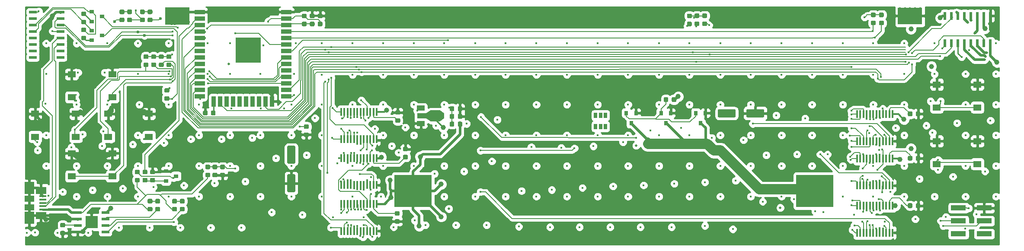
<source format=gbr>
G04 #@! TF.GenerationSoftware,KiCad,Pcbnew,(5.0.1-3-g963ef8bb5)*
G04 #@! TF.CreationDate,2019-06-15T19:14:07+02:00*
G04 #@! TF.ProjectId,cz19-badge,637A31392D62616467652E6B69636164,rev?*
G04 #@! TF.SameCoordinates,Original*
G04 #@! TF.FileFunction,Copper,L4,Bot,Mixed*
G04 #@! TF.FilePolarity,Positive*
%FSLAX46Y46*%
G04 Gerber Fmt 4.6, Leading zero omitted, Abs format (unit mm)*
G04 Created by KiCad (PCBNEW (5.0.1-3-g963ef8bb5)) date 2019 June 15, Saturday 19:14:07*
%MOMM*%
%LPD*%
G01*
G04 APERTURE LIST*
G04 #@! TA.AperFunction,SMDPad,CuDef*
%ADD10R,0.600000X1.500000*%
G04 #@! TD*
G04 #@! TA.AperFunction,SMDPad,CuDef*
%ADD11R,7.340000X6.350000*%
G04 #@! TD*
G04 #@! TA.AperFunction,SMDPad,CuDef*
%ADD12R,1.550000X1.300000*%
G04 #@! TD*
G04 #@! TA.AperFunction,SMDPad,CuDef*
%ADD13R,1.380000X0.450000*%
G04 #@! TD*
G04 #@! TA.AperFunction,SMDPad,CuDef*
%ADD14R,2.100000X1.475000*%
G04 #@! TD*
G04 #@! TA.AperFunction,SMDPad,CuDef*
%ADD15R,1.900000X2.375000*%
G04 #@! TD*
G04 #@! TA.AperFunction,SMDPad,CuDef*
%ADD16R,1.900000X1.175000*%
G04 #@! TD*
G04 #@! TA.AperFunction,SMDPad,CuDef*
%ADD17R,1.500000X0.600000*%
G04 #@! TD*
G04 #@! TA.AperFunction,Conductor*
%ADD18C,0.100000*%
G04 #@! TD*
G04 #@! TA.AperFunction,SMDPad,CuDef*
%ADD19C,0.875000*%
G04 #@! TD*
G04 #@! TA.AperFunction,SMDPad,CuDef*
%ADD20R,0.900000X0.800000*%
G04 #@! TD*
G04 #@! TA.AperFunction,SMDPad,CuDef*
%ADD21R,0.800000X0.900000*%
G04 #@! TD*
G04 #@! TA.AperFunction,SMDPad,CuDef*
%ADD22R,5.000000X5.000000*%
G04 #@! TD*
G04 #@! TA.AperFunction,SMDPad,CuDef*
%ADD23R,2.000000X0.900000*%
G04 #@! TD*
G04 #@! TA.AperFunction,SMDPad,CuDef*
%ADD24R,0.900000X2.000000*%
G04 #@! TD*
G04 #@! TA.AperFunction,SMDPad,CuDef*
%ADD25R,1.550000X0.600000*%
G04 #@! TD*
G04 #@! TA.AperFunction,SMDPad,CuDef*
%ADD26R,2.350000X2.350000*%
G04 #@! TD*
G04 #@! TA.AperFunction,SMDPad,CuDef*
%ADD27R,4.700000X3.430000*%
G04 #@! TD*
G04 #@! TA.AperFunction,SMDPad,CuDef*
%ADD28R,4.700000X3.340000*%
G04 #@! TD*
G04 #@! TA.AperFunction,SMDPad,CuDef*
%ADD29R,0.410000X1.600000*%
G04 #@! TD*
G04 #@! TA.AperFunction,SMDPad,CuDef*
%ADD30C,0.850000*%
G04 #@! TD*
G04 #@! TA.AperFunction,SMDPad,CuDef*
%ADD31R,1.500000X1.000000*%
G04 #@! TD*
G04 #@! TA.AperFunction,SMDPad,CuDef*
%ADD32R,1.800000X1.000000*%
G04 #@! TD*
G04 #@! TA.AperFunction,SMDPad,CuDef*
%ADD33R,1.840000X2.200000*%
G04 #@! TD*
G04 #@! TA.AperFunction,SMDPad,CuDef*
%ADD34C,1.000000*%
G04 #@! TD*
G04 #@! TA.AperFunction,SMDPad,CuDef*
%ADD35C,1.600000*%
G04 #@! TD*
G04 #@! TA.AperFunction,SMDPad,CuDef*
%ADD36R,3.000000X1.000000*%
G04 #@! TD*
G04 #@! TA.AperFunction,BGAPad,CuDef*
%ADD37C,0.500000*%
G04 #@! TD*
G04 #@! TA.AperFunction,SMDPad,CuDef*
%ADD38R,0.650000X1.060000*%
G04 #@! TD*
G04 #@! TA.AperFunction,ViaPad*
%ADD39C,0.450000*%
G04 #@! TD*
G04 #@! TA.AperFunction,ViaPad*
%ADD40C,1.000000*%
G04 #@! TD*
G04 #@! TA.AperFunction,ViaPad*
%ADD41C,0.600000*%
G04 #@! TD*
G04 #@! TA.AperFunction,Conductor*
%ADD42C,0.150000*%
G04 #@! TD*
G04 #@! TA.AperFunction,Conductor*
%ADD43C,0.500000*%
G04 #@! TD*
G04 #@! TA.AperFunction,Conductor*
%ADD44C,0.400000*%
G04 #@! TD*
G04 #@! TA.AperFunction,Conductor*
%ADD45C,0.300000*%
G04 #@! TD*
G04 #@! TA.AperFunction,Conductor*
%ADD46C,0.250000*%
G04 #@! TD*
G04 #@! TA.AperFunction,Conductor*
%ADD47C,2.000000*%
G04 #@! TD*
G04 #@! TA.AperFunction,Conductor*
%ADD48C,0.254000*%
G04 #@! TD*
G04 APERTURE END LIST*
D10*
G04 #@! TO.P,U7,16*
G04 #@! TO.N,B*
X234355000Y-77200000D03*
G04 #@! TO.P,U7,15*
G04 #@! TO.N,A*
X235625000Y-77200000D03*
G04 #@! TO.P,U7,14*
G04 #@! TO.N,Net-(D225-Pad4)*
X236895000Y-77200000D03*
G04 #@! TO.P,U7,13*
G04 #@! TO.N,Net-(D193-Pad4)*
X238165000Y-77200000D03*
G04 #@! TO.P,U7,12*
G04 #@! TO.N,Net-(D161-Pad4)*
X239435000Y-77200000D03*
G04 #@! TO.P,U7,11*
G04 #@! TO.N,Net-(D129-Pad4)*
X240705000Y-77200000D03*
G04 #@! TO.P,U7,10*
G04 #@! TO.N,HUB75_OE*
X241975000Y-77200000D03*
G04 #@! TO.P,U7,9*
G04 #@! TO.N,VCC*
X243245000Y-77200000D03*
G04 #@! TO.P,U7,8*
G04 #@! TO.N,GND*
X243245000Y-71800000D03*
G04 #@! TO.P,U7,7*
G04 #@! TO.N,VCC*
X241975000Y-71800000D03*
G04 #@! TO.P,U7,6*
G04 #@! TO.N,Net-(D100-Pad4)*
X240705000Y-71800000D03*
G04 #@! TO.P,U7,5*
G04 #@! TO.N,Net-(D65-Pad4)*
X239435000Y-71800000D03*
G04 #@! TO.P,U7,4*
G04 #@! TO.N,Net-(D33-Pad4)*
X238165000Y-71800000D03*
G04 #@! TO.P,U7,3*
G04 #@! TO.N,Net-(D1-Pad4)*
X236895000Y-71800000D03*
G04 #@! TO.P,U7,2*
G04 #@! TO.N,C*
X235625000Y-71800000D03*
G04 #@! TO.P,U7,1*
G04 #@! TO.N,VCC*
X234355000Y-71800000D03*
G04 #@! TD*
D11*
G04 #@! TO.P,BT1,1*
G04 #@! TO.N,VCC*
X130220000Y-106120000D03*
G04 #@! TO.P,BT1,2*
G04 #@! TO.N,-BATT*
X208880000Y-106120000D03*
G04 #@! TD*
D12*
G04 #@! TO.P,SW6,2*
G04 #@! TO.N,GND*
X240675000Y-96350000D03*
X232725000Y-96350000D03*
G04 #@! TO.P,SW6,1*
G04 #@! TO.N,BTN_B*
X240675000Y-100850000D03*
X232725000Y-100850000D03*
G04 #@! TD*
G04 #@! TO.P,SW5,2*
G04 #@! TO.N,GND*
X240675000Y-85250000D03*
X232725000Y-85250000D03*
G04 #@! TO.P,SW5,1*
G04 #@! TO.N,BTN_A*
X240675000Y-89750000D03*
X232725000Y-89750000D03*
G04 #@! TD*
G04 #@! TO.P,SW4,2*
G04 #@! TO.N,GND*
X78475000Y-91000000D03*
X70525000Y-91000000D03*
G04 #@! TO.P,SW4,1*
G04 #@! TO.N,BTN_RIGHT*
X78475000Y-95500000D03*
X70525000Y-95500000D03*
G04 #@! TD*
G04 #@! TO.P,SW3,2*
G04 #@! TO.N,GND*
X64175000Y-91000000D03*
X56225000Y-91000000D03*
G04 #@! TO.P,SW3,1*
G04 #@! TO.N,BTN_LEFT*
X64175000Y-95500000D03*
X56225000Y-95500000D03*
G04 #@! TD*
G04 #@! TO.P,SW2,2*
G04 #@! TO.N,GND*
X71325000Y-98750000D03*
X63375000Y-98750000D03*
G04 #@! TO.P,SW2,1*
G04 #@! TO.N,BTN_DOWN*
X71325000Y-103250000D03*
X63375000Y-103250000D03*
G04 #@! TD*
G04 #@! TO.P,SW1,2*
G04 #@! TO.N,GND*
X71325000Y-83250000D03*
X63375000Y-83250000D03*
G04 #@! TO.P,SW1,1*
G04 #@! TO.N,BTN_UP*
X71325000Y-87750000D03*
X63375000Y-87750000D03*
G04 #@! TD*
D13*
G04 #@! TO.P,J1,1*
G04 #@! TO.N,5V_USB*
X57710000Y-109760000D03*
G04 #@! TO.P,J1,2*
G04 #@! TO.N,USB_DN*
X57710000Y-109110000D03*
G04 #@! TO.P,J1,3*
G04 #@! TO.N,USB_DP*
X57710000Y-108460000D03*
G04 #@! TO.P,J1,4*
G04 #@! TO.N,N/C*
X57710000Y-107810000D03*
G04 #@! TO.P,J1,5*
G04 #@! TO.N,GND*
X57710000Y-107160000D03*
D14*
G04 #@! TO.P,J1,6*
X57350000Y-110922500D03*
X57350000Y-105997500D03*
D15*
X55050000Y-111370000D03*
X55050000Y-105550000D03*
D16*
X55050000Y-109300000D03*
X55050000Y-107620000D03*
G04 #@! TD*
D17*
G04 #@! TO.P,U8,1*
G04 #@! TO.N,GND*
X61150000Y-71055000D03*
G04 #@! TO.P,U8,2*
G04 #@! TO.N,ESP_RX*
X61150000Y-72325000D03*
G04 #@! TO.P,U8,3*
G04 #@! TO.N,ESP_TX*
X61150000Y-73595000D03*
G04 #@! TO.P,U8,4*
G04 #@! TO.N,3V3*
X61150000Y-74865000D03*
G04 #@! TO.P,U8,5*
G04 #@! TO.N,USB_DP*
X61150000Y-76135000D03*
G04 #@! TO.P,U8,6*
G04 #@! TO.N,USB_DN*
X61150000Y-77405000D03*
G04 #@! TO.P,U8,7*
G04 #@! TO.N,N/C*
X61150000Y-78675000D03*
G04 #@! TO.P,U8,8*
X61150000Y-79945000D03*
G04 #@! TO.P,U8,9*
X55750000Y-79945000D03*
G04 #@! TO.P,U8,10*
X55750000Y-78675000D03*
G04 #@! TO.P,U8,11*
X55750000Y-77405000D03*
G04 #@! TO.P,U8,12*
X55750000Y-76135000D03*
G04 #@! TO.P,U8,13*
G04 #@! TO.N,Net-(Q1-Pad2)*
X55750000Y-74865000D03*
G04 #@! TO.P,U8,14*
G04 #@! TO.N,Net-(Q2-Pad2)*
X55750000Y-73595000D03*
G04 #@! TO.P,U8,15*
G04 #@! TO.N,N/C*
X55750000Y-72325000D03*
G04 #@! TO.P,U8,16*
G04 #@! TO.N,3V3*
X55750000Y-71055000D03*
G04 #@! TD*
D18*
G04 #@! TO.N,Net-(Q1-Pad2)*
G04 #@! TO.C,R8*
G36*
X65977691Y-72551053D02*
X65998926Y-72554203D01*
X66019750Y-72559419D01*
X66039962Y-72566651D01*
X66059368Y-72575830D01*
X66077781Y-72586866D01*
X66095024Y-72599654D01*
X66110930Y-72614070D01*
X66125346Y-72629976D01*
X66138134Y-72647219D01*
X66149170Y-72665632D01*
X66158349Y-72685038D01*
X66165581Y-72705250D01*
X66170797Y-72726074D01*
X66173947Y-72747309D01*
X66175000Y-72768750D01*
X66175000Y-73206250D01*
X66173947Y-73227691D01*
X66170797Y-73248926D01*
X66165581Y-73269750D01*
X66158349Y-73289962D01*
X66149170Y-73309368D01*
X66138134Y-73327781D01*
X66125346Y-73345024D01*
X66110930Y-73360930D01*
X66095024Y-73375346D01*
X66077781Y-73388134D01*
X66059368Y-73399170D01*
X66039962Y-73408349D01*
X66019750Y-73415581D01*
X65998926Y-73420797D01*
X65977691Y-73423947D01*
X65956250Y-73425000D01*
X65443750Y-73425000D01*
X65422309Y-73423947D01*
X65401074Y-73420797D01*
X65380250Y-73415581D01*
X65360038Y-73408349D01*
X65340632Y-73399170D01*
X65322219Y-73388134D01*
X65304976Y-73375346D01*
X65289070Y-73360930D01*
X65274654Y-73345024D01*
X65261866Y-73327781D01*
X65250830Y-73309368D01*
X65241651Y-73289962D01*
X65234419Y-73269750D01*
X65229203Y-73248926D01*
X65226053Y-73227691D01*
X65225000Y-73206250D01*
X65225000Y-72768750D01*
X65226053Y-72747309D01*
X65229203Y-72726074D01*
X65234419Y-72705250D01*
X65241651Y-72685038D01*
X65250830Y-72665632D01*
X65261866Y-72647219D01*
X65274654Y-72629976D01*
X65289070Y-72614070D01*
X65304976Y-72599654D01*
X65322219Y-72586866D01*
X65340632Y-72575830D01*
X65360038Y-72566651D01*
X65380250Y-72559419D01*
X65401074Y-72554203D01*
X65422309Y-72551053D01*
X65443750Y-72550000D01*
X65956250Y-72550000D01*
X65977691Y-72551053D01*
X65977691Y-72551053D01*
G37*
D19*
G04 #@! TD*
G04 #@! TO.P,R8,2*
G04 #@! TO.N,Net-(Q1-Pad2)*
X65700000Y-72987500D03*
D18*
G04 #@! TO.N,Net-(Q2-Pad1)*
G04 #@! TO.C,R8*
G36*
X65977691Y-70976053D02*
X65998926Y-70979203D01*
X66019750Y-70984419D01*
X66039962Y-70991651D01*
X66059368Y-71000830D01*
X66077781Y-71011866D01*
X66095024Y-71024654D01*
X66110930Y-71039070D01*
X66125346Y-71054976D01*
X66138134Y-71072219D01*
X66149170Y-71090632D01*
X66158349Y-71110038D01*
X66165581Y-71130250D01*
X66170797Y-71151074D01*
X66173947Y-71172309D01*
X66175000Y-71193750D01*
X66175000Y-71631250D01*
X66173947Y-71652691D01*
X66170797Y-71673926D01*
X66165581Y-71694750D01*
X66158349Y-71714962D01*
X66149170Y-71734368D01*
X66138134Y-71752781D01*
X66125346Y-71770024D01*
X66110930Y-71785930D01*
X66095024Y-71800346D01*
X66077781Y-71813134D01*
X66059368Y-71824170D01*
X66039962Y-71833349D01*
X66019750Y-71840581D01*
X65998926Y-71845797D01*
X65977691Y-71848947D01*
X65956250Y-71850000D01*
X65443750Y-71850000D01*
X65422309Y-71848947D01*
X65401074Y-71845797D01*
X65380250Y-71840581D01*
X65360038Y-71833349D01*
X65340632Y-71824170D01*
X65322219Y-71813134D01*
X65304976Y-71800346D01*
X65289070Y-71785930D01*
X65274654Y-71770024D01*
X65261866Y-71752781D01*
X65250830Y-71734368D01*
X65241651Y-71714962D01*
X65234419Y-71694750D01*
X65229203Y-71673926D01*
X65226053Y-71652691D01*
X65225000Y-71631250D01*
X65225000Y-71193750D01*
X65226053Y-71172309D01*
X65229203Y-71151074D01*
X65234419Y-71130250D01*
X65241651Y-71110038D01*
X65250830Y-71090632D01*
X65261866Y-71072219D01*
X65274654Y-71054976D01*
X65289070Y-71039070D01*
X65304976Y-71024654D01*
X65322219Y-71011866D01*
X65340632Y-71000830D01*
X65360038Y-70991651D01*
X65380250Y-70984419D01*
X65401074Y-70979203D01*
X65422309Y-70976053D01*
X65443750Y-70975000D01*
X65956250Y-70975000D01*
X65977691Y-70976053D01*
X65977691Y-70976053D01*
G37*
D19*
G04 #@! TD*
G04 #@! TO.P,R8,1*
G04 #@! TO.N,Net-(Q2-Pad1)*
X65700000Y-71412500D03*
D18*
G04 #@! TO.N,ESP_EN*
G04 #@! TO.C,R15*
G36*
X109177691Y-72951053D02*
X109198926Y-72954203D01*
X109219750Y-72959419D01*
X109239962Y-72966651D01*
X109259368Y-72975830D01*
X109277781Y-72986866D01*
X109295024Y-72999654D01*
X109310930Y-73014070D01*
X109325346Y-73029976D01*
X109338134Y-73047219D01*
X109349170Y-73065632D01*
X109358349Y-73085038D01*
X109365581Y-73105250D01*
X109370797Y-73126074D01*
X109373947Y-73147309D01*
X109375000Y-73168750D01*
X109375000Y-73606250D01*
X109373947Y-73627691D01*
X109370797Y-73648926D01*
X109365581Y-73669750D01*
X109358349Y-73689962D01*
X109349170Y-73709368D01*
X109338134Y-73727781D01*
X109325346Y-73745024D01*
X109310930Y-73760930D01*
X109295024Y-73775346D01*
X109277781Y-73788134D01*
X109259368Y-73799170D01*
X109239962Y-73808349D01*
X109219750Y-73815581D01*
X109198926Y-73820797D01*
X109177691Y-73823947D01*
X109156250Y-73825000D01*
X108643750Y-73825000D01*
X108622309Y-73823947D01*
X108601074Y-73820797D01*
X108580250Y-73815581D01*
X108560038Y-73808349D01*
X108540632Y-73799170D01*
X108522219Y-73788134D01*
X108504976Y-73775346D01*
X108489070Y-73760930D01*
X108474654Y-73745024D01*
X108461866Y-73727781D01*
X108450830Y-73709368D01*
X108441651Y-73689962D01*
X108434419Y-73669750D01*
X108429203Y-73648926D01*
X108426053Y-73627691D01*
X108425000Y-73606250D01*
X108425000Y-73168750D01*
X108426053Y-73147309D01*
X108429203Y-73126074D01*
X108434419Y-73105250D01*
X108441651Y-73085038D01*
X108450830Y-73065632D01*
X108461866Y-73047219D01*
X108474654Y-73029976D01*
X108489070Y-73014070D01*
X108504976Y-72999654D01*
X108522219Y-72986866D01*
X108540632Y-72975830D01*
X108560038Y-72966651D01*
X108580250Y-72959419D01*
X108601074Y-72954203D01*
X108622309Y-72951053D01*
X108643750Y-72950000D01*
X109156250Y-72950000D01*
X109177691Y-72951053D01*
X109177691Y-72951053D01*
G37*
D19*
G04 #@! TD*
G04 #@! TO.P,R15,1*
G04 #@! TO.N,ESP_EN*
X108900000Y-73387500D03*
D18*
G04 #@! TO.N,3V3*
G04 #@! TO.C,R15*
G36*
X109177691Y-71376053D02*
X109198926Y-71379203D01*
X109219750Y-71384419D01*
X109239962Y-71391651D01*
X109259368Y-71400830D01*
X109277781Y-71411866D01*
X109295024Y-71424654D01*
X109310930Y-71439070D01*
X109325346Y-71454976D01*
X109338134Y-71472219D01*
X109349170Y-71490632D01*
X109358349Y-71510038D01*
X109365581Y-71530250D01*
X109370797Y-71551074D01*
X109373947Y-71572309D01*
X109375000Y-71593750D01*
X109375000Y-72031250D01*
X109373947Y-72052691D01*
X109370797Y-72073926D01*
X109365581Y-72094750D01*
X109358349Y-72114962D01*
X109349170Y-72134368D01*
X109338134Y-72152781D01*
X109325346Y-72170024D01*
X109310930Y-72185930D01*
X109295024Y-72200346D01*
X109277781Y-72213134D01*
X109259368Y-72224170D01*
X109239962Y-72233349D01*
X109219750Y-72240581D01*
X109198926Y-72245797D01*
X109177691Y-72248947D01*
X109156250Y-72250000D01*
X108643750Y-72250000D01*
X108622309Y-72248947D01*
X108601074Y-72245797D01*
X108580250Y-72240581D01*
X108560038Y-72233349D01*
X108540632Y-72224170D01*
X108522219Y-72213134D01*
X108504976Y-72200346D01*
X108489070Y-72185930D01*
X108474654Y-72170024D01*
X108461866Y-72152781D01*
X108450830Y-72134368D01*
X108441651Y-72114962D01*
X108434419Y-72094750D01*
X108429203Y-72073926D01*
X108426053Y-72052691D01*
X108425000Y-72031250D01*
X108425000Y-71593750D01*
X108426053Y-71572309D01*
X108429203Y-71551074D01*
X108434419Y-71530250D01*
X108441651Y-71510038D01*
X108450830Y-71490632D01*
X108461866Y-71472219D01*
X108474654Y-71454976D01*
X108489070Y-71439070D01*
X108504976Y-71424654D01*
X108522219Y-71411866D01*
X108540632Y-71400830D01*
X108560038Y-71391651D01*
X108580250Y-71384419D01*
X108601074Y-71379203D01*
X108622309Y-71376053D01*
X108643750Y-71375000D01*
X109156250Y-71375000D01*
X109177691Y-71376053D01*
X109177691Y-71376053D01*
G37*
D19*
G04 #@! TD*
G04 #@! TO.P,R15,2*
G04 #@! TO.N,3V3*
X108900000Y-71812500D03*
D18*
G04 #@! TO.N,Net-(Q2-Pad2)*
G04 #@! TO.C,R7*
G36*
X65977691Y-74126053D02*
X65998926Y-74129203D01*
X66019750Y-74134419D01*
X66039962Y-74141651D01*
X66059368Y-74150830D01*
X66077781Y-74161866D01*
X66095024Y-74174654D01*
X66110930Y-74189070D01*
X66125346Y-74204976D01*
X66138134Y-74222219D01*
X66149170Y-74240632D01*
X66158349Y-74260038D01*
X66165581Y-74280250D01*
X66170797Y-74301074D01*
X66173947Y-74322309D01*
X66175000Y-74343750D01*
X66175000Y-74781250D01*
X66173947Y-74802691D01*
X66170797Y-74823926D01*
X66165581Y-74844750D01*
X66158349Y-74864962D01*
X66149170Y-74884368D01*
X66138134Y-74902781D01*
X66125346Y-74920024D01*
X66110930Y-74935930D01*
X66095024Y-74950346D01*
X66077781Y-74963134D01*
X66059368Y-74974170D01*
X66039962Y-74983349D01*
X66019750Y-74990581D01*
X65998926Y-74995797D01*
X65977691Y-74998947D01*
X65956250Y-75000000D01*
X65443750Y-75000000D01*
X65422309Y-74998947D01*
X65401074Y-74995797D01*
X65380250Y-74990581D01*
X65360038Y-74983349D01*
X65340632Y-74974170D01*
X65322219Y-74963134D01*
X65304976Y-74950346D01*
X65289070Y-74935930D01*
X65274654Y-74920024D01*
X65261866Y-74902781D01*
X65250830Y-74884368D01*
X65241651Y-74864962D01*
X65234419Y-74844750D01*
X65229203Y-74823926D01*
X65226053Y-74802691D01*
X65225000Y-74781250D01*
X65225000Y-74343750D01*
X65226053Y-74322309D01*
X65229203Y-74301074D01*
X65234419Y-74280250D01*
X65241651Y-74260038D01*
X65250830Y-74240632D01*
X65261866Y-74222219D01*
X65274654Y-74204976D01*
X65289070Y-74189070D01*
X65304976Y-74174654D01*
X65322219Y-74161866D01*
X65340632Y-74150830D01*
X65360038Y-74141651D01*
X65380250Y-74134419D01*
X65401074Y-74129203D01*
X65422309Y-74126053D01*
X65443750Y-74125000D01*
X65956250Y-74125000D01*
X65977691Y-74126053D01*
X65977691Y-74126053D01*
G37*
D19*
G04 #@! TD*
G04 #@! TO.P,R7,1*
G04 #@! TO.N,Net-(Q2-Pad2)*
X65700000Y-74562500D03*
D18*
G04 #@! TO.N,Net-(Q1-Pad1)*
G04 #@! TO.C,R7*
G36*
X65977691Y-75701053D02*
X65998926Y-75704203D01*
X66019750Y-75709419D01*
X66039962Y-75716651D01*
X66059368Y-75725830D01*
X66077781Y-75736866D01*
X66095024Y-75749654D01*
X66110930Y-75764070D01*
X66125346Y-75779976D01*
X66138134Y-75797219D01*
X66149170Y-75815632D01*
X66158349Y-75835038D01*
X66165581Y-75855250D01*
X66170797Y-75876074D01*
X66173947Y-75897309D01*
X66175000Y-75918750D01*
X66175000Y-76356250D01*
X66173947Y-76377691D01*
X66170797Y-76398926D01*
X66165581Y-76419750D01*
X66158349Y-76439962D01*
X66149170Y-76459368D01*
X66138134Y-76477781D01*
X66125346Y-76495024D01*
X66110930Y-76510930D01*
X66095024Y-76525346D01*
X66077781Y-76538134D01*
X66059368Y-76549170D01*
X66039962Y-76558349D01*
X66019750Y-76565581D01*
X65998926Y-76570797D01*
X65977691Y-76573947D01*
X65956250Y-76575000D01*
X65443750Y-76575000D01*
X65422309Y-76573947D01*
X65401074Y-76570797D01*
X65380250Y-76565581D01*
X65360038Y-76558349D01*
X65340632Y-76549170D01*
X65322219Y-76538134D01*
X65304976Y-76525346D01*
X65289070Y-76510930D01*
X65274654Y-76495024D01*
X65261866Y-76477781D01*
X65250830Y-76459368D01*
X65241651Y-76439962D01*
X65234419Y-76419750D01*
X65229203Y-76398926D01*
X65226053Y-76377691D01*
X65225000Y-76356250D01*
X65225000Y-75918750D01*
X65226053Y-75897309D01*
X65229203Y-75876074D01*
X65234419Y-75855250D01*
X65241651Y-75835038D01*
X65250830Y-75815632D01*
X65261866Y-75797219D01*
X65274654Y-75779976D01*
X65289070Y-75764070D01*
X65304976Y-75749654D01*
X65322219Y-75736866D01*
X65340632Y-75725830D01*
X65360038Y-75716651D01*
X65380250Y-75709419D01*
X65401074Y-75704203D01*
X65422309Y-75701053D01*
X65443750Y-75700000D01*
X65956250Y-75700000D01*
X65977691Y-75701053D01*
X65977691Y-75701053D01*
G37*
D19*
G04 #@! TD*
G04 #@! TO.P,R7,2*
G04 #@! TO.N,Net-(Q1-Pad1)*
X65700000Y-76137500D03*
D18*
G04 #@! TO.N,ESP_FLASH*
G04 #@! TO.C,R16*
G36*
X82277691Y-87551053D02*
X82298926Y-87554203D01*
X82319750Y-87559419D01*
X82339962Y-87566651D01*
X82359368Y-87575830D01*
X82377781Y-87586866D01*
X82395024Y-87599654D01*
X82410930Y-87614070D01*
X82425346Y-87629976D01*
X82438134Y-87647219D01*
X82449170Y-87665632D01*
X82458349Y-87685038D01*
X82465581Y-87705250D01*
X82470797Y-87726074D01*
X82473947Y-87747309D01*
X82475000Y-87768750D01*
X82475000Y-88206250D01*
X82473947Y-88227691D01*
X82470797Y-88248926D01*
X82465581Y-88269750D01*
X82458349Y-88289962D01*
X82449170Y-88309368D01*
X82438134Y-88327781D01*
X82425346Y-88345024D01*
X82410930Y-88360930D01*
X82395024Y-88375346D01*
X82377781Y-88388134D01*
X82359368Y-88399170D01*
X82339962Y-88408349D01*
X82319750Y-88415581D01*
X82298926Y-88420797D01*
X82277691Y-88423947D01*
X82256250Y-88425000D01*
X81743750Y-88425000D01*
X81722309Y-88423947D01*
X81701074Y-88420797D01*
X81680250Y-88415581D01*
X81660038Y-88408349D01*
X81640632Y-88399170D01*
X81622219Y-88388134D01*
X81604976Y-88375346D01*
X81589070Y-88360930D01*
X81574654Y-88345024D01*
X81561866Y-88327781D01*
X81550830Y-88309368D01*
X81541651Y-88289962D01*
X81534419Y-88269750D01*
X81529203Y-88248926D01*
X81526053Y-88227691D01*
X81525000Y-88206250D01*
X81525000Y-87768750D01*
X81526053Y-87747309D01*
X81529203Y-87726074D01*
X81534419Y-87705250D01*
X81541651Y-87685038D01*
X81550830Y-87665632D01*
X81561866Y-87647219D01*
X81574654Y-87629976D01*
X81589070Y-87614070D01*
X81604976Y-87599654D01*
X81622219Y-87586866D01*
X81640632Y-87575830D01*
X81660038Y-87566651D01*
X81680250Y-87559419D01*
X81701074Y-87554203D01*
X81722309Y-87551053D01*
X81743750Y-87550000D01*
X82256250Y-87550000D01*
X82277691Y-87551053D01*
X82277691Y-87551053D01*
G37*
D19*
G04 #@! TD*
G04 #@! TO.P,R16,2*
G04 #@! TO.N,ESP_FLASH*
X82000000Y-87987500D03*
D18*
G04 #@! TO.N,3V3*
G04 #@! TO.C,R16*
G36*
X82277691Y-85976053D02*
X82298926Y-85979203D01*
X82319750Y-85984419D01*
X82339962Y-85991651D01*
X82359368Y-86000830D01*
X82377781Y-86011866D01*
X82395024Y-86024654D01*
X82410930Y-86039070D01*
X82425346Y-86054976D01*
X82438134Y-86072219D01*
X82449170Y-86090632D01*
X82458349Y-86110038D01*
X82465581Y-86130250D01*
X82470797Y-86151074D01*
X82473947Y-86172309D01*
X82475000Y-86193750D01*
X82475000Y-86631250D01*
X82473947Y-86652691D01*
X82470797Y-86673926D01*
X82465581Y-86694750D01*
X82458349Y-86714962D01*
X82449170Y-86734368D01*
X82438134Y-86752781D01*
X82425346Y-86770024D01*
X82410930Y-86785930D01*
X82395024Y-86800346D01*
X82377781Y-86813134D01*
X82359368Y-86824170D01*
X82339962Y-86833349D01*
X82319750Y-86840581D01*
X82298926Y-86845797D01*
X82277691Y-86848947D01*
X82256250Y-86850000D01*
X81743750Y-86850000D01*
X81722309Y-86848947D01*
X81701074Y-86845797D01*
X81680250Y-86840581D01*
X81660038Y-86833349D01*
X81640632Y-86824170D01*
X81622219Y-86813134D01*
X81604976Y-86800346D01*
X81589070Y-86785930D01*
X81574654Y-86770024D01*
X81561866Y-86752781D01*
X81550830Y-86734368D01*
X81541651Y-86714962D01*
X81534419Y-86694750D01*
X81529203Y-86673926D01*
X81526053Y-86652691D01*
X81525000Y-86631250D01*
X81525000Y-86193750D01*
X81526053Y-86172309D01*
X81529203Y-86151074D01*
X81534419Y-86130250D01*
X81541651Y-86110038D01*
X81550830Y-86090632D01*
X81561866Y-86072219D01*
X81574654Y-86054976D01*
X81589070Y-86039070D01*
X81604976Y-86024654D01*
X81622219Y-86011866D01*
X81640632Y-86000830D01*
X81660038Y-85991651D01*
X81680250Y-85984419D01*
X81701074Y-85979203D01*
X81722309Y-85976053D01*
X81743750Y-85975000D01*
X82256250Y-85975000D01*
X82277691Y-85976053D01*
X82277691Y-85976053D01*
G37*
D19*
G04 #@! TD*
G04 #@! TO.P,R16,1*
G04 #@! TO.N,3V3*
X82000000Y-86412500D03*
D20*
G04 #@! TO.P,Q1,1*
G04 #@! TO.N,Net-(Q1-Pad1)*
X67300000Y-76600000D03*
G04 #@! TO.P,Q1,2*
G04 #@! TO.N,Net-(Q1-Pad2)*
X67300000Y-74700000D03*
G04 #@! TO.P,Q1,3*
G04 #@! TO.N,ESP_FLASH*
X69300000Y-75650000D03*
G04 #@! TD*
D18*
G04 #@! TO.N,ESP_EN*
G04 #@! TO.C,C1*
G36*
X110727691Y-72951053D02*
X110748926Y-72954203D01*
X110769750Y-72959419D01*
X110789962Y-72966651D01*
X110809368Y-72975830D01*
X110827781Y-72986866D01*
X110845024Y-72999654D01*
X110860930Y-73014070D01*
X110875346Y-73029976D01*
X110888134Y-73047219D01*
X110899170Y-73065632D01*
X110908349Y-73085038D01*
X110915581Y-73105250D01*
X110920797Y-73126074D01*
X110923947Y-73147309D01*
X110925000Y-73168750D01*
X110925000Y-73606250D01*
X110923947Y-73627691D01*
X110920797Y-73648926D01*
X110915581Y-73669750D01*
X110908349Y-73689962D01*
X110899170Y-73709368D01*
X110888134Y-73727781D01*
X110875346Y-73745024D01*
X110860930Y-73760930D01*
X110845024Y-73775346D01*
X110827781Y-73788134D01*
X110809368Y-73799170D01*
X110789962Y-73808349D01*
X110769750Y-73815581D01*
X110748926Y-73820797D01*
X110727691Y-73823947D01*
X110706250Y-73825000D01*
X110193750Y-73825000D01*
X110172309Y-73823947D01*
X110151074Y-73820797D01*
X110130250Y-73815581D01*
X110110038Y-73808349D01*
X110090632Y-73799170D01*
X110072219Y-73788134D01*
X110054976Y-73775346D01*
X110039070Y-73760930D01*
X110024654Y-73745024D01*
X110011866Y-73727781D01*
X110000830Y-73709368D01*
X109991651Y-73689962D01*
X109984419Y-73669750D01*
X109979203Y-73648926D01*
X109976053Y-73627691D01*
X109975000Y-73606250D01*
X109975000Y-73168750D01*
X109976053Y-73147309D01*
X109979203Y-73126074D01*
X109984419Y-73105250D01*
X109991651Y-73085038D01*
X110000830Y-73065632D01*
X110011866Y-73047219D01*
X110024654Y-73029976D01*
X110039070Y-73014070D01*
X110054976Y-72999654D01*
X110072219Y-72986866D01*
X110090632Y-72975830D01*
X110110038Y-72966651D01*
X110130250Y-72959419D01*
X110151074Y-72954203D01*
X110172309Y-72951053D01*
X110193750Y-72950000D01*
X110706250Y-72950000D01*
X110727691Y-72951053D01*
X110727691Y-72951053D01*
G37*
D19*
G04 #@! TD*
G04 #@! TO.P,C1,1*
G04 #@! TO.N,ESP_EN*
X110450000Y-73387500D03*
D18*
G04 #@! TO.N,GND*
G04 #@! TO.C,C1*
G36*
X110727691Y-71376053D02*
X110748926Y-71379203D01*
X110769750Y-71384419D01*
X110789962Y-71391651D01*
X110809368Y-71400830D01*
X110827781Y-71411866D01*
X110845024Y-71424654D01*
X110860930Y-71439070D01*
X110875346Y-71454976D01*
X110888134Y-71472219D01*
X110899170Y-71490632D01*
X110908349Y-71510038D01*
X110915581Y-71530250D01*
X110920797Y-71551074D01*
X110923947Y-71572309D01*
X110925000Y-71593750D01*
X110925000Y-72031250D01*
X110923947Y-72052691D01*
X110920797Y-72073926D01*
X110915581Y-72094750D01*
X110908349Y-72114962D01*
X110899170Y-72134368D01*
X110888134Y-72152781D01*
X110875346Y-72170024D01*
X110860930Y-72185930D01*
X110845024Y-72200346D01*
X110827781Y-72213134D01*
X110809368Y-72224170D01*
X110789962Y-72233349D01*
X110769750Y-72240581D01*
X110748926Y-72245797D01*
X110727691Y-72248947D01*
X110706250Y-72250000D01*
X110193750Y-72250000D01*
X110172309Y-72248947D01*
X110151074Y-72245797D01*
X110130250Y-72240581D01*
X110110038Y-72233349D01*
X110090632Y-72224170D01*
X110072219Y-72213134D01*
X110054976Y-72200346D01*
X110039070Y-72185930D01*
X110024654Y-72170024D01*
X110011866Y-72152781D01*
X110000830Y-72134368D01*
X109991651Y-72114962D01*
X109984419Y-72094750D01*
X109979203Y-72073926D01*
X109976053Y-72052691D01*
X109975000Y-72031250D01*
X109975000Y-71593750D01*
X109976053Y-71572309D01*
X109979203Y-71551074D01*
X109984419Y-71530250D01*
X109991651Y-71510038D01*
X110000830Y-71490632D01*
X110011866Y-71472219D01*
X110024654Y-71454976D01*
X110039070Y-71439070D01*
X110054976Y-71424654D01*
X110072219Y-71411866D01*
X110090632Y-71400830D01*
X110110038Y-71391651D01*
X110130250Y-71384419D01*
X110151074Y-71379203D01*
X110172309Y-71376053D01*
X110193750Y-71375000D01*
X110706250Y-71375000D01*
X110727691Y-71376053D01*
X110727691Y-71376053D01*
G37*
D19*
G04 #@! TD*
G04 #@! TO.P,C1,2*
G04 #@! TO.N,GND*
X110450000Y-71812500D03*
D18*
G04 #@! TO.N,GND*
G04 #@! TO.C,C2*
G36*
X112277691Y-71376053D02*
X112298926Y-71379203D01*
X112319750Y-71384419D01*
X112339962Y-71391651D01*
X112359368Y-71400830D01*
X112377781Y-71411866D01*
X112395024Y-71424654D01*
X112410930Y-71439070D01*
X112425346Y-71454976D01*
X112438134Y-71472219D01*
X112449170Y-71490632D01*
X112458349Y-71510038D01*
X112465581Y-71530250D01*
X112470797Y-71551074D01*
X112473947Y-71572309D01*
X112475000Y-71593750D01*
X112475000Y-72031250D01*
X112473947Y-72052691D01*
X112470797Y-72073926D01*
X112465581Y-72094750D01*
X112458349Y-72114962D01*
X112449170Y-72134368D01*
X112438134Y-72152781D01*
X112425346Y-72170024D01*
X112410930Y-72185930D01*
X112395024Y-72200346D01*
X112377781Y-72213134D01*
X112359368Y-72224170D01*
X112339962Y-72233349D01*
X112319750Y-72240581D01*
X112298926Y-72245797D01*
X112277691Y-72248947D01*
X112256250Y-72250000D01*
X111743750Y-72250000D01*
X111722309Y-72248947D01*
X111701074Y-72245797D01*
X111680250Y-72240581D01*
X111660038Y-72233349D01*
X111640632Y-72224170D01*
X111622219Y-72213134D01*
X111604976Y-72200346D01*
X111589070Y-72185930D01*
X111574654Y-72170024D01*
X111561866Y-72152781D01*
X111550830Y-72134368D01*
X111541651Y-72114962D01*
X111534419Y-72094750D01*
X111529203Y-72073926D01*
X111526053Y-72052691D01*
X111525000Y-72031250D01*
X111525000Y-71593750D01*
X111526053Y-71572309D01*
X111529203Y-71551074D01*
X111534419Y-71530250D01*
X111541651Y-71510038D01*
X111550830Y-71490632D01*
X111561866Y-71472219D01*
X111574654Y-71454976D01*
X111589070Y-71439070D01*
X111604976Y-71424654D01*
X111622219Y-71411866D01*
X111640632Y-71400830D01*
X111660038Y-71391651D01*
X111680250Y-71384419D01*
X111701074Y-71379203D01*
X111722309Y-71376053D01*
X111743750Y-71375000D01*
X112256250Y-71375000D01*
X112277691Y-71376053D01*
X112277691Y-71376053D01*
G37*
D19*
G04 #@! TD*
G04 #@! TO.P,C2,2*
G04 #@! TO.N,GND*
X112000000Y-71812500D03*
D18*
G04 #@! TO.N,3V3*
G04 #@! TO.C,C2*
G36*
X112277691Y-72951053D02*
X112298926Y-72954203D01*
X112319750Y-72959419D01*
X112339962Y-72966651D01*
X112359368Y-72975830D01*
X112377781Y-72986866D01*
X112395024Y-72999654D01*
X112410930Y-73014070D01*
X112425346Y-73029976D01*
X112438134Y-73047219D01*
X112449170Y-73065632D01*
X112458349Y-73085038D01*
X112465581Y-73105250D01*
X112470797Y-73126074D01*
X112473947Y-73147309D01*
X112475000Y-73168750D01*
X112475000Y-73606250D01*
X112473947Y-73627691D01*
X112470797Y-73648926D01*
X112465581Y-73669750D01*
X112458349Y-73689962D01*
X112449170Y-73709368D01*
X112438134Y-73727781D01*
X112425346Y-73745024D01*
X112410930Y-73760930D01*
X112395024Y-73775346D01*
X112377781Y-73788134D01*
X112359368Y-73799170D01*
X112339962Y-73808349D01*
X112319750Y-73815581D01*
X112298926Y-73820797D01*
X112277691Y-73823947D01*
X112256250Y-73825000D01*
X111743750Y-73825000D01*
X111722309Y-73823947D01*
X111701074Y-73820797D01*
X111680250Y-73815581D01*
X111660038Y-73808349D01*
X111640632Y-73799170D01*
X111622219Y-73788134D01*
X111604976Y-73775346D01*
X111589070Y-73760930D01*
X111574654Y-73745024D01*
X111561866Y-73727781D01*
X111550830Y-73709368D01*
X111541651Y-73689962D01*
X111534419Y-73669750D01*
X111529203Y-73648926D01*
X111526053Y-73627691D01*
X111525000Y-73606250D01*
X111525000Y-73168750D01*
X111526053Y-73147309D01*
X111529203Y-73126074D01*
X111534419Y-73105250D01*
X111541651Y-73085038D01*
X111550830Y-73065632D01*
X111561866Y-73047219D01*
X111574654Y-73029976D01*
X111589070Y-73014070D01*
X111604976Y-72999654D01*
X111622219Y-72986866D01*
X111640632Y-72975830D01*
X111660038Y-72966651D01*
X111680250Y-72959419D01*
X111701074Y-72954203D01*
X111722309Y-72951053D01*
X111743750Y-72950000D01*
X112256250Y-72950000D01*
X112277691Y-72951053D01*
X112277691Y-72951053D01*
G37*
D19*
G04 #@! TD*
G04 #@! TO.P,C2,1*
G04 #@! TO.N,3V3*
X112000000Y-73387500D03*
D20*
G04 #@! TO.P,Q2,3*
G04 #@! TO.N,ESP_EN*
X69300000Y-71950000D03*
G04 #@! TO.P,Q2,2*
G04 #@! TO.N,Net-(Q2-Pad2)*
X67300000Y-71000000D03*
G04 #@! TO.P,Q2,1*
G04 #@! TO.N,Net-(Q2-Pad1)*
X67300000Y-72900000D03*
G04 #@! TD*
D21*
G04 #@! TO.P,Q4,3*
G04 #@! TO.N,-BATT*
X172900000Y-92843764D03*
G04 #@! TO.P,Q4,2*
G04 #@! TO.N,GND*
X173850000Y-90843764D03*
G04 #@! TO.P,Q4,1*
G04 #@! TO.N,Net-(Q4-Pad1)*
X171950000Y-90843764D03*
G04 #@! TD*
G04 #@! TO.P,Q5,1*
G04 #@! TO.N,Net-(Q4-Pad1)*
X178750000Y-90850000D03*
G04 #@! TO.P,Q5,2*
G04 #@! TO.N,GND*
X180650000Y-90850000D03*
G04 #@! TO.P,Q5,3*
G04 #@! TO.N,-BATT*
X179700000Y-92850000D03*
G04 #@! TD*
D20*
G04 #@! TO.P,Q3,1*
G04 #@! TO.N,~CHARGE_ENABLE*
X81800000Y-104150000D03*
G04 #@! TO.P,Q3,2*
G04 #@! TO.N,GND*
X81800000Y-102250000D03*
G04 #@! TO.P,Q3,3*
G04 #@! TO.N,Net-(Q3-Pad3)*
X83800000Y-103200000D03*
G04 #@! TD*
D21*
G04 #@! TO.P,Q6,3*
G04 #@! TO.N,-BATT*
X186500000Y-92850000D03*
G04 #@! TO.P,Q6,2*
G04 #@! TO.N,GND*
X187450000Y-90850000D03*
G04 #@! TO.P,Q6,1*
G04 #@! TO.N,Net-(Q4-Pad1)*
X185550000Y-90850000D03*
G04 #@! TD*
D18*
G04 #@! TO.N,GND*
G04 #@! TO.C,R18*
G36*
X89752691Y-90376053D02*
X89773926Y-90379203D01*
X89794750Y-90384419D01*
X89814962Y-90391651D01*
X89834368Y-90400830D01*
X89852781Y-90411866D01*
X89870024Y-90424654D01*
X89885930Y-90439070D01*
X89900346Y-90454976D01*
X89913134Y-90472219D01*
X89924170Y-90490632D01*
X89933349Y-90510038D01*
X89940581Y-90530250D01*
X89945797Y-90551074D01*
X89948947Y-90572309D01*
X89950000Y-90593750D01*
X89950000Y-91106250D01*
X89948947Y-91127691D01*
X89945797Y-91148926D01*
X89940581Y-91169750D01*
X89933349Y-91189962D01*
X89924170Y-91209368D01*
X89913134Y-91227781D01*
X89900346Y-91245024D01*
X89885930Y-91260930D01*
X89870024Y-91275346D01*
X89852781Y-91288134D01*
X89834368Y-91299170D01*
X89814962Y-91308349D01*
X89794750Y-91315581D01*
X89773926Y-91320797D01*
X89752691Y-91323947D01*
X89731250Y-91325000D01*
X89293750Y-91325000D01*
X89272309Y-91323947D01*
X89251074Y-91320797D01*
X89230250Y-91315581D01*
X89210038Y-91308349D01*
X89190632Y-91299170D01*
X89172219Y-91288134D01*
X89154976Y-91275346D01*
X89139070Y-91260930D01*
X89124654Y-91245024D01*
X89111866Y-91227781D01*
X89100830Y-91209368D01*
X89091651Y-91189962D01*
X89084419Y-91169750D01*
X89079203Y-91148926D01*
X89076053Y-91127691D01*
X89075000Y-91106250D01*
X89075000Y-90593750D01*
X89076053Y-90572309D01*
X89079203Y-90551074D01*
X89084419Y-90530250D01*
X89091651Y-90510038D01*
X89100830Y-90490632D01*
X89111866Y-90472219D01*
X89124654Y-90454976D01*
X89139070Y-90439070D01*
X89154976Y-90424654D01*
X89172219Y-90411866D01*
X89190632Y-90400830D01*
X89210038Y-90391651D01*
X89230250Y-90384419D01*
X89251074Y-90379203D01*
X89272309Y-90376053D01*
X89293750Y-90375000D01*
X89731250Y-90375000D01*
X89752691Y-90376053D01*
X89752691Y-90376053D01*
G37*
D19*
G04 #@! TD*
G04 #@! TO.P,R18,1*
G04 #@! TO.N,GND*
X89512500Y-90850000D03*
D18*
G04 #@! TO.N,Net-(R18-Pad2)*
G04 #@! TO.C,R18*
G36*
X91327691Y-90376053D02*
X91348926Y-90379203D01*
X91369750Y-90384419D01*
X91389962Y-90391651D01*
X91409368Y-90400830D01*
X91427781Y-90411866D01*
X91445024Y-90424654D01*
X91460930Y-90439070D01*
X91475346Y-90454976D01*
X91488134Y-90472219D01*
X91499170Y-90490632D01*
X91508349Y-90510038D01*
X91515581Y-90530250D01*
X91520797Y-90551074D01*
X91523947Y-90572309D01*
X91525000Y-90593750D01*
X91525000Y-91106250D01*
X91523947Y-91127691D01*
X91520797Y-91148926D01*
X91515581Y-91169750D01*
X91508349Y-91189962D01*
X91499170Y-91209368D01*
X91488134Y-91227781D01*
X91475346Y-91245024D01*
X91460930Y-91260930D01*
X91445024Y-91275346D01*
X91427781Y-91288134D01*
X91409368Y-91299170D01*
X91389962Y-91308349D01*
X91369750Y-91315581D01*
X91348926Y-91320797D01*
X91327691Y-91323947D01*
X91306250Y-91325000D01*
X90868750Y-91325000D01*
X90847309Y-91323947D01*
X90826074Y-91320797D01*
X90805250Y-91315581D01*
X90785038Y-91308349D01*
X90765632Y-91299170D01*
X90747219Y-91288134D01*
X90729976Y-91275346D01*
X90714070Y-91260930D01*
X90699654Y-91245024D01*
X90686866Y-91227781D01*
X90675830Y-91209368D01*
X90666651Y-91189962D01*
X90659419Y-91169750D01*
X90654203Y-91148926D01*
X90651053Y-91127691D01*
X90650000Y-91106250D01*
X90650000Y-90593750D01*
X90651053Y-90572309D01*
X90654203Y-90551074D01*
X90659419Y-90530250D01*
X90666651Y-90510038D01*
X90675830Y-90490632D01*
X90686866Y-90472219D01*
X90699654Y-90454976D01*
X90714070Y-90439070D01*
X90729976Y-90424654D01*
X90747219Y-90411866D01*
X90765632Y-90400830D01*
X90785038Y-90391651D01*
X90805250Y-90384419D01*
X90826074Y-90379203D01*
X90847309Y-90376053D01*
X90868750Y-90375000D01*
X91306250Y-90375000D01*
X91327691Y-90376053D01*
X91327691Y-90376053D01*
G37*
D19*
G04 #@! TD*
G04 #@! TO.P,R18,2*
G04 #@! TO.N,Net-(R18-Pad2)*
X91087500Y-90850000D03*
D18*
G04 #@! TO.N,Net-(Q4-Pad1)*
G04 #@! TO.C,R22*
G36*
X179952691Y-87726053D02*
X179973926Y-87729203D01*
X179994750Y-87734419D01*
X180014962Y-87741651D01*
X180034368Y-87750830D01*
X180052781Y-87761866D01*
X180070024Y-87774654D01*
X180085930Y-87789070D01*
X180100346Y-87804976D01*
X180113134Y-87822219D01*
X180124170Y-87840632D01*
X180133349Y-87860038D01*
X180140581Y-87880250D01*
X180145797Y-87901074D01*
X180148947Y-87922309D01*
X180150000Y-87943750D01*
X180150000Y-88456250D01*
X180148947Y-88477691D01*
X180145797Y-88498926D01*
X180140581Y-88519750D01*
X180133349Y-88539962D01*
X180124170Y-88559368D01*
X180113134Y-88577781D01*
X180100346Y-88595024D01*
X180085930Y-88610930D01*
X180070024Y-88625346D01*
X180052781Y-88638134D01*
X180034368Y-88649170D01*
X180014962Y-88658349D01*
X179994750Y-88665581D01*
X179973926Y-88670797D01*
X179952691Y-88673947D01*
X179931250Y-88675000D01*
X179493750Y-88675000D01*
X179472309Y-88673947D01*
X179451074Y-88670797D01*
X179430250Y-88665581D01*
X179410038Y-88658349D01*
X179390632Y-88649170D01*
X179372219Y-88638134D01*
X179354976Y-88625346D01*
X179339070Y-88610930D01*
X179324654Y-88595024D01*
X179311866Y-88577781D01*
X179300830Y-88559368D01*
X179291651Y-88539962D01*
X179284419Y-88519750D01*
X179279203Y-88498926D01*
X179276053Y-88477691D01*
X179275000Y-88456250D01*
X179275000Y-87943750D01*
X179276053Y-87922309D01*
X179279203Y-87901074D01*
X179284419Y-87880250D01*
X179291651Y-87860038D01*
X179300830Y-87840632D01*
X179311866Y-87822219D01*
X179324654Y-87804976D01*
X179339070Y-87789070D01*
X179354976Y-87774654D01*
X179372219Y-87761866D01*
X179390632Y-87750830D01*
X179410038Y-87741651D01*
X179430250Y-87734419D01*
X179451074Y-87729203D01*
X179472309Y-87726053D01*
X179493750Y-87725000D01*
X179931250Y-87725000D01*
X179952691Y-87726053D01*
X179952691Y-87726053D01*
G37*
D19*
G04 #@! TD*
G04 #@! TO.P,R22,1*
G04 #@! TO.N,Net-(Q4-Pad1)*
X179712500Y-88200000D03*
D18*
G04 #@! TO.N,VCC*
G04 #@! TO.C,R22*
G36*
X181527691Y-87726053D02*
X181548926Y-87729203D01*
X181569750Y-87734419D01*
X181589962Y-87741651D01*
X181609368Y-87750830D01*
X181627781Y-87761866D01*
X181645024Y-87774654D01*
X181660930Y-87789070D01*
X181675346Y-87804976D01*
X181688134Y-87822219D01*
X181699170Y-87840632D01*
X181708349Y-87860038D01*
X181715581Y-87880250D01*
X181720797Y-87901074D01*
X181723947Y-87922309D01*
X181725000Y-87943750D01*
X181725000Y-88456250D01*
X181723947Y-88477691D01*
X181720797Y-88498926D01*
X181715581Y-88519750D01*
X181708349Y-88539962D01*
X181699170Y-88559368D01*
X181688134Y-88577781D01*
X181675346Y-88595024D01*
X181660930Y-88610930D01*
X181645024Y-88625346D01*
X181627781Y-88638134D01*
X181609368Y-88649170D01*
X181589962Y-88658349D01*
X181569750Y-88665581D01*
X181548926Y-88670797D01*
X181527691Y-88673947D01*
X181506250Y-88675000D01*
X181068750Y-88675000D01*
X181047309Y-88673947D01*
X181026074Y-88670797D01*
X181005250Y-88665581D01*
X180985038Y-88658349D01*
X180965632Y-88649170D01*
X180947219Y-88638134D01*
X180929976Y-88625346D01*
X180914070Y-88610930D01*
X180899654Y-88595024D01*
X180886866Y-88577781D01*
X180875830Y-88559368D01*
X180866651Y-88539962D01*
X180859419Y-88519750D01*
X180854203Y-88498926D01*
X180851053Y-88477691D01*
X180850000Y-88456250D01*
X180850000Y-87943750D01*
X180851053Y-87922309D01*
X180854203Y-87901074D01*
X180859419Y-87880250D01*
X180866651Y-87860038D01*
X180875830Y-87840632D01*
X180886866Y-87822219D01*
X180899654Y-87804976D01*
X180914070Y-87789070D01*
X180929976Y-87774654D01*
X180947219Y-87761866D01*
X180965632Y-87750830D01*
X180985038Y-87741651D01*
X181005250Y-87734419D01*
X181026074Y-87729203D01*
X181047309Y-87726053D01*
X181068750Y-87725000D01*
X181506250Y-87725000D01*
X181527691Y-87726053D01*
X181527691Y-87726053D01*
G37*
D19*
G04 #@! TD*
G04 #@! TO.P,R22,2*
G04 #@! TO.N,VCC*
X181287500Y-88200000D03*
D18*
G04 #@! TO.N,Net-(D257-Pad1)*
G04 #@! TO.C,R9*
G36*
X73477691Y-70576053D02*
X73498926Y-70579203D01*
X73519750Y-70584419D01*
X73539962Y-70591651D01*
X73559368Y-70600830D01*
X73577781Y-70611866D01*
X73595024Y-70624654D01*
X73610930Y-70639070D01*
X73625346Y-70654976D01*
X73638134Y-70672219D01*
X73649170Y-70690632D01*
X73658349Y-70710038D01*
X73665581Y-70730250D01*
X73670797Y-70751074D01*
X73673947Y-70772309D01*
X73675000Y-70793750D01*
X73675000Y-71231250D01*
X73673947Y-71252691D01*
X73670797Y-71273926D01*
X73665581Y-71294750D01*
X73658349Y-71314962D01*
X73649170Y-71334368D01*
X73638134Y-71352781D01*
X73625346Y-71370024D01*
X73610930Y-71385930D01*
X73595024Y-71400346D01*
X73577781Y-71413134D01*
X73559368Y-71424170D01*
X73539962Y-71433349D01*
X73519750Y-71440581D01*
X73498926Y-71445797D01*
X73477691Y-71448947D01*
X73456250Y-71450000D01*
X72943750Y-71450000D01*
X72922309Y-71448947D01*
X72901074Y-71445797D01*
X72880250Y-71440581D01*
X72860038Y-71433349D01*
X72840632Y-71424170D01*
X72822219Y-71413134D01*
X72804976Y-71400346D01*
X72789070Y-71385930D01*
X72774654Y-71370024D01*
X72761866Y-71352781D01*
X72750830Y-71334368D01*
X72741651Y-71314962D01*
X72734419Y-71294750D01*
X72729203Y-71273926D01*
X72726053Y-71252691D01*
X72725000Y-71231250D01*
X72725000Y-70793750D01*
X72726053Y-70772309D01*
X72729203Y-70751074D01*
X72734419Y-70730250D01*
X72741651Y-70710038D01*
X72750830Y-70690632D01*
X72761866Y-70672219D01*
X72774654Y-70654976D01*
X72789070Y-70639070D01*
X72804976Y-70624654D01*
X72822219Y-70611866D01*
X72840632Y-70600830D01*
X72860038Y-70591651D01*
X72880250Y-70584419D01*
X72901074Y-70579203D01*
X72922309Y-70576053D01*
X72943750Y-70575000D01*
X73456250Y-70575000D01*
X73477691Y-70576053D01*
X73477691Y-70576053D01*
G37*
D19*
G04 #@! TD*
G04 #@! TO.P,R9,2*
G04 #@! TO.N,Net-(D257-Pad1)*
X73200000Y-71012500D03*
D18*
G04 #@! TO.N,ESP_TX*
G04 #@! TO.C,R9*
G36*
X73477691Y-72151053D02*
X73498926Y-72154203D01*
X73519750Y-72159419D01*
X73539962Y-72166651D01*
X73559368Y-72175830D01*
X73577781Y-72186866D01*
X73595024Y-72199654D01*
X73610930Y-72214070D01*
X73625346Y-72229976D01*
X73638134Y-72247219D01*
X73649170Y-72265632D01*
X73658349Y-72285038D01*
X73665581Y-72305250D01*
X73670797Y-72326074D01*
X73673947Y-72347309D01*
X73675000Y-72368750D01*
X73675000Y-72806250D01*
X73673947Y-72827691D01*
X73670797Y-72848926D01*
X73665581Y-72869750D01*
X73658349Y-72889962D01*
X73649170Y-72909368D01*
X73638134Y-72927781D01*
X73625346Y-72945024D01*
X73610930Y-72960930D01*
X73595024Y-72975346D01*
X73577781Y-72988134D01*
X73559368Y-72999170D01*
X73539962Y-73008349D01*
X73519750Y-73015581D01*
X73498926Y-73020797D01*
X73477691Y-73023947D01*
X73456250Y-73025000D01*
X72943750Y-73025000D01*
X72922309Y-73023947D01*
X72901074Y-73020797D01*
X72880250Y-73015581D01*
X72860038Y-73008349D01*
X72840632Y-72999170D01*
X72822219Y-72988134D01*
X72804976Y-72975346D01*
X72789070Y-72960930D01*
X72774654Y-72945024D01*
X72761866Y-72927781D01*
X72750830Y-72909368D01*
X72741651Y-72889962D01*
X72734419Y-72869750D01*
X72729203Y-72848926D01*
X72726053Y-72827691D01*
X72725000Y-72806250D01*
X72725000Y-72368750D01*
X72726053Y-72347309D01*
X72729203Y-72326074D01*
X72734419Y-72305250D01*
X72741651Y-72285038D01*
X72750830Y-72265632D01*
X72761866Y-72247219D01*
X72774654Y-72229976D01*
X72789070Y-72214070D01*
X72804976Y-72199654D01*
X72822219Y-72186866D01*
X72840632Y-72175830D01*
X72860038Y-72166651D01*
X72880250Y-72159419D01*
X72901074Y-72154203D01*
X72922309Y-72151053D01*
X72943750Y-72150000D01*
X73456250Y-72150000D01*
X73477691Y-72151053D01*
X73477691Y-72151053D01*
G37*
D19*
G04 #@! TD*
G04 #@! TO.P,R9,1*
G04 #@! TO.N,ESP_TX*
X73200000Y-72587500D03*
D22*
G04 #@! TO.P,U11,39*
G04 #@! TO.N,N/C*
X97900000Y-78545000D03*
D23*
G04 #@! TO.P,U11,1*
G04 #@! TO.N,GND*
X105400000Y-71045000D03*
G04 #@! TO.P,U11,2*
G04 #@! TO.N,3V3*
X105400000Y-72315000D03*
G04 #@! TO.P,U11,3*
G04 #@! TO.N,ESP_EN*
X105400000Y-73585000D03*
G04 #@! TO.P,U11,4*
G04 #@! TO.N,BTN_A*
X105400000Y-74855000D03*
G04 #@! TO.P,U11,5*
G04 #@! TO.N,BTN_B*
X105400000Y-76125000D03*
G04 #@! TO.P,U11,6*
G04 #@! TO.N,VUSB_SENSE*
X105400000Y-77395000D03*
G04 #@! TO.P,U11,7*
G04 #@! TO.N,VBAT_SENSE*
X105400000Y-78665000D03*
G04 #@! TO.P,U11,8*
G04 #@! TO.N,BTN_LEFT*
X105400000Y-79935000D03*
G04 #@! TO.P,U11,9*
G04 #@! TO.N,BTN_RIGHT*
X105400000Y-81205000D03*
G04 #@! TO.P,U11,10*
G04 #@! TO.N,N/C*
X105400000Y-82475000D03*
G04 #@! TO.P,U11,11*
G04 #@! TO.N,BTN_UP*
X105400000Y-83745000D03*
G04 #@! TO.P,U11,12*
G04 #@! TO.N,BTN_DOWN*
X105400000Y-85015000D03*
G04 #@! TO.P,U11,13*
G04 #@! TO.N,B0*
X105400000Y-86285000D03*
G04 #@! TO.P,U11,14*
G04 #@! TO.N,Net-(R33-Pad2)*
X105400000Y-87555000D03*
D24*
G04 #@! TO.P,U11,15*
G04 #@! TO.N,GND*
X102615000Y-88555000D03*
G04 #@! TO.P,U11,16*
G04 #@! TO.N,HUB75_R0*
X101345000Y-88555000D03*
G04 #@! TO.P,U11,17*
G04 #@! TO.N,N/C*
X100075000Y-88555000D03*
G04 #@! TO.P,U11,18*
X98805000Y-88555000D03*
G04 #@! TO.P,U11,19*
X97535000Y-88555000D03*
G04 #@! TO.P,U11,20*
X96265000Y-88555000D03*
G04 #@! TO.P,U11,21*
X94995000Y-88555000D03*
G04 #@! TO.P,U11,22*
X93725000Y-88555000D03*
G04 #@! TO.P,U11,23*
G04 #@! TO.N,G0*
X92455000Y-88555000D03*
G04 #@! TO.P,U11,24*
G04 #@! TO.N,Net-(R18-Pad2)*
X91185000Y-88555000D03*
D23*
G04 #@! TO.P,U11,25*
G04 #@! TO.N,ESP_FLASH*
X88400000Y-87555000D03*
G04 #@! TO.P,U11,26*
G04 #@! TO.N,SDA*
X88400000Y-86285000D03*
G04 #@! TO.P,U11,27*
G04 #@! TO.N,A*
X88400000Y-85015000D03*
G04 #@! TO.P,U11,28*
G04 #@! TO.N,B*
X88400000Y-83745000D03*
G04 #@! TO.P,U11,29*
G04 #@! TO.N,SCL*
X88400000Y-82475000D03*
G04 #@! TO.P,U11,30*
G04 #@! TO.N,C*
X88400000Y-81205000D03*
G04 #@! TO.P,U11,31*
G04 #@! TO.N,HUB75_LAT*
X88400000Y-79935000D03*
G04 #@! TO.P,U11,32*
G04 #@! TO.N,N/C*
X88400000Y-78665000D03*
G04 #@! TO.P,U11,33*
G04 #@! TO.N,CLK*
X88400000Y-77395000D03*
G04 #@! TO.P,U11,34*
G04 #@! TO.N,ESP_RX*
X88400000Y-76125000D03*
G04 #@! TO.P,U11,35*
G04 #@! TO.N,ESP_TX*
X88400000Y-74855000D03*
G04 #@! TO.P,U11,36*
G04 #@! TO.N,HUB75_OE*
X88400000Y-73585000D03*
G04 #@! TO.P,U11,37*
G04 #@! TO.N,Net-(R24-Pad2)*
X88400000Y-72315000D03*
G04 #@! TO.P,U11,38*
G04 #@! TO.N,GND*
X88400000Y-71045000D03*
G04 #@! TD*
D18*
G04 #@! TO.N,VUSB_SENSE*
G04 #@! TO.C,C3*
G36*
X93177691Y-100976053D02*
X93198926Y-100979203D01*
X93219750Y-100984419D01*
X93239962Y-100991651D01*
X93259368Y-101000830D01*
X93277781Y-101011866D01*
X93295024Y-101024654D01*
X93310930Y-101039070D01*
X93325346Y-101054976D01*
X93338134Y-101072219D01*
X93349170Y-101090632D01*
X93358349Y-101110038D01*
X93365581Y-101130250D01*
X93370797Y-101151074D01*
X93373947Y-101172309D01*
X93375000Y-101193750D01*
X93375000Y-101631250D01*
X93373947Y-101652691D01*
X93370797Y-101673926D01*
X93365581Y-101694750D01*
X93358349Y-101714962D01*
X93349170Y-101734368D01*
X93338134Y-101752781D01*
X93325346Y-101770024D01*
X93310930Y-101785930D01*
X93295024Y-101800346D01*
X93277781Y-101813134D01*
X93259368Y-101824170D01*
X93239962Y-101833349D01*
X93219750Y-101840581D01*
X93198926Y-101845797D01*
X93177691Y-101848947D01*
X93156250Y-101850000D01*
X92643750Y-101850000D01*
X92622309Y-101848947D01*
X92601074Y-101845797D01*
X92580250Y-101840581D01*
X92560038Y-101833349D01*
X92540632Y-101824170D01*
X92522219Y-101813134D01*
X92504976Y-101800346D01*
X92489070Y-101785930D01*
X92474654Y-101770024D01*
X92461866Y-101752781D01*
X92450830Y-101734368D01*
X92441651Y-101714962D01*
X92434419Y-101694750D01*
X92429203Y-101673926D01*
X92426053Y-101652691D01*
X92425000Y-101631250D01*
X92425000Y-101193750D01*
X92426053Y-101172309D01*
X92429203Y-101151074D01*
X92434419Y-101130250D01*
X92441651Y-101110038D01*
X92450830Y-101090632D01*
X92461866Y-101072219D01*
X92474654Y-101054976D01*
X92489070Y-101039070D01*
X92504976Y-101024654D01*
X92522219Y-101011866D01*
X92540632Y-101000830D01*
X92560038Y-100991651D01*
X92580250Y-100984419D01*
X92601074Y-100979203D01*
X92622309Y-100976053D01*
X92643750Y-100975000D01*
X93156250Y-100975000D01*
X93177691Y-100976053D01*
X93177691Y-100976053D01*
G37*
D19*
G04 #@! TD*
G04 #@! TO.P,C3,1*
G04 #@! TO.N,VUSB_SENSE*
X92900000Y-101412500D03*
D18*
G04 #@! TO.N,GND*
G04 #@! TO.C,C3*
G36*
X93177691Y-102551053D02*
X93198926Y-102554203D01*
X93219750Y-102559419D01*
X93239962Y-102566651D01*
X93259368Y-102575830D01*
X93277781Y-102586866D01*
X93295024Y-102599654D01*
X93310930Y-102614070D01*
X93325346Y-102629976D01*
X93338134Y-102647219D01*
X93349170Y-102665632D01*
X93358349Y-102685038D01*
X93365581Y-102705250D01*
X93370797Y-102726074D01*
X93373947Y-102747309D01*
X93375000Y-102768750D01*
X93375000Y-103206250D01*
X93373947Y-103227691D01*
X93370797Y-103248926D01*
X93365581Y-103269750D01*
X93358349Y-103289962D01*
X93349170Y-103309368D01*
X93338134Y-103327781D01*
X93325346Y-103345024D01*
X93310930Y-103360930D01*
X93295024Y-103375346D01*
X93277781Y-103388134D01*
X93259368Y-103399170D01*
X93239962Y-103408349D01*
X93219750Y-103415581D01*
X93198926Y-103420797D01*
X93177691Y-103423947D01*
X93156250Y-103425000D01*
X92643750Y-103425000D01*
X92622309Y-103423947D01*
X92601074Y-103420797D01*
X92580250Y-103415581D01*
X92560038Y-103408349D01*
X92540632Y-103399170D01*
X92522219Y-103388134D01*
X92504976Y-103375346D01*
X92489070Y-103360930D01*
X92474654Y-103345024D01*
X92461866Y-103327781D01*
X92450830Y-103309368D01*
X92441651Y-103289962D01*
X92434419Y-103269750D01*
X92429203Y-103248926D01*
X92426053Y-103227691D01*
X92425000Y-103206250D01*
X92425000Y-102768750D01*
X92426053Y-102747309D01*
X92429203Y-102726074D01*
X92434419Y-102705250D01*
X92441651Y-102685038D01*
X92450830Y-102665632D01*
X92461866Y-102647219D01*
X92474654Y-102629976D01*
X92489070Y-102614070D01*
X92504976Y-102599654D01*
X92522219Y-102586866D01*
X92540632Y-102575830D01*
X92560038Y-102566651D01*
X92580250Y-102559419D01*
X92601074Y-102554203D01*
X92622309Y-102551053D01*
X92643750Y-102550000D01*
X93156250Y-102550000D01*
X93177691Y-102551053D01*
X93177691Y-102551053D01*
G37*
D19*
G04 #@! TD*
G04 #@! TO.P,C3,2*
G04 #@! TO.N,GND*
X92900000Y-102987500D03*
D18*
G04 #@! TO.N,GND*
G04 #@! TO.C,C4*
G36*
X139627691Y-89526053D02*
X139648926Y-89529203D01*
X139669750Y-89534419D01*
X139689962Y-89541651D01*
X139709368Y-89550830D01*
X139727781Y-89561866D01*
X139745024Y-89574654D01*
X139760930Y-89589070D01*
X139775346Y-89604976D01*
X139788134Y-89622219D01*
X139799170Y-89640632D01*
X139808349Y-89660038D01*
X139815581Y-89680250D01*
X139820797Y-89701074D01*
X139823947Y-89722309D01*
X139825000Y-89743750D01*
X139825000Y-90256250D01*
X139823947Y-90277691D01*
X139820797Y-90298926D01*
X139815581Y-90319750D01*
X139808349Y-90339962D01*
X139799170Y-90359368D01*
X139788134Y-90377781D01*
X139775346Y-90395024D01*
X139760930Y-90410930D01*
X139745024Y-90425346D01*
X139727781Y-90438134D01*
X139709368Y-90449170D01*
X139689962Y-90458349D01*
X139669750Y-90465581D01*
X139648926Y-90470797D01*
X139627691Y-90473947D01*
X139606250Y-90475000D01*
X139168750Y-90475000D01*
X139147309Y-90473947D01*
X139126074Y-90470797D01*
X139105250Y-90465581D01*
X139085038Y-90458349D01*
X139065632Y-90449170D01*
X139047219Y-90438134D01*
X139029976Y-90425346D01*
X139014070Y-90410930D01*
X138999654Y-90395024D01*
X138986866Y-90377781D01*
X138975830Y-90359368D01*
X138966651Y-90339962D01*
X138959419Y-90319750D01*
X138954203Y-90298926D01*
X138951053Y-90277691D01*
X138950000Y-90256250D01*
X138950000Y-89743750D01*
X138951053Y-89722309D01*
X138954203Y-89701074D01*
X138959419Y-89680250D01*
X138966651Y-89660038D01*
X138975830Y-89640632D01*
X138986866Y-89622219D01*
X138999654Y-89604976D01*
X139014070Y-89589070D01*
X139029976Y-89574654D01*
X139047219Y-89561866D01*
X139065632Y-89550830D01*
X139085038Y-89541651D01*
X139105250Y-89534419D01*
X139126074Y-89529203D01*
X139147309Y-89526053D01*
X139168750Y-89525000D01*
X139606250Y-89525000D01*
X139627691Y-89526053D01*
X139627691Y-89526053D01*
G37*
D19*
G04 #@! TD*
G04 #@! TO.P,C4,2*
G04 #@! TO.N,GND*
X139387500Y-90000000D03*
D18*
G04 #@! TO.N,VBAT_SENSE*
G04 #@! TO.C,C4*
G36*
X138052691Y-89526053D02*
X138073926Y-89529203D01*
X138094750Y-89534419D01*
X138114962Y-89541651D01*
X138134368Y-89550830D01*
X138152781Y-89561866D01*
X138170024Y-89574654D01*
X138185930Y-89589070D01*
X138200346Y-89604976D01*
X138213134Y-89622219D01*
X138224170Y-89640632D01*
X138233349Y-89660038D01*
X138240581Y-89680250D01*
X138245797Y-89701074D01*
X138248947Y-89722309D01*
X138250000Y-89743750D01*
X138250000Y-90256250D01*
X138248947Y-90277691D01*
X138245797Y-90298926D01*
X138240581Y-90319750D01*
X138233349Y-90339962D01*
X138224170Y-90359368D01*
X138213134Y-90377781D01*
X138200346Y-90395024D01*
X138185930Y-90410930D01*
X138170024Y-90425346D01*
X138152781Y-90438134D01*
X138134368Y-90449170D01*
X138114962Y-90458349D01*
X138094750Y-90465581D01*
X138073926Y-90470797D01*
X138052691Y-90473947D01*
X138031250Y-90475000D01*
X137593750Y-90475000D01*
X137572309Y-90473947D01*
X137551074Y-90470797D01*
X137530250Y-90465581D01*
X137510038Y-90458349D01*
X137490632Y-90449170D01*
X137472219Y-90438134D01*
X137454976Y-90425346D01*
X137439070Y-90410930D01*
X137424654Y-90395024D01*
X137411866Y-90377781D01*
X137400830Y-90359368D01*
X137391651Y-90339962D01*
X137384419Y-90319750D01*
X137379203Y-90298926D01*
X137376053Y-90277691D01*
X137375000Y-90256250D01*
X137375000Y-89743750D01*
X137376053Y-89722309D01*
X137379203Y-89701074D01*
X137384419Y-89680250D01*
X137391651Y-89660038D01*
X137400830Y-89640632D01*
X137411866Y-89622219D01*
X137424654Y-89604976D01*
X137439070Y-89589070D01*
X137454976Y-89574654D01*
X137472219Y-89561866D01*
X137490632Y-89550830D01*
X137510038Y-89541651D01*
X137530250Y-89534419D01*
X137551074Y-89529203D01*
X137572309Y-89526053D01*
X137593750Y-89525000D01*
X138031250Y-89525000D01*
X138052691Y-89526053D01*
X138052691Y-89526053D01*
G37*
D19*
G04 #@! TD*
G04 #@! TO.P,C4,1*
G04 #@! TO.N,VBAT_SENSE*
X137812500Y-90000000D03*
D18*
G04 #@! TO.N,Net-(D258-Pad1)*
G04 #@! TO.C,D258*
G36*
X77477691Y-70576053D02*
X77498926Y-70579203D01*
X77519750Y-70584419D01*
X77539962Y-70591651D01*
X77559368Y-70600830D01*
X77577781Y-70611866D01*
X77595024Y-70624654D01*
X77610930Y-70639070D01*
X77625346Y-70654976D01*
X77638134Y-70672219D01*
X77649170Y-70690632D01*
X77658349Y-70710038D01*
X77665581Y-70730250D01*
X77670797Y-70751074D01*
X77673947Y-70772309D01*
X77675000Y-70793750D01*
X77675000Y-71231250D01*
X77673947Y-71252691D01*
X77670797Y-71273926D01*
X77665581Y-71294750D01*
X77658349Y-71314962D01*
X77649170Y-71334368D01*
X77638134Y-71352781D01*
X77625346Y-71370024D01*
X77610930Y-71385930D01*
X77595024Y-71400346D01*
X77577781Y-71413134D01*
X77559368Y-71424170D01*
X77539962Y-71433349D01*
X77519750Y-71440581D01*
X77498926Y-71445797D01*
X77477691Y-71448947D01*
X77456250Y-71450000D01*
X76943750Y-71450000D01*
X76922309Y-71448947D01*
X76901074Y-71445797D01*
X76880250Y-71440581D01*
X76860038Y-71433349D01*
X76840632Y-71424170D01*
X76822219Y-71413134D01*
X76804976Y-71400346D01*
X76789070Y-71385930D01*
X76774654Y-71370024D01*
X76761866Y-71352781D01*
X76750830Y-71334368D01*
X76741651Y-71314962D01*
X76734419Y-71294750D01*
X76729203Y-71273926D01*
X76726053Y-71252691D01*
X76725000Y-71231250D01*
X76725000Y-70793750D01*
X76726053Y-70772309D01*
X76729203Y-70751074D01*
X76734419Y-70730250D01*
X76741651Y-70710038D01*
X76750830Y-70690632D01*
X76761866Y-70672219D01*
X76774654Y-70654976D01*
X76789070Y-70639070D01*
X76804976Y-70624654D01*
X76822219Y-70611866D01*
X76840632Y-70600830D01*
X76860038Y-70591651D01*
X76880250Y-70584419D01*
X76901074Y-70579203D01*
X76922309Y-70576053D01*
X76943750Y-70575000D01*
X77456250Y-70575000D01*
X77477691Y-70576053D01*
X77477691Y-70576053D01*
G37*
D19*
G04 #@! TD*
G04 #@! TO.P,D258,1*
G04 #@! TO.N,Net-(D258-Pad1)*
X77200000Y-71012500D03*
D18*
G04 #@! TO.N,3V3*
G04 #@! TO.C,D258*
G36*
X77477691Y-72151053D02*
X77498926Y-72154203D01*
X77519750Y-72159419D01*
X77539962Y-72166651D01*
X77559368Y-72175830D01*
X77577781Y-72186866D01*
X77595024Y-72199654D01*
X77610930Y-72214070D01*
X77625346Y-72229976D01*
X77638134Y-72247219D01*
X77649170Y-72265632D01*
X77658349Y-72285038D01*
X77665581Y-72305250D01*
X77670797Y-72326074D01*
X77673947Y-72347309D01*
X77675000Y-72368750D01*
X77675000Y-72806250D01*
X77673947Y-72827691D01*
X77670797Y-72848926D01*
X77665581Y-72869750D01*
X77658349Y-72889962D01*
X77649170Y-72909368D01*
X77638134Y-72927781D01*
X77625346Y-72945024D01*
X77610930Y-72960930D01*
X77595024Y-72975346D01*
X77577781Y-72988134D01*
X77559368Y-72999170D01*
X77539962Y-73008349D01*
X77519750Y-73015581D01*
X77498926Y-73020797D01*
X77477691Y-73023947D01*
X77456250Y-73025000D01*
X76943750Y-73025000D01*
X76922309Y-73023947D01*
X76901074Y-73020797D01*
X76880250Y-73015581D01*
X76860038Y-73008349D01*
X76840632Y-72999170D01*
X76822219Y-72988134D01*
X76804976Y-72975346D01*
X76789070Y-72960930D01*
X76774654Y-72945024D01*
X76761866Y-72927781D01*
X76750830Y-72909368D01*
X76741651Y-72889962D01*
X76734419Y-72869750D01*
X76729203Y-72848926D01*
X76726053Y-72827691D01*
X76725000Y-72806250D01*
X76725000Y-72368750D01*
X76726053Y-72347309D01*
X76729203Y-72326074D01*
X76734419Y-72305250D01*
X76741651Y-72285038D01*
X76750830Y-72265632D01*
X76761866Y-72247219D01*
X76774654Y-72229976D01*
X76789070Y-72214070D01*
X76804976Y-72199654D01*
X76822219Y-72186866D01*
X76840632Y-72175830D01*
X76860038Y-72166651D01*
X76880250Y-72159419D01*
X76901074Y-72154203D01*
X76922309Y-72151053D01*
X76943750Y-72150000D01*
X77456250Y-72150000D01*
X77477691Y-72151053D01*
X77477691Y-72151053D01*
G37*
D19*
G04 #@! TD*
G04 #@! TO.P,D258,2*
G04 #@! TO.N,3V3*
X77200000Y-72587500D03*
D18*
G04 #@! TO.N,Net-(D259-Pad1)*
G04 #@! TO.C,D259*
G36*
X83777691Y-107676053D02*
X83798926Y-107679203D01*
X83819750Y-107684419D01*
X83839962Y-107691651D01*
X83859368Y-107700830D01*
X83877781Y-107711866D01*
X83895024Y-107724654D01*
X83910930Y-107739070D01*
X83925346Y-107754976D01*
X83938134Y-107772219D01*
X83949170Y-107790632D01*
X83958349Y-107810038D01*
X83965581Y-107830250D01*
X83970797Y-107851074D01*
X83973947Y-107872309D01*
X83975000Y-107893750D01*
X83975000Y-108331250D01*
X83973947Y-108352691D01*
X83970797Y-108373926D01*
X83965581Y-108394750D01*
X83958349Y-108414962D01*
X83949170Y-108434368D01*
X83938134Y-108452781D01*
X83925346Y-108470024D01*
X83910930Y-108485930D01*
X83895024Y-108500346D01*
X83877781Y-108513134D01*
X83859368Y-108524170D01*
X83839962Y-108533349D01*
X83819750Y-108540581D01*
X83798926Y-108545797D01*
X83777691Y-108548947D01*
X83756250Y-108550000D01*
X83243750Y-108550000D01*
X83222309Y-108548947D01*
X83201074Y-108545797D01*
X83180250Y-108540581D01*
X83160038Y-108533349D01*
X83140632Y-108524170D01*
X83122219Y-108513134D01*
X83104976Y-108500346D01*
X83089070Y-108485930D01*
X83074654Y-108470024D01*
X83061866Y-108452781D01*
X83050830Y-108434368D01*
X83041651Y-108414962D01*
X83034419Y-108394750D01*
X83029203Y-108373926D01*
X83026053Y-108352691D01*
X83025000Y-108331250D01*
X83025000Y-107893750D01*
X83026053Y-107872309D01*
X83029203Y-107851074D01*
X83034419Y-107830250D01*
X83041651Y-107810038D01*
X83050830Y-107790632D01*
X83061866Y-107772219D01*
X83074654Y-107754976D01*
X83089070Y-107739070D01*
X83104976Y-107724654D01*
X83122219Y-107711866D01*
X83140632Y-107700830D01*
X83160038Y-107691651D01*
X83180250Y-107684419D01*
X83201074Y-107679203D01*
X83222309Y-107676053D01*
X83243750Y-107675000D01*
X83756250Y-107675000D01*
X83777691Y-107676053D01*
X83777691Y-107676053D01*
G37*
D19*
G04 #@! TD*
G04 #@! TO.P,D259,1*
G04 #@! TO.N,Net-(D259-Pad1)*
X83500000Y-108112500D03*
D18*
G04 #@! TO.N,5V_USB*
G04 #@! TO.C,D259*
G36*
X83777691Y-109251053D02*
X83798926Y-109254203D01*
X83819750Y-109259419D01*
X83839962Y-109266651D01*
X83859368Y-109275830D01*
X83877781Y-109286866D01*
X83895024Y-109299654D01*
X83910930Y-109314070D01*
X83925346Y-109329976D01*
X83938134Y-109347219D01*
X83949170Y-109365632D01*
X83958349Y-109385038D01*
X83965581Y-109405250D01*
X83970797Y-109426074D01*
X83973947Y-109447309D01*
X83975000Y-109468750D01*
X83975000Y-109906250D01*
X83973947Y-109927691D01*
X83970797Y-109948926D01*
X83965581Y-109969750D01*
X83958349Y-109989962D01*
X83949170Y-110009368D01*
X83938134Y-110027781D01*
X83925346Y-110045024D01*
X83910930Y-110060930D01*
X83895024Y-110075346D01*
X83877781Y-110088134D01*
X83859368Y-110099170D01*
X83839962Y-110108349D01*
X83819750Y-110115581D01*
X83798926Y-110120797D01*
X83777691Y-110123947D01*
X83756250Y-110125000D01*
X83243750Y-110125000D01*
X83222309Y-110123947D01*
X83201074Y-110120797D01*
X83180250Y-110115581D01*
X83160038Y-110108349D01*
X83140632Y-110099170D01*
X83122219Y-110088134D01*
X83104976Y-110075346D01*
X83089070Y-110060930D01*
X83074654Y-110045024D01*
X83061866Y-110027781D01*
X83050830Y-110009368D01*
X83041651Y-109989962D01*
X83034419Y-109969750D01*
X83029203Y-109948926D01*
X83026053Y-109927691D01*
X83025000Y-109906250D01*
X83025000Y-109468750D01*
X83026053Y-109447309D01*
X83029203Y-109426074D01*
X83034419Y-109405250D01*
X83041651Y-109385038D01*
X83050830Y-109365632D01*
X83061866Y-109347219D01*
X83074654Y-109329976D01*
X83089070Y-109314070D01*
X83104976Y-109299654D01*
X83122219Y-109286866D01*
X83140632Y-109275830D01*
X83160038Y-109266651D01*
X83180250Y-109259419D01*
X83201074Y-109254203D01*
X83222309Y-109251053D01*
X83243750Y-109250000D01*
X83756250Y-109250000D01*
X83777691Y-109251053D01*
X83777691Y-109251053D01*
G37*
D19*
G04 #@! TD*
G04 #@! TO.P,D259,2*
G04 #@! TO.N,5V_USB*
X83500000Y-109687500D03*
D18*
G04 #@! TO.N,Net-(D260-Pad1)*
G04 #@! TO.C,D260*
G36*
X78977691Y-107676053D02*
X78998926Y-107679203D01*
X79019750Y-107684419D01*
X79039962Y-107691651D01*
X79059368Y-107700830D01*
X79077781Y-107711866D01*
X79095024Y-107724654D01*
X79110930Y-107739070D01*
X79125346Y-107754976D01*
X79138134Y-107772219D01*
X79149170Y-107790632D01*
X79158349Y-107810038D01*
X79165581Y-107830250D01*
X79170797Y-107851074D01*
X79173947Y-107872309D01*
X79175000Y-107893750D01*
X79175000Y-108331250D01*
X79173947Y-108352691D01*
X79170797Y-108373926D01*
X79165581Y-108394750D01*
X79158349Y-108414962D01*
X79149170Y-108434368D01*
X79138134Y-108452781D01*
X79125346Y-108470024D01*
X79110930Y-108485930D01*
X79095024Y-108500346D01*
X79077781Y-108513134D01*
X79059368Y-108524170D01*
X79039962Y-108533349D01*
X79019750Y-108540581D01*
X78998926Y-108545797D01*
X78977691Y-108548947D01*
X78956250Y-108550000D01*
X78443750Y-108550000D01*
X78422309Y-108548947D01*
X78401074Y-108545797D01*
X78380250Y-108540581D01*
X78360038Y-108533349D01*
X78340632Y-108524170D01*
X78322219Y-108513134D01*
X78304976Y-108500346D01*
X78289070Y-108485930D01*
X78274654Y-108470024D01*
X78261866Y-108452781D01*
X78250830Y-108434368D01*
X78241651Y-108414962D01*
X78234419Y-108394750D01*
X78229203Y-108373926D01*
X78226053Y-108352691D01*
X78225000Y-108331250D01*
X78225000Y-107893750D01*
X78226053Y-107872309D01*
X78229203Y-107851074D01*
X78234419Y-107830250D01*
X78241651Y-107810038D01*
X78250830Y-107790632D01*
X78261866Y-107772219D01*
X78274654Y-107754976D01*
X78289070Y-107739070D01*
X78304976Y-107724654D01*
X78322219Y-107711866D01*
X78340632Y-107700830D01*
X78360038Y-107691651D01*
X78380250Y-107684419D01*
X78401074Y-107679203D01*
X78422309Y-107676053D01*
X78443750Y-107675000D01*
X78956250Y-107675000D01*
X78977691Y-107676053D01*
X78977691Y-107676053D01*
G37*
D19*
G04 #@! TD*
G04 #@! TO.P,D260,1*
G04 #@! TO.N,Net-(D260-Pad1)*
X78700000Y-108112500D03*
D18*
G04 #@! TO.N,5V_USB*
G04 #@! TO.C,D260*
G36*
X78977691Y-109251053D02*
X78998926Y-109254203D01*
X79019750Y-109259419D01*
X79039962Y-109266651D01*
X79059368Y-109275830D01*
X79077781Y-109286866D01*
X79095024Y-109299654D01*
X79110930Y-109314070D01*
X79125346Y-109329976D01*
X79138134Y-109347219D01*
X79149170Y-109365632D01*
X79158349Y-109385038D01*
X79165581Y-109405250D01*
X79170797Y-109426074D01*
X79173947Y-109447309D01*
X79175000Y-109468750D01*
X79175000Y-109906250D01*
X79173947Y-109927691D01*
X79170797Y-109948926D01*
X79165581Y-109969750D01*
X79158349Y-109989962D01*
X79149170Y-110009368D01*
X79138134Y-110027781D01*
X79125346Y-110045024D01*
X79110930Y-110060930D01*
X79095024Y-110075346D01*
X79077781Y-110088134D01*
X79059368Y-110099170D01*
X79039962Y-110108349D01*
X79019750Y-110115581D01*
X78998926Y-110120797D01*
X78977691Y-110123947D01*
X78956250Y-110125000D01*
X78443750Y-110125000D01*
X78422309Y-110123947D01*
X78401074Y-110120797D01*
X78380250Y-110115581D01*
X78360038Y-110108349D01*
X78340632Y-110099170D01*
X78322219Y-110088134D01*
X78304976Y-110075346D01*
X78289070Y-110060930D01*
X78274654Y-110045024D01*
X78261866Y-110027781D01*
X78250830Y-110009368D01*
X78241651Y-109989962D01*
X78234419Y-109969750D01*
X78229203Y-109948926D01*
X78226053Y-109927691D01*
X78225000Y-109906250D01*
X78225000Y-109468750D01*
X78226053Y-109447309D01*
X78229203Y-109426074D01*
X78234419Y-109405250D01*
X78241651Y-109385038D01*
X78250830Y-109365632D01*
X78261866Y-109347219D01*
X78274654Y-109329976D01*
X78289070Y-109314070D01*
X78304976Y-109299654D01*
X78322219Y-109286866D01*
X78340632Y-109275830D01*
X78360038Y-109266651D01*
X78380250Y-109259419D01*
X78401074Y-109254203D01*
X78422309Y-109251053D01*
X78443750Y-109250000D01*
X78956250Y-109250000D01*
X78977691Y-109251053D01*
X78977691Y-109251053D01*
G37*
D19*
G04 #@! TD*
G04 #@! TO.P,D260,2*
G04 #@! TO.N,5V_USB*
X78700000Y-109687500D03*
D18*
G04 #@! TO.N,Net-(D258-Pad1)*
G04 #@! TO.C,R10*
G36*
X78977691Y-70576053D02*
X78998926Y-70579203D01*
X79019750Y-70584419D01*
X79039962Y-70591651D01*
X79059368Y-70600830D01*
X79077781Y-70611866D01*
X79095024Y-70624654D01*
X79110930Y-70639070D01*
X79125346Y-70654976D01*
X79138134Y-70672219D01*
X79149170Y-70690632D01*
X79158349Y-70710038D01*
X79165581Y-70730250D01*
X79170797Y-70751074D01*
X79173947Y-70772309D01*
X79175000Y-70793750D01*
X79175000Y-71231250D01*
X79173947Y-71252691D01*
X79170797Y-71273926D01*
X79165581Y-71294750D01*
X79158349Y-71314962D01*
X79149170Y-71334368D01*
X79138134Y-71352781D01*
X79125346Y-71370024D01*
X79110930Y-71385930D01*
X79095024Y-71400346D01*
X79077781Y-71413134D01*
X79059368Y-71424170D01*
X79039962Y-71433349D01*
X79019750Y-71440581D01*
X78998926Y-71445797D01*
X78977691Y-71448947D01*
X78956250Y-71450000D01*
X78443750Y-71450000D01*
X78422309Y-71448947D01*
X78401074Y-71445797D01*
X78380250Y-71440581D01*
X78360038Y-71433349D01*
X78340632Y-71424170D01*
X78322219Y-71413134D01*
X78304976Y-71400346D01*
X78289070Y-71385930D01*
X78274654Y-71370024D01*
X78261866Y-71352781D01*
X78250830Y-71334368D01*
X78241651Y-71314962D01*
X78234419Y-71294750D01*
X78229203Y-71273926D01*
X78226053Y-71252691D01*
X78225000Y-71231250D01*
X78225000Y-70793750D01*
X78226053Y-70772309D01*
X78229203Y-70751074D01*
X78234419Y-70730250D01*
X78241651Y-70710038D01*
X78250830Y-70690632D01*
X78261866Y-70672219D01*
X78274654Y-70654976D01*
X78289070Y-70639070D01*
X78304976Y-70624654D01*
X78322219Y-70611866D01*
X78340632Y-70600830D01*
X78360038Y-70591651D01*
X78380250Y-70584419D01*
X78401074Y-70579203D01*
X78422309Y-70576053D01*
X78443750Y-70575000D01*
X78956250Y-70575000D01*
X78977691Y-70576053D01*
X78977691Y-70576053D01*
G37*
D19*
G04 #@! TD*
G04 #@! TO.P,R10,1*
G04 #@! TO.N,Net-(D258-Pad1)*
X78700000Y-71012500D03*
D18*
G04 #@! TO.N,ESP_RX*
G04 #@! TO.C,R10*
G36*
X78977691Y-72151053D02*
X78998926Y-72154203D01*
X79019750Y-72159419D01*
X79039962Y-72166651D01*
X79059368Y-72175830D01*
X79077781Y-72186866D01*
X79095024Y-72199654D01*
X79110930Y-72214070D01*
X79125346Y-72229976D01*
X79138134Y-72247219D01*
X79149170Y-72265632D01*
X79158349Y-72285038D01*
X79165581Y-72305250D01*
X79170797Y-72326074D01*
X79173947Y-72347309D01*
X79175000Y-72368750D01*
X79175000Y-72806250D01*
X79173947Y-72827691D01*
X79170797Y-72848926D01*
X79165581Y-72869750D01*
X79158349Y-72889962D01*
X79149170Y-72909368D01*
X79138134Y-72927781D01*
X79125346Y-72945024D01*
X79110930Y-72960930D01*
X79095024Y-72975346D01*
X79077781Y-72988134D01*
X79059368Y-72999170D01*
X79039962Y-73008349D01*
X79019750Y-73015581D01*
X78998926Y-73020797D01*
X78977691Y-73023947D01*
X78956250Y-73025000D01*
X78443750Y-73025000D01*
X78422309Y-73023947D01*
X78401074Y-73020797D01*
X78380250Y-73015581D01*
X78360038Y-73008349D01*
X78340632Y-72999170D01*
X78322219Y-72988134D01*
X78304976Y-72975346D01*
X78289070Y-72960930D01*
X78274654Y-72945024D01*
X78261866Y-72927781D01*
X78250830Y-72909368D01*
X78241651Y-72889962D01*
X78234419Y-72869750D01*
X78229203Y-72848926D01*
X78226053Y-72827691D01*
X78225000Y-72806250D01*
X78225000Y-72368750D01*
X78226053Y-72347309D01*
X78229203Y-72326074D01*
X78234419Y-72305250D01*
X78241651Y-72285038D01*
X78250830Y-72265632D01*
X78261866Y-72247219D01*
X78274654Y-72229976D01*
X78289070Y-72214070D01*
X78304976Y-72199654D01*
X78322219Y-72186866D01*
X78340632Y-72175830D01*
X78360038Y-72166651D01*
X78380250Y-72159419D01*
X78401074Y-72154203D01*
X78422309Y-72151053D01*
X78443750Y-72150000D01*
X78956250Y-72150000D01*
X78977691Y-72151053D01*
X78977691Y-72151053D01*
G37*
D19*
G04 #@! TD*
G04 #@! TO.P,R10,2*
G04 #@! TO.N,ESP_RX*
X78700000Y-72587500D03*
D18*
G04 #@! TO.N,5V_USB*
G04 #@! TO.C,R11*
G36*
X76477691Y-103551053D02*
X76498926Y-103554203D01*
X76519750Y-103559419D01*
X76539962Y-103566651D01*
X76559368Y-103575830D01*
X76577781Y-103586866D01*
X76595024Y-103599654D01*
X76610930Y-103614070D01*
X76625346Y-103629976D01*
X76638134Y-103647219D01*
X76649170Y-103665632D01*
X76658349Y-103685038D01*
X76665581Y-103705250D01*
X76670797Y-103726074D01*
X76673947Y-103747309D01*
X76675000Y-103768750D01*
X76675000Y-104206250D01*
X76673947Y-104227691D01*
X76670797Y-104248926D01*
X76665581Y-104269750D01*
X76658349Y-104289962D01*
X76649170Y-104309368D01*
X76638134Y-104327781D01*
X76625346Y-104345024D01*
X76610930Y-104360930D01*
X76595024Y-104375346D01*
X76577781Y-104388134D01*
X76559368Y-104399170D01*
X76539962Y-104408349D01*
X76519750Y-104415581D01*
X76498926Y-104420797D01*
X76477691Y-104423947D01*
X76456250Y-104425000D01*
X75943750Y-104425000D01*
X75922309Y-104423947D01*
X75901074Y-104420797D01*
X75880250Y-104415581D01*
X75860038Y-104408349D01*
X75840632Y-104399170D01*
X75822219Y-104388134D01*
X75804976Y-104375346D01*
X75789070Y-104360930D01*
X75774654Y-104345024D01*
X75761866Y-104327781D01*
X75750830Y-104309368D01*
X75741651Y-104289962D01*
X75734419Y-104269750D01*
X75729203Y-104248926D01*
X75726053Y-104227691D01*
X75725000Y-104206250D01*
X75725000Y-103768750D01*
X75726053Y-103747309D01*
X75729203Y-103726074D01*
X75734419Y-103705250D01*
X75741651Y-103685038D01*
X75750830Y-103665632D01*
X75761866Y-103647219D01*
X75774654Y-103629976D01*
X75789070Y-103614070D01*
X75804976Y-103599654D01*
X75822219Y-103586866D01*
X75840632Y-103575830D01*
X75860038Y-103566651D01*
X75880250Y-103559419D01*
X75901074Y-103554203D01*
X75922309Y-103551053D01*
X75943750Y-103550000D01*
X76456250Y-103550000D01*
X76477691Y-103551053D01*
X76477691Y-103551053D01*
G37*
D19*
G04 #@! TD*
G04 #@! TO.P,R11,1*
G04 #@! TO.N,5V_USB*
X76200000Y-103987500D03*
D18*
G04 #@! TO.N,Net-(Q3-Pad3)*
G04 #@! TO.C,R11*
G36*
X76477691Y-101976053D02*
X76498926Y-101979203D01*
X76519750Y-101984419D01*
X76539962Y-101991651D01*
X76559368Y-102000830D01*
X76577781Y-102011866D01*
X76595024Y-102024654D01*
X76610930Y-102039070D01*
X76625346Y-102054976D01*
X76638134Y-102072219D01*
X76649170Y-102090632D01*
X76658349Y-102110038D01*
X76665581Y-102130250D01*
X76670797Y-102151074D01*
X76673947Y-102172309D01*
X76675000Y-102193750D01*
X76675000Y-102631250D01*
X76673947Y-102652691D01*
X76670797Y-102673926D01*
X76665581Y-102694750D01*
X76658349Y-102714962D01*
X76649170Y-102734368D01*
X76638134Y-102752781D01*
X76625346Y-102770024D01*
X76610930Y-102785930D01*
X76595024Y-102800346D01*
X76577781Y-102813134D01*
X76559368Y-102824170D01*
X76539962Y-102833349D01*
X76519750Y-102840581D01*
X76498926Y-102845797D01*
X76477691Y-102848947D01*
X76456250Y-102850000D01*
X75943750Y-102850000D01*
X75922309Y-102848947D01*
X75901074Y-102845797D01*
X75880250Y-102840581D01*
X75860038Y-102833349D01*
X75840632Y-102824170D01*
X75822219Y-102813134D01*
X75804976Y-102800346D01*
X75789070Y-102785930D01*
X75774654Y-102770024D01*
X75761866Y-102752781D01*
X75750830Y-102734368D01*
X75741651Y-102714962D01*
X75734419Y-102694750D01*
X75729203Y-102673926D01*
X75726053Y-102652691D01*
X75725000Y-102631250D01*
X75725000Y-102193750D01*
X75726053Y-102172309D01*
X75729203Y-102151074D01*
X75734419Y-102130250D01*
X75741651Y-102110038D01*
X75750830Y-102090632D01*
X75761866Y-102072219D01*
X75774654Y-102054976D01*
X75789070Y-102039070D01*
X75804976Y-102024654D01*
X75822219Y-102011866D01*
X75840632Y-102000830D01*
X75860038Y-101991651D01*
X75880250Y-101984419D01*
X75901074Y-101979203D01*
X75922309Y-101976053D01*
X75943750Y-101975000D01*
X76456250Y-101975000D01*
X76477691Y-101976053D01*
X76477691Y-101976053D01*
G37*
D19*
G04 #@! TD*
G04 #@! TO.P,R11,2*
G04 #@! TO.N,Net-(Q3-Pad3)*
X76200000Y-102412500D03*
D18*
G04 #@! TO.N,Net-(D259-Pad1)*
G04 #@! TO.C,R12*
G36*
X85277691Y-107676053D02*
X85298926Y-107679203D01*
X85319750Y-107684419D01*
X85339962Y-107691651D01*
X85359368Y-107700830D01*
X85377781Y-107711866D01*
X85395024Y-107724654D01*
X85410930Y-107739070D01*
X85425346Y-107754976D01*
X85438134Y-107772219D01*
X85449170Y-107790632D01*
X85458349Y-107810038D01*
X85465581Y-107830250D01*
X85470797Y-107851074D01*
X85473947Y-107872309D01*
X85475000Y-107893750D01*
X85475000Y-108331250D01*
X85473947Y-108352691D01*
X85470797Y-108373926D01*
X85465581Y-108394750D01*
X85458349Y-108414962D01*
X85449170Y-108434368D01*
X85438134Y-108452781D01*
X85425346Y-108470024D01*
X85410930Y-108485930D01*
X85395024Y-108500346D01*
X85377781Y-108513134D01*
X85359368Y-108524170D01*
X85339962Y-108533349D01*
X85319750Y-108540581D01*
X85298926Y-108545797D01*
X85277691Y-108548947D01*
X85256250Y-108550000D01*
X84743750Y-108550000D01*
X84722309Y-108548947D01*
X84701074Y-108545797D01*
X84680250Y-108540581D01*
X84660038Y-108533349D01*
X84640632Y-108524170D01*
X84622219Y-108513134D01*
X84604976Y-108500346D01*
X84589070Y-108485930D01*
X84574654Y-108470024D01*
X84561866Y-108452781D01*
X84550830Y-108434368D01*
X84541651Y-108414962D01*
X84534419Y-108394750D01*
X84529203Y-108373926D01*
X84526053Y-108352691D01*
X84525000Y-108331250D01*
X84525000Y-107893750D01*
X84526053Y-107872309D01*
X84529203Y-107851074D01*
X84534419Y-107830250D01*
X84541651Y-107810038D01*
X84550830Y-107790632D01*
X84561866Y-107772219D01*
X84574654Y-107754976D01*
X84589070Y-107739070D01*
X84604976Y-107724654D01*
X84622219Y-107711866D01*
X84640632Y-107700830D01*
X84660038Y-107691651D01*
X84680250Y-107684419D01*
X84701074Y-107679203D01*
X84722309Y-107676053D01*
X84743750Y-107675000D01*
X85256250Y-107675000D01*
X85277691Y-107676053D01*
X85277691Y-107676053D01*
G37*
D19*
G04 #@! TD*
G04 #@! TO.P,R12,2*
G04 #@! TO.N,Net-(D259-Pad1)*
X85000000Y-108112500D03*
D18*
G04 #@! TO.N,Net-(R12-Pad1)*
G04 #@! TO.C,R12*
G36*
X85277691Y-109251053D02*
X85298926Y-109254203D01*
X85319750Y-109259419D01*
X85339962Y-109266651D01*
X85359368Y-109275830D01*
X85377781Y-109286866D01*
X85395024Y-109299654D01*
X85410930Y-109314070D01*
X85425346Y-109329976D01*
X85438134Y-109347219D01*
X85449170Y-109365632D01*
X85458349Y-109385038D01*
X85465581Y-109405250D01*
X85470797Y-109426074D01*
X85473947Y-109447309D01*
X85475000Y-109468750D01*
X85475000Y-109906250D01*
X85473947Y-109927691D01*
X85470797Y-109948926D01*
X85465581Y-109969750D01*
X85458349Y-109989962D01*
X85449170Y-110009368D01*
X85438134Y-110027781D01*
X85425346Y-110045024D01*
X85410930Y-110060930D01*
X85395024Y-110075346D01*
X85377781Y-110088134D01*
X85359368Y-110099170D01*
X85339962Y-110108349D01*
X85319750Y-110115581D01*
X85298926Y-110120797D01*
X85277691Y-110123947D01*
X85256250Y-110125000D01*
X84743750Y-110125000D01*
X84722309Y-110123947D01*
X84701074Y-110120797D01*
X84680250Y-110115581D01*
X84660038Y-110108349D01*
X84640632Y-110099170D01*
X84622219Y-110088134D01*
X84604976Y-110075346D01*
X84589070Y-110060930D01*
X84574654Y-110045024D01*
X84561866Y-110027781D01*
X84550830Y-110009368D01*
X84541651Y-109989962D01*
X84534419Y-109969750D01*
X84529203Y-109948926D01*
X84526053Y-109927691D01*
X84525000Y-109906250D01*
X84525000Y-109468750D01*
X84526053Y-109447309D01*
X84529203Y-109426074D01*
X84534419Y-109405250D01*
X84541651Y-109385038D01*
X84550830Y-109365632D01*
X84561866Y-109347219D01*
X84574654Y-109329976D01*
X84589070Y-109314070D01*
X84604976Y-109299654D01*
X84622219Y-109286866D01*
X84640632Y-109275830D01*
X84660038Y-109266651D01*
X84680250Y-109259419D01*
X84701074Y-109254203D01*
X84722309Y-109251053D01*
X84743750Y-109250000D01*
X85256250Y-109250000D01*
X85277691Y-109251053D01*
X85277691Y-109251053D01*
G37*
D19*
G04 #@! TD*
G04 #@! TO.P,R12,1*
G04 #@! TO.N,Net-(R12-Pad1)*
X85000000Y-109687500D03*
D18*
G04 #@! TO.N,Net-(R13-Pad1)*
G04 #@! TO.C,R13*
G36*
X80477691Y-109251053D02*
X80498926Y-109254203D01*
X80519750Y-109259419D01*
X80539962Y-109266651D01*
X80559368Y-109275830D01*
X80577781Y-109286866D01*
X80595024Y-109299654D01*
X80610930Y-109314070D01*
X80625346Y-109329976D01*
X80638134Y-109347219D01*
X80649170Y-109365632D01*
X80658349Y-109385038D01*
X80665581Y-109405250D01*
X80670797Y-109426074D01*
X80673947Y-109447309D01*
X80675000Y-109468750D01*
X80675000Y-109906250D01*
X80673947Y-109927691D01*
X80670797Y-109948926D01*
X80665581Y-109969750D01*
X80658349Y-109989962D01*
X80649170Y-110009368D01*
X80638134Y-110027781D01*
X80625346Y-110045024D01*
X80610930Y-110060930D01*
X80595024Y-110075346D01*
X80577781Y-110088134D01*
X80559368Y-110099170D01*
X80539962Y-110108349D01*
X80519750Y-110115581D01*
X80498926Y-110120797D01*
X80477691Y-110123947D01*
X80456250Y-110125000D01*
X79943750Y-110125000D01*
X79922309Y-110123947D01*
X79901074Y-110120797D01*
X79880250Y-110115581D01*
X79860038Y-110108349D01*
X79840632Y-110099170D01*
X79822219Y-110088134D01*
X79804976Y-110075346D01*
X79789070Y-110060930D01*
X79774654Y-110045024D01*
X79761866Y-110027781D01*
X79750830Y-110009368D01*
X79741651Y-109989962D01*
X79734419Y-109969750D01*
X79729203Y-109948926D01*
X79726053Y-109927691D01*
X79725000Y-109906250D01*
X79725000Y-109468750D01*
X79726053Y-109447309D01*
X79729203Y-109426074D01*
X79734419Y-109405250D01*
X79741651Y-109385038D01*
X79750830Y-109365632D01*
X79761866Y-109347219D01*
X79774654Y-109329976D01*
X79789070Y-109314070D01*
X79804976Y-109299654D01*
X79822219Y-109286866D01*
X79840632Y-109275830D01*
X79860038Y-109266651D01*
X79880250Y-109259419D01*
X79901074Y-109254203D01*
X79922309Y-109251053D01*
X79943750Y-109250000D01*
X80456250Y-109250000D01*
X80477691Y-109251053D01*
X80477691Y-109251053D01*
G37*
D19*
G04 #@! TD*
G04 #@! TO.P,R13,1*
G04 #@! TO.N,Net-(R13-Pad1)*
X80200000Y-109687500D03*
D18*
G04 #@! TO.N,Net-(D260-Pad1)*
G04 #@! TO.C,R13*
G36*
X80477691Y-107676053D02*
X80498926Y-107679203D01*
X80519750Y-107684419D01*
X80539962Y-107691651D01*
X80559368Y-107700830D01*
X80577781Y-107711866D01*
X80595024Y-107724654D01*
X80610930Y-107739070D01*
X80625346Y-107754976D01*
X80638134Y-107772219D01*
X80649170Y-107790632D01*
X80658349Y-107810038D01*
X80665581Y-107830250D01*
X80670797Y-107851074D01*
X80673947Y-107872309D01*
X80675000Y-107893750D01*
X80675000Y-108331250D01*
X80673947Y-108352691D01*
X80670797Y-108373926D01*
X80665581Y-108394750D01*
X80658349Y-108414962D01*
X80649170Y-108434368D01*
X80638134Y-108452781D01*
X80625346Y-108470024D01*
X80610930Y-108485930D01*
X80595024Y-108500346D01*
X80577781Y-108513134D01*
X80559368Y-108524170D01*
X80539962Y-108533349D01*
X80519750Y-108540581D01*
X80498926Y-108545797D01*
X80477691Y-108548947D01*
X80456250Y-108550000D01*
X79943750Y-108550000D01*
X79922309Y-108548947D01*
X79901074Y-108545797D01*
X79880250Y-108540581D01*
X79860038Y-108533349D01*
X79840632Y-108524170D01*
X79822219Y-108513134D01*
X79804976Y-108500346D01*
X79789070Y-108485930D01*
X79774654Y-108470024D01*
X79761866Y-108452781D01*
X79750830Y-108434368D01*
X79741651Y-108414962D01*
X79734419Y-108394750D01*
X79729203Y-108373926D01*
X79726053Y-108352691D01*
X79725000Y-108331250D01*
X79725000Y-107893750D01*
X79726053Y-107872309D01*
X79729203Y-107851074D01*
X79734419Y-107830250D01*
X79741651Y-107810038D01*
X79750830Y-107790632D01*
X79761866Y-107772219D01*
X79774654Y-107754976D01*
X79789070Y-107739070D01*
X79804976Y-107724654D01*
X79822219Y-107711866D01*
X79840632Y-107700830D01*
X79860038Y-107691651D01*
X79880250Y-107684419D01*
X79901074Y-107679203D01*
X79922309Y-107676053D01*
X79943750Y-107675000D01*
X80456250Y-107675000D01*
X80477691Y-107676053D01*
X80477691Y-107676053D01*
G37*
D19*
G04 #@! TD*
G04 #@! TO.P,R13,2*
G04 #@! TO.N,Net-(D260-Pad1)*
X80200000Y-108112500D03*
D18*
G04 #@! TO.N,GND*
G04 #@! TO.C,R14*
G36*
X61877691Y-113951053D02*
X61898926Y-113954203D01*
X61919750Y-113959419D01*
X61939962Y-113966651D01*
X61959368Y-113975830D01*
X61977781Y-113986866D01*
X61995024Y-113999654D01*
X62010930Y-114014070D01*
X62025346Y-114029976D01*
X62038134Y-114047219D01*
X62049170Y-114065632D01*
X62058349Y-114085038D01*
X62065581Y-114105250D01*
X62070797Y-114126074D01*
X62073947Y-114147309D01*
X62075000Y-114168750D01*
X62075000Y-114606250D01*
X62073947Y-114627691D01*
X62070797Y-114648926D01*
X62065581Y-114669750D01*
X62058349Y-114689962D01*
X62049170Y-114709368D01*
X62038134Y-114727781D01*
X62025346Y-114745024D01*
X62010930Y-114760930D01*
X61995024Y-114775346D01*
X61977781Y-114788134D01*
X61959368Y-114799170D01*
X61939962Y-114808349D01*
X61919750Y-114815581D01*
X61898926Y-114820797D01*
X61877691Y-114823947D01*
X61856250Y-114825000D01*
X61343750Y-114825000D01*
X61322309Y-114823947D01*
X61301074Y-114820797D01*
X61280250Y-114815581D01*
X61260038Y-114808349D01*
X61240632Y-114799170D01*
X61222219Y-114788134D01*
X61204976Y-114775346D01*
X61189070Y-114760930D01*
X61174654Y-114745024D01*
X61161866Y-114727781D01*
X61150830Y-114709368D01*
X61141651Y-114689962D01*
X61134419Y-114669750D01*
X61129203Y-114648926D01*
X61126053Y-114627691D01*
X61125000Y-114606250D01*
X61125000Y-114168750D01*
X61126053Y-114147309D01*
X61129203Y-114126074D01*
X61134419Y-114105250D01*
X61141651Y-114085038D01*
X61150830Y-114065632D01*
X61161866Y-114047219D01*
X61174654Y-114029976D01*
X61189070Y-114014070D01*
X61204976Y-113999654D01*
X61222219Y-113986866D01*
X61240632Y-113975830D01*
X61260038Y-113966651D01*
X61280250Y-113959419D01*
X61301074Y-113954203D01*
X61322309Y-113951053D01*
X61343750Y-113950000D01*
X61856250Y-113950000D01*
X61877691Y-113951053D01*
X61877691Y-113951053D01*
G37*
D19*
G04 #@! TD*
G04 #@! TO.P,R14,2*
G04 #@! TO.N,GND*
X61600000Y-114387500D03*
D18*
G04 #@! TO.N,Net-(R14-Pad1)*
G04 #@! TO.C,R14*
G36*
X61877691Y-112376053D02*
X61898926Y-112379203D01*
X61919750Y-112384419D01*
X61939962Y-112391651D01*
X61959368Y-112400830D01*
X61977781Y-112411866D01*
X61995024Y-112424654D01*
X62010930Y-112439070D01*
X62025346Y-112454976D01*
X62038134Y-112472219D01*
X62049170Y-112490632D01*
X62058349Y-112510038D01*
X62065581Y-112530250D01*
X62070797Y-112551074D01*
X62073947Y-112572309D01*
X62075000Y-112593750D01*
X62075000Y-113031250D01*
X62073947Y-113052691D01*
X62070797Y-113073926D01*
X62065581Y-113094750D01*
X62058349Y-113114962D01*
X62049170Y-113134368D01*
X62038134Y-113152781D01*
X62025346Y-113170024D01*
X62010930Y-113185930D01*
X61995024Y-113200346D01*
X61977781Y-113213134D01*
X61959368Y-113224170D01*
X61939962Y-113233349D01*
X61919750Y-113240581D01*
X61898926Y-113245797D01*
X61877691Y-113248947D01*
X61856250Y-113250000D01*
X61343750Y-113250000D01*
X61322309Y-113248947D01*
X61301074Y-113245797D01*
X61280250Y-113240581D01*
X61260038Y-113233349D01*
X61240632Y-113224170D01*
X61222219Y-113213134D01*
X61204976Y-113200346D01*
X61189070Y-113185930D01*
X61174654Y-113170024D01*
X61161866Y-113152781D01*
X61150830Y-113134368D01*
X61141651Y-113114962D01*
X61134419Y-113094750D01*
X61129203Y-113073926D01*
X61126053Y-113052691D01*
X61125000Y-113031250D01*
X61125000Y-112593750D01*
X61126053Y-112572309D01*
X61129203Y-112551074D01*
X61134419Y-112530250D01*
X61141651Y-112510038D01*
X61150830Y-112490632D01*
X61161866Y-112472219D01*
X61174654Y-112454976D01*
X61189070Y-112439070D01*
X61204976Y-112424654D01*
X61222219Y-112411866D01*
X61240632Y-112400830D01*
X61260038Y-112391651D01*
X61280250Y-112384419D01*
X61301074Y-112379203D01*
X61322309Y-112376053D01*
X61343750Y-112375000D01*
X61856250Y-112375000D01*
X61877691Y-112376053D01*
X61877691Y-112376053D01*
G37*
D19*
G04 #@! TD*
G04 #@! TO.P,R14,1*
G04 #@! TO.N,Net-(R14-Pad1)*
X61600000Y-112812500D03*
D18*
G04 #@! TO.N,3V3*
G04 #@! TO.C,R25*
G36*
X82677691Y-79376053D02*
X82698926Y-79379203D01*
X82719750Y-79384419D01*
X82739962Y-79391651D01*
X82759368Y-79400830D01*
X82777781Y-79411866D01*
X82795024Y-79424654D01*
X82810930Y-79439070D01*
X82825346Y-79454976D01*
X82838134Y-79472219D01*
X82849170Y-79490632D01*
X82858349Y-79510038D01*
X82865581Y-79530250D01*
X82870797Y-79551074D01*
X82873947Y-79572309D01*
X82875000Y-79593750D01*
X82875000Y-80031250D01*
X82873947Y-80052691D01*
X82870797Y-80073926D01*
X82865581Y-80094750D01*
X82858349Y-80114962D01*
X82849170Y-80134368D01*
X82838134Y-80152781D01*
X82825346Y-80170024D01*
X82810930Y-80185930D01*
X82795024Y-80200346D01*
X82777781Y-80213134D01*
X82759368Y-80224170D01*
X82739962Y-80233349D01*
X82719750Y-80240581D01*
X82698926Y-80245797D01*
X82677691Y-80248947D01*
X82656250Y-80250000D01*
X82143750Y-80250000D01*
X82122309Y-80248947D01*
X82101074Y-80245797D01*
X82080250Y-80240581D01*
X82060038Y-80233349D01*
X82040632Y-80224170D01*
X82022219Y-80213134D01*
X82004976Y-80200346D01*
X81989070Y-80185930D01*
X81974654Y-80170024D01*
X81961866Y-80152781D01*
X81950830Y-80134368D01*
X81941651Y-80114962D01*
X81934419Y-80094750D01*
X81929203Y-80073926D01*
X81926053Y-80052691D01*
X81925000Y-80031250D01*
X81925000Y-79593750D01*
X81926053Y-79572309D01*
X81929203Y-79551074D01*
X81934419Y-79530250D01*
X81941651Y-79510038D01*
X81950830Y-79490632D01*
X81961866Y-79472219D01*
X81974654Y-79454976D01*
X81989070Y-79439070D01*
X82004976Y-79424654D01*
X82022219Y-79411866D01*
X82040632Y-79400830D01*
X82060038Y-79391651D01*
X82080250Y-79384419D01*
X82101074Y-79379203D01*
X82122309Y-79376053D01*
X82143750Y-79375000D01*
X82656250Y-79375000D01*
X82677691Y-79376053D01*
X82677691Y-79376053D01*
G37*
D19*
G04 #@! TD*
G04 #@! TO.P,R25,1*
G04 #@! TO.N,3V3*
X82400000Y-79812500D03*
D18*
G04 #@! TO.N,BTN_UP*
G04 #@! TO.C,R25*
G36*
X82677691Y-80951053D02*
X82698926Y-80954203D01*
X82719750Y-80959419D01*
X82739962Y-80966651D01*
X82759368Y-80975830D01*
X82777781Y-80986866D01*
X82795024Y-80999654D01*
X82810930Y-81014070D01*
X82825346Y-81029976D01*
X82838134Y-81047219D01*
X82849170Y-81065632D01*
X82858349Y-81085038D01*
X82865581Y-81105250D01*
X82870797Y-81126074D01*
X82873947Y-81147309D01*
X82875000Y-81168750D01*
X82875000Y-81606250D01*
X82873947Y-81627691D01*
X82870797Y-81648926D01*
X82865581Y-81669750D01*
X82858349Y-81689962D01*
X82849170Y-81709368D01*
X82838134Y-81727781D01*
X82825346Y-81745024D01*
X82810930Y-81760930D01*
X82795024Y-81775346D01*
X82777781Y-81788134D01*
X82759368Y-81799170D01*
X82739962Y-81808349D01*
X82719750Y-81815581D01*
X82698926Y-81820797D01*
X82677691Y-81823947D01*
X82656250Y-81825000D01*
X82143750Y-81825000D01*
X82122309Y-81823947D01*
X82101074Y-81820797D01*
X82080250Y-81815581D01*
X82060038Y-81808349D01*
X82040632Y-81799170D01*
X82022219Y-81788134D01*
X82004976Y-81775346D01*
X81989070Y-81760930D01*
X81974654Y-81745024D01*
X81961866Y-81727781D01*
X81950830Y-81709368D01*
X81941651Y-81689962D01*
X81934419Y-81669750D01*
X81929203Y-81648926D01*
X81926053Y-81627691D01*
X81925000Y-81606250D01*
X81925000Y-81168750D01*
X81926053Y-81147309D01*
X81929203Y-81126074D01*
X81934419Y-81105250D01*
X81941651Y-81085038D01*
X81950830Y-81065632D01*
X81961866Y-81047219D01*
X81974654Y-81029976D01*
X81989070Y-81014070D01*
X82004976Y-80999654D01*
X82022219Y-80986866D01*
X82040632Y-80975830D01*
X82060038Y-80966651D01*
X82080250Y-80959419D01*
X82101074Y-80954203D01*
X82122309Y-80951053D01*
X82143750Y-80950000D01*
X82656250Y-80950000D01*
X82677691Y-80951053D01*
X82677691Y-80951053D01*
G37*
D19*
G04 #@! TD*
G04 #@! TO.P,R25,2*
G04 #@! TO.N,BTN_UP*
X82400000Y-81387500D03*
D18*
G04 #@! TO.N,3V3*
G04 #@! TO.C,R26*
G36*
X81177691Y-79376053D02*
X81198926Y-79379203D01*
X81219750Y-79384419D01*
X81239962Y-79391651D01*
X81259368Y-79400830D01*
X81277781Y-79411866D01*
X81295024Y-79424654D01*
X81310930Y-79439070D01*
X81325346Y-79454976D01*
X81338134Y-79472219D01*
X81349170Y-79490632D01*
X81358349Y-79510038D01*
X81365581Y-79530250D01*
X81370797Y-79551074D01*
X81373947Y-79572309D01*
X81375000Y-79593750D01*
X81375000Y-80031250D01*
X81373947Y-80052691D01*
X81370797Y-80073926D01*
X81365581Y-80094750D01*
X81358349Y-80114962D01*
X81349170Y-80134368D01*
X81338134Y-80152781D01*
X81325346Y-80170024D01*
X81310930Y-80185930D01*
X81295024Y-80200346D01*
X81277781Y-80213134D01*
X81259368Y-80224170D01*
X81239962Y-80233349D01*
X81219750Y-80240581D01*
X81198926Y-80245797D01*
X81177691Y-80248947D01*
X81156250Y-80250000D01*
X80643750Y-80250000D01*
X80622309Y-80248947D01*
X80601074Y-80245797D01*
X80580250Y-80240581D01*
X80560038Y-80233349D01*
X80540632Y-80224170D01*
X80522219Y-80213134D01*
X80504976Y-80200346D01*
X80489070Y-80185930D01*
X80474654Y-80170024D01*
X80461866Y-80152781D01*
X80450830Y-80134368D01*
X80441651Y-80114962D01*
X80434419Y-80094750D01*
X80429203Y-80073926D01*
X80426053Y-80052691D01*
X80425000Y-80031250D01*
X80425000Y-79593750D01*
X80426053Y-79572309D01*
X80429203Y-79551074D01*
X80434419Y-79530250D01*
X80441651Y-79510038D01*
X80450830Y-79490632D01*
X80461866Y-79472219D01*
X80474654Y-79454976D01*
X80489070Y-79439070D01*
X80504976Y-79424654D01*
X80522219Y-79411866D01*
X80540632Y-79400830D01*
X80560038Y-79391651D01*
X80580250Y-79384419D01*
X80601074Y-79379203D01*
X80622309Y-79376053D01*
X80643750Y-79375000D01*
X81156250Y-79375000D01*
X81177691Y-79376053D01*
X81177691Y-79376053D01*
G37*
D19*
G04 #@! TD*
G04 #@! TO.P,R26,1*
G04 #@! TO.N,3V3*
X80900000Y-79812500D03*
D18*
G04 #@! TO.N,BTN_DOWN*
G04 #@! TO.C,R26*
G36*
X81177691Y-80951053D02*
X81198926Y-80954203D01*
X81219750Y-80959419D01*
X81239962Y-80966651D01*
X81259368Y-80975830D01*
X81277781Y-80986866D01*
X81295024Y-80999654D01*
X81310930Y-81014070D01*
X81325346Y-81029976D01*
X81338134Y-81047219D01*
X81349170Y-81065632D01*
X81358349Y-81085038D01*
X81365581Y-81105250D01*
X81370797Y-81126074D01*
X81373947Y-81147309D01*
X81375000Y-81168750D01*
X81375000Y-81606250D01*
X81373947Y-81627691D01*
X81370797Y-81648926D01*
X81365581Y-81669750D01*
X81358349Y-81689962D01*
X81349170Y-81709368D01*
X81338134Y-81727781D01*
X81325346Y-81745024D01*
X81310930Y-81760930D01*
X81295024Y-81775346D01*
X81277781Y-81788134D01*
X81259368Y-81799170D01*
X81239962Y-81808349D01*
X81219750Y-81815581D01*
X81198926Y-81820797D01*
X81177691Y-81823947D01*
X81156250Y-81825000D01*
X80643750Y-81825000D01*
X80622309Y-81823947D01*
X80601074Y-81820797D01*
X80580250Y-81815581D01*
X80560038Y-81808349D01*
X80540632Y-81799170D01*
X80522219Y-81788134D01*
X80504976Y-81775346D01*
X80489070Y-81760930D01*
X80474654Y-81745024D01*
X80461866Y-81727781D01*
X80450830Y-81709368D01*
X80441651Y-81689962D01*
X80434419Y-81669750D01*
X80429203Y-81648926D01*
X80426053Y-81627691D01*
X80425000Y-81606250D01*
X80425000Y-81168750D01*
X80426053Y-81147309D01*
X80429203Y-81126074D01*
X80434419Y-81105250D01*
X80441651Y-81085038D01*
X80450830Y-81065632D01*
X80461866Y-81047219D01*
X80474654Y-81029976D01*
X80489070Y-81014070D01*
X80504976Y-80999654D01*
X80522219Y-80986866D01*
X80540632Y-80975830D01*
X80560038Y-80966651D01*
X80580250Y-80959419D01*
X80601074Y-80954203D01*
X80622309Y-80951053D01*
X80643750Y-80950000D01*
X81156250Y-80950000D01*
X81177691Y-80951053D01*
X81177691Y-80951053D01*
G37*
D19*
G04 #@! TD*
G04 #@! TO.P,R26,2*
G04 #@! TO.N,BTN_DOWN*
X80900000Y-81387500D03*
D18*
G04 #@! TO.N,Net-(R24-Pad2)*
G04 #@! TO.C,R24*
G36*
X77977691Y-101976053D02*
X77998926Y-101979203D01*
X78019750Y-101984419D01*
X78039962Y-101991651D01*
X78059368Y-102000830D01*
X78077781Y-102011866D01*
X78095024Y-102024654D01*
X78110930Y-102039070D01*
X78125346Y-102054976D01*
X78138134Y-102072219D01*
X78149170Y-102090632D01*
X78158349Y-102110038D01*
X78165581Y-102130250D01*
X78170797Y-102151074D01*
X78173947Y-102172309D01*
X78175000Y-102193750D01*
X78175000Y-102631250D01*
X78173947Y-102652691D01*
X78170797Y-102673926D01*
X78165581Y-102694750D01*
X78158349Y-102714962D01*
X78149170Y-102734368D01*
X78138134Y-102752781D01*
X78125346Y-102770024D01*
X78110930Y-102785930D01*
X78095024Y-102800346D01*
X78077781Y-102813134D01*
X78059368Y-102824170D01*
X78039962Y-102833349D01*
X78019750Y-102840581D01*
X77998926Y-102845797D01*
X77977691Y-102848947D01*
X77956250Y-102850000D01*
X77443750Y-102850000D01*
X77422309Y-102848947D01*
X77401074Y-102845797D01*
X77380250Y-102840581D01*
X77360038Y-102833349D01*
X77340632Y-102824170D01*
X77322219Y-102813134D01*
X77304976Y-102800346D01*
X77289070Y-102785930D01*
X77274654Y-102770024D01*
X77261866Y-102752781D01*
X77250830Y-102734368D01*
X77241651Y-102714962D01*
X77234419Y-102694750D01*
X77229203Y-102673926D01*
X77226053Y-102652691D01*
X77225000Y-102631250D01*
X77225000Y-102193750D01*
X77226053Y-102172309D01*
X77229203Y-102151074D01*
X77234419Y-102130250D01*
X77241651Y-102110038D01*
X77250830Y-102090632D01*
X77261866Y-102072219D01*
X77274654Y-102054976D01*
X77289070Y-102039070D01*
X77304976Y-102024654D01*
X77322219Y-102011866D01*
X77340632Y-102000830D01*
X77360038Y-101991651D01*
X77380250Y-101984419D01*
X77401074Y-101979203D01*
X77422309Y-101976053D01*
X77443750Y-101975000D01*
X77956250Y-101975000D01*
X77977691Y-101976053D01*
X77977691Y-101976053D01*
G37*
D19*
G04 #@! TD*
G04 #@! TO.P,R24,2*
G04 #@! TO.N,Net-(R24-Pad2)*
X77700000Y-102412500D03*
D18*
G04 #@! TO.N,~CHARGE_ENABLE*
G04 #@! TO.C,R24*
G36*
X77977691Y-103551053D02*
X77998926Y-103554203D01*
X78019750Y-103559419D01*
X78039962Y-103566651D01*
X78059368Y-103575830D01*
X78077781Y-103586866D01*
X78095024Y-103599654D01*
X78110930Y-103614070D01*
X78125346Y-103629976D01*
X78138134Y-103647219D01*
X78149170Y-103665632D01*
X78158349Y-103685038D01*
X78165581Y-103705250D01*
X78170797Y-103726074D01*
X78173947Y-103747309D01*
X78175000Y-103768750D01*
X78175000Y-104206250D01*
X78173947Y-104227691D01*
X78170797Y-104248926D01*
X78165581Y-104269750D01*
X78158349Y-104289962D01*
X78149170Y-104309368D01*
X78138134Y-104327781D01*
X78125346Y-104345024D01*
X78110930Y-104360930D01*
X78095024Y-104375346D01*
X78077781Y-104388134D01*
X78059368Y-104399170D01*
X78039962Y-104408349D01*
X78019750Y-104415581D01*
X77998926Y-104420797D01*
X77977691Y-104423947D01*
X77956250Y-104425000D01*
X77443750Y-104425000D01*
X77422309Y-104423947D01*
X77401074Y-104420797D01*
X77380250Y-104415581D01*
X77360038Y-104408349D01*
X77340632Y-104399170D01*
X77322219Y-104388134D01*
X77304976Y-104375346D01*
X77289070Y-104360930D01*
X77274654Y-104345024D01*
X77261866Y-104327781D01*
X77250830Y-104309368D01*
X77241651Y-104289962D01*
X77234419Y-104269750D01*
X77229203Y-104248926D01*
X77226053Y-104227691D01*
X77225000Y-104206250D01*
X77225000Y-103768750D01*
X77226053Y-103747309D01*
X77229203Y-103726074D01*
X77234419Y-103705250D01*
X77241651Y-103685038D01*
X77250830Y-103665632D01*
X77261866Y-103647219D01*
X77274654Y-103629976D01*
X77289070Y-103614070D01*
X77304976Y-103599654D01*
X77322219Y-103586866D01*
X77340632Y-103575830D01*
X77360038Y-103566651D01*
X77380250Y-103559419D01*
X77401074Y-103554203D01*
X77422309Y-103551053D01*
X77443750Y-103550000D01*
X77956250Y-103550000D01*
X77977691Y-103551053D01*
X77977691Y-103551053D01*
G37*
D19*
G04 #@! TD*
G04 #@! TO.P,R24,1*
G04 #@! TO.N,~CHARGE_ENABLE*
X77700000Y-103987500D03*
D18*
G04 #@! TO.N,BTN_LEFT*
G04 #@! TO.C,R27*
G36*
X78177691Y-80951053D02*
X78198926Y-80954203D01*
X78219750Y-80959419D01*
X78239962Y-80966651D01*
X78259368Y-80975830D01*
X78277781Y-80986866D01*
X78295024Y-80999654D01*
X78310930Y-81014070D01*
X78325346Y-81029976D01*
X78338134Y-81047219D01*
X78349170Y-81065632D01*
X78358349Y-81085038D01*
X78365581Y-81105250D01*
X78370797Y-81126074D01*
X78373947Y-81147309D01*
X78375000Y-81168750D01*
X78375000Y-81606250D01*
X78373947Y-81627691D01*
X78370797Y-81648926D01*
X78365581Y-81669750D01*
X78358349Y-81689962D01*
X78349170Y-81709368D01*
X78338134Y-81727781D01*
X78325346Y-81745024D01*
X78310930Y-81760930D01*
X78295024Y-81775346D01*
X78277781Y-81788134D01*
X78259368Y-81799170D01*
X78239962Y-81808349D01*
X78219750Y-81815581D01*
X78198926Y-81820797D01*
X78177691Y-81823947D01*
X78156250Y-81825000D01*
X77643750Y-81825000D01*
X77622309Y-81823947D01*
X77601074Y-81820797D01*
X77580250Y-81815581D01*
X77560038Y-81808349D01*
X77540632Y-81799170D01*
X77522219Y-81788134D01*
X77504976Y-81775346D01*
X77489070Y-81760930D01*
X77474654Y-81745024D01*
X77461866Y-81727781D01*
X77450830Y-81709368D01*
X77441651Y-81689962D01*
X77434419Y-81669750D01*
X77429203Y-81648926D01*
X77426053Y-81627691D01*
X77425000Y-81606250D01*
X77425000Y-81168750D01*
X77426053Y-81147309D01*
X77429203Y-81126074D01*
X77434419Y-81105250D01*
X77441651Y-81085038D01*
X77450830Y-81065632D01*
X77461866Y-81047219D01*
X77474654Y-81029976D01*
X77489070Y-81014070D01*
X77504976Y-80999654D01*
X77522219Y-80986866D01*
X77540632Y-80975830D01*
X77560038Y-80966651D01*
X77580250Y-80959419D01*
X77601074Y-80954203D01*
X77622309Y-80951053D01*
X77643750Y-80950000D01*
X78156250Y-80950000D01*
X78177691Y-80951053D01*
X78177691Y-80951053D01*
G37*
D19*
G04 #@! TD*
G04 #@! TO.P,R27,2*
G04 #@! TO.N,BTN_LEFT*
X77900000Y-81387500D03*
D18*
G04 #@! TO.N,3V3*
G04 #@! TO.C,R27*
G36*
X78177691Y-79376053D02*
X78198926Y-79379203D01*
X78219750Y-79384419D01*
X78239962Y-79391651D01*
X78259368Y-79400830D01*
X78277781Y-79411866D01*
X78295024Y-79424654D01*
X78310930Y-79439070D01*
X78325346Y-79454976D01*
X78338134Y-79472219D01*
X78349170Y-79490632D01*
X78358349Y-79510038D01*
X78365581Y-79530250D01*
X78370797Y-79551074D01*
X78373947Y-79572309D01*
X78375000Y-79593750D01*
X78375000Y-80031250D01*
X78373947Y-80052691D01*
X78370797Y-80073926D01*
X78365581Y-80094750D01*
X78358349Y-80114962D01*
X78349170Y-80134368D01*
X78338134Y-80152781D01*
X78325346Y-80170024D01*
X78310930Y-80185930D01*
X78295024Y-80200346D01*
X78277781Y-80213134D01*
X78259368Y-80224170D01*
X78239962Y-80233349D01*
X78219750Y-80240581D01*
X78198926Y-80245797D01*
X78177691Y-80248947D01*
X78156250Y-80250000D01*
X77643750Y-80250000D01*
X77622309Y-80248947D01*
X77601074Y-80245797D01*
X77580250Y-80240581D01*
X77560038Y-80233349D01*
X77540632Y-80224170D01*
X77522219Y-80213134D01*
X77504976Y-80200346D01*
X77489070Y-80185930D01*
X77474654Y-80170024D01*
X77461866Y-80152781D01*
X77450830Y-80134368D01*
X77441651Y-80114962D01*
X77434419Y-80094750D01*
X77429203Y-80073926D01*
X77426053Y-80052691D01*
X77425000Y-80031250D01*
X77425000Y-79593750D01*
X77426053Y-79572309D01*
X77429203Y-79551074D01*
X77434419Y-79530250D01*
X77441651Y-79510038D01*
X77450830Y-79490632D01*
X77461866Y-79472219D01*
X77474654Y-79454976D01*
X77489070Y-79439070D01*
X77504976Y-79424654D01*
X77522219Y-79411866D01*
X77540632Y-79400830D01*
X77560038Y-79391651D01*
X77580250Y-79384419D01*
X77601074Y-79379203D01*
X77622309Y-79376053D01*
X77643750Y-79375000D01*
X78156250Y-79375000D01*
X78177691Y-79376053D01*
X78177691Y-79376053D01*
G37*
D19*
G04 #@! TD*
G04 #@! TO.P,R27,1*
G04 #@! TO.N,3V3*
X77900000Y-79812500D03*
D18*
G04 #@! TO.N,3V3*
G04 #@! TO.C,R28*
G36*
X79677691Y-79376053D02*
X79698926Y-79379203D01*
X79719750Y-79384419D01*
X79739962Y-79391651D01*
X79759368Y-79400830D01*
X79777781Y-79411866D01*
X79795024Y-79424654D01*
X79810930Y-79439070D01*
X79825346Y-79454976D01*
X79838134Y-79472219D01*
X79849170Y-79490632D01*
X79858349Y-79510038D01*
X79865581Y-79530250D01*
X79870797Y-79551074D01*
X79873947Y-79572309D01*
X79875000Y-79593750D01*
X79875000Y-80031250D01*
X79873947Y-80052691D01*
X79870797Y-80073926D01*
X79865581Y-80094750D01*
X79858349Y-80114962D01*
X79849170Y-80134368D01*
X79838134Y-80152781D01*
X79825346Y-80170024D01*
X79810930Y-80185930D01*
X79795024Y-80200346D01*
X79777781Y-80213134D01*
X79759368Y-80224170D01*
X79739962Y-80233349D01*
X79719750Y-80240581D01*
X79698926Y-80245797D01*
X79677691Y-80248947D01*
X79656250Y-80250000D01*
X79143750Y-80250000D01*
X79122309Y-80248947D01*
X79101074Y-80245797D01*
X79080250Y-80240581D01*
X79060038Y-80233349D01*
X79040632Y-80224170D01*
X79022219Y-80213134D01*
X79004976Y-80200346D01*
X78989070Y-80185930D01*
X78974654Y-80170024D01*
X78961866Y-80152781D01*
X78950830Y-80134368D01*
X78941651Y-80114962D01*
X78934419Y-80094750D01*
X78929203Y-80073926D01*
X78926053Y-80052691D01*
X78925000Y-80031250D01*
X78925000Y-79593750D01*
X78926053Y-79572309D01*
X78929203Y-79551074D01*
X78934419Y-79530250D01*
X78941651Y-79510038D01*
X78950830Y-79490632D01*
X78961866Y-79472219D01*
X78974654Y-79454976D01*
X78989070Y-79439070D01*
X79004976Y-79424654D01*
X79022219Y-79411866D01*
X79040632Y-79400830D01*
X79060038Y-79391651D01*
X79080250Y-79384419D01*
X79101074Y-79379203D01*
X79122309Y-79376053D01*
X79143750Y-79375000D01*
X79656250Y-79375000D01*
X79677691Y-79376053D01*
X79677691Y-79376053D01*
G37*
D19*
G04 #@! TD*
G04 #@! TO.P,R28,1*
G04 #@! TO.N,3V3*
X79400000Y-79812500D03*
D18*
G04 #@! TO.N,BTN_RIGHT*
G04 #@! TO.C,R28*
G36*
X79677691Y-80951053D02*
X79698926Y-80954203D01*
X79719750Y-80959419D01*
X79739962Y-80966651D01*
X79759368Y-80975830D01*
X79777781Y-80986866D01*
X79795024Y-80999654D01*
X79810930Y-81014070D01*
X79825346Y-81029976D01*
X79838134Y-81047219D01*
X79849170Y-81065632D01*
X79858349Y-81085038D01*
X79865581Y-81105250D01*
X79870797Y-81126074D01*
X79873947Y-81147309D01*
X79875000Y-81168750D01*
X79875000Y-81606250D01*
X79873947Y-81627691D01*
X79870797Y-81648926D01*
X79865581Y-81669750D01*
X79858349Y-81689962D01*
X79849170Y-81709368D01*
X79838134Y-81727781D01*
X79825346Y-81745024D01*
X79810930Y-81760930D01*
X79795024Y-81775346D01*
X79777781Y-81788134D01*
X79759368Y-81799170D01*
X79739962Y-81808349D01*
X79719750Y-81815581D01*
X79698926Y-81820797D01*
X79677691Y-81823947D01*
X79656250Y-81825000D01*
X79143750Y-81825000D01*
X79122309Y-81823947D01*
X79101074Y-81820797D01*
X79080250Y-81815581D01*
X79060038Y-81808349D01*
X79040632Y-81799170D01*
X79022219Y-81788134D01*
X79004976Y-81775346D01*
X78989070Y-81760930D01*
X78974654Y-81745024D01*
X78961866Y-81727781D01*
X78950830Y-81709368D01*
X78941651Y-81689962D01*
X78934419Y-81669750D01*
X78929203Y-81648926D01*
X78926053Y-81627691D01*
X78925000Y-81606250D01*
X78925000Y-81168750D01*
X78926053Y-81147309D01*
X78929203Y-81126074D01*
X78934419Y-81105250D01*
X78941651Y-81085038D01*
X78950830Y-81065632D01*
X78961866Y-81047219D01*
X78974654Y-81029976D01*
X78989070Y-81014070D01*
X79004976Y-80999654D01*
X79022219Y-80986866D01*
X79040632Y-80975830D01*
X79060038Y-80966651D01*
X79080250Y-80959419D01*
X79101074Y-80954203D01*
X79122309Y-80951053D01*
X79143750Y-80950000D01*
X79656250Y-80950000D01*
X79677691Y-80951053D01*
X79677691Y-80951053D01*
G37*
D19*
G04 #@! TD*
G04 #@! TO.P,R28,2*
G04 #@! TO.N,BTN_RIGHT*
X79400000Y-81387500D03*
D18*
G04 #@! TO.N,3V3*
G04 #@! TO.C,R17*
G36*
X220577691Y-71176053D02*
X220598926Y-71179203D01*
X220619750Y-71184419D01*
X220639962Y-71191651D01*
X220659368Y-71200830D01*
X220677781Y-71211866D01*
X220695024Y-71224654D01*
X220710930Y-71239070D01*
X220725346Y-71254976D01*
X220738134Y-71272219D01*
X220749170Y-71290632D01*
X220758349Y-71310038D01*
X220765581Y-71330250D01*
X220770797Y-71351074D01*
X220773947Y-71372309D01*
X220775000Y-71393750D01*
X220775000Y-71831250D01*
X220773947Y-71852691D01*
X220770797Y-71873926D01*
X220765581Y-71894750D01*
X220758349Y-71914962D01*
X220749170Y-71934368D01*
X220738134Y-71952781D01*
X220725346Y-71970024D01*
X220710930Y-71985930D01*
X220695024Y-72000346D01*
X220677781Y-72013134D01*
X220659368Y-72024170D01*
X220639962Y-72033349D01*
X220619750Y-72040581D01*
X220598926Y-72045797D01*
X220577691Y-72048947D01*
X220556250Y-72050000D01*
X220043750Y-72050000D01*
X220022309Y-72048947D01*
X220001074Y-72045797D01*
X219980250Y-72040581D01*
X219960038Y-72033349D01*
X219940632Y-72024170D01*
X219922219Y-72013134D01*
X219904976Y-72000346D01*
X219889070Y-71985930D01*
X219874654Y-71970024D01*
X219861866Y-71952781D01*
X219850830Y-71934368D01*
X219841651Y-71914962D01*
X219834419Y-71894750D01*
X219829203Y-71873926D01*
X219826053Y-71852691D01*
X219825000Y-71831250D01*
X219825000Y-71393750D01*
X219826053Y-71372309D01*
X219829203Y-71351074D01*
X219834419Y-71330250D01*
X219841651Y-71310038D01*
X219850830Y-71290632D01*
X219861866Y-71272219D01*
X219874654Y-71254976D01*
X219889070Y-71239070D01*
X219904976Y-71224654D01*
X219922219Y-71211866D01*
X219940632Y-71200830D01*
X219960038Y-71191651D01*
X219980250Y-71184419D01*
X220001074Y-71179203D01*
X220022309Y-71176053D01*
X220043750Y-71175000D01*
X220556250Y-71175000D01*
X220577691Y-71176053D01*
X220577691Y-71176053D01*
G37*
D19*
G04 #@! TD*
G04 #@! TO.P,R17,2*
G04 #@! TO.N,3V3*
X220300000Y-71612500D03*
D18*
G04 #@! TO.N,BTN_A*
G04 #@! TO.C,R17*
G36*
X220577691Y-72751053D02*
X220598926Y-72754203D01*
X220619750Y-72759419D01*
X220639962Y-72766651D01*
X220659368Y-72775830D01*
X220677781Y-72786866D01*
X220695024Y-72799654D01*
X220710930Y-72814070D01*
X220725346Y-72829976D01*
X220738134Y-72847219D01*
X220749170Y-72865632D01*
X220758349Y-72885038D01*
X220765581Y-72905250D01*
X220770797Y-72926074D01*
X220773947Y-72947309D01*
X220775000Y-72968750D01*
X220775000Y-73406250D01*
X220773947Y-73427691D01*
X220770797Y-73448926D01*
X220765581Y-73469750D01*
X220758349Y-73489962D01*
X220749170Y-73509368D01*
X220738134Y-73527781D01*
X220725346Y-73545024D01*
X220710930Y-73560930D01*
X220695024Y-73575346D01*
X220677781Y-73588134D01*
X220659368Y-73599170D01*
X220639962Y-73608349D01*
X220619750Y-73615581D01*
X220598926Y-73620797D01*
X220577691Y-73623947D01*
X220556250Y-73625000D01*
X220043750Y-73625000D01*
X220022309Y-73623947D01*
X220001074Y-73620797D01*
X219980250Y-73615581D01*
X219960038Y-73608349D01*
X219940632Y-73599170D01*
X219922219Y-73588134D01*
X219904976Y-73575346D01*
X219889070Y-73560930D01*
X219874654Y-73545024D01*
X219861866Y-73527781D01*
X219850830Y-73509368D01*
X219841651Y-73489962D01*
X219834419Y-73469750D01*
X219829203Y-73448926D01*
X219826053Y-73427691D01*
X219825000Y-73406250D01*
X219825000Y-72968750D01*
X219826053Y-72947309D01*
X219829203Y-72926074D01*
X219834419Y-72905250D01*
X219841651Y-72885038D01*
X219850830Y-72865632D01*
X219861866Y-72847219D01*
X219874654Y-72829976D01*
X219889070Y-72814070D01*
X219904976Y-72799654D01*
X219922219Y-72786866D01*
X219940632Y-72775830D01*
X219960038Y-72766651D01*
X219980250Y-72759419D01*
X220001074Y-72754203D01*
X220022309Y-72751053D01*
X220043750Y-72750000D01*
X220556250Y-72750000D01*
X220577691Y-72751053D01*
X220577691Y-72751053D01*
G37*
D19*
G04 #@! TD*
G04 #@! TO.P,R17,1*
G04 #@! TO.N,BTN_A*
X220300000Y-73187500D03*
D18*
G04 #@! TO.N,BTN_B*
G04 #@! TO.C,R19*
G36*
X222177691Y-72751053D02*
X222198926Y-72754203D01*
X222219750Y-72759419D01*
X222239962Y-72766651D01*
X222259368Y-72775830D01*
X222277781Y-72786866D01*
X222295024Y-72799654D01*
X222310930Y-72814070D01*
X222325346Y-72829976D01*
X222338134Y-72847219D01*
X222349170Y-72865632D01*
X222358349Y-72885038D01*
X222365581Y-72905250D01*
X222370797Y-72926074D01*
X222373947Y-72947309D01*
X222375000Y-72968750D01*
X222375000Y-73406250D01*
X222373947Y-73427691D01*
X222370797Y-73448926D01*
X222365581Y-73469750D01*
X222358349Y-73489962D01*
X222349170Y-73509368D01*
X222338134Y-73527781D01*
X222325346Y-73545024D01*
X222310930Y-73560930D01*
X222295024Y-73575346D01*
X222277781Y-73588134D01*
X222259368Y-73599170D01*
X222239962Y-73608349D01*
X222219750Y-73615581D01*
X222198926Y-73620797D01*
X222177691Y-73623947D01*
X222156250Y-73625000D01*
X221643750Y-73625000D01*
X221622309Y-73623947D01*
X221601074Y-73620797D01*
X221580250Y-73615581D01*
X221560038Y-73608349D01*
X221540632Y-73599170D01*
X221522219Y-73588134D01*
X221504976Y-73575346D01*
X221489070Y-73560930D01*
X221474654Y-73545024D01*
X221461866Y-73527781D01*
X221450830Y-73509368D01*
X221441651Y-73489962D01*
X221434419Y-73469750D01*
X221429203Y-73448926D01*
X221426053Y-73427691D01*
X221425000Y-73406250D01*
X221425000Y-72968750D01*
X221426053Y-72947309D01*
X221429203Y-72926074D01*
X221434419Y-72905250D01*
X221441651Y-72885038D01*
X221450830Y-72865632D01*
X221461866Y-72847219D01*
X221474654Y-72829976D01*
X221489070Y-72814070D01*
X221504976Y-72799654D01*
X221522219Y-72786866D01*
X221540632Y-72775830D01*
X221560038Y-72766651D01*
X221580250Y-72759419D01*
X221601074Y-72754203D01*
X221622309Y-72751053D01*
X221643750Y-72750000D01*
X222156250Y-72750000D01*
X222177691Y-72751053D01*
X222177691Y-72751053D01*
G37*
D19*
G04 #@! TD*
G04 #@! TO.P,R19,1*
G04 #@! TO.N,BTN_B*
X221900000Y-73187500D03*
D18*
G04 #@! TO.N,3V3*
G04 #@! TO.C,R19*
G36*
X222177691Y-71176053D02*
X222198926Y-71179203D01*
X222219750Y-71184419D01*
X222239962Y-71191651D01*
X222259368Y-71200830D01*
X222277781Y-71211866D01*
X222295024Y-71224654D01*
X222310930Y-71239070D01*
X222325346Y-71254976D01*
X222338134Y-71272219D01*
X222349170Y-71290632D01*
X222358349Y-71310038D01*
X222365581Y-71330250D01*
X222370797Y-71351074D01*
X222373947Y-71372309D01*
X222375000Y-71393750D01*
X222375000Y-71831250D01*
X222373947Y-71852691D01*
X222370797Y-71873926D01*
X222365581Y-71894750D01*
X222358349Y-71914962D01*
X222349170Y-71934368D01*
X222338134Y-71952781D01*
X222325346Y-71970024D01*
X222310930Y-71985930D01*
X222295024Y-72000346D01*
X222277781Y-72013134D01*
X222259368Y-72024170D01*
X222239962Y-72033349D01*
X222219750Y-72040581D01*
X222198926Y-72045797D01*
X222177691Y-72048947D01*
X222156250Y-72050000D01*
X221643750Y-72050000D01*
X221622309Y-72048947D01*
X221601074Y-72045797D01*
X221580250Y-72040581D01*
X221560038Y-72033349D01*
X221540632Y-72024170D01*
X221522219Y-72013134D01*
X221504976Y-72000346D01*
X221489070Y-71985930D01*
X221474654Y-71970024D01*
X221461866Y-71952781D01*
X221450830Y-71934368D01*
X221441651Y-71914962D01*
X221434419Y-71894750D01*
X221429203Y-71873926D01*
X221426053Y-71852691D01*
X221425000Y-71831250D01*
X221425000Y-71393750D01*
X221426053Y-71372309D01*
X221429203Y-71351074D01*
X221434419Y-71330250D01*
X221441651Y-71310038D01*
X221450830Y-71290632D01*
X221461866Y-71272219D01*
X221474654Y-71254976D01*
X221489070Y-71239070D01*
X221504976Y-71224654D01*
X221522219Y-71211866D01*
X221540632Y-71200830D01*
X221560038Y-71191651D01*
X221580250Y-71184419D01*
X221601074Y-71179203D01*
X221622309Y-71176053D01*
X221643750Y-71175000D01*
X222156250Y-71175000D01*
X222177691Y-71176053D01*
X222177691Y-71176053D01*
G37*
D19*
G04 #@! TD*
G04 #@! TO.P,R19,2*
G04 #@! TO.N,3V3*
X221900000Y-71612500D03*
D18*
G04 #@! TO.N,VUSB_SENSE*
G04 #@! TO.C,R29*
G36*
X90277691Y-100976053D02*
X90298926Y-100979203D01*
X90319750Y-100984419D01*
X90339962Y-100991651D01*
X90359368Y-101000830D01*
X90377781Y-101011866D01*
X90395024Y-101024654D01*
X90410930Y-101039070D01*
X90425346Y-101054976D01*
X90438134Y-101072219D01*
X90449170Y-101090632D01*
X90458349Y-101110038D01*
X90465581Y-101130250D01*
X90470797Y-101151074D01*
X90473947Y-101172309D01*
X90475000Y-101193750D01*
X90475000Y-101631250D01*
X90473947Y-101652691D01*
X90470797Y-101673926D01*
X90465581Y-101694750D01*
X90458349Y-101714962D01*
X90449170Y-101734368D01*
X90438134Y-101752781D01*
X90425346Y-101770024D01*
X90410930Y-101785930D01*
X90395024Y-101800346D01*
X90377781Y-101813134D01*
X90359368Y-101824170D01*
X90339962Y-101833349D01*
X90319750Y-101840581D01*
X90298926Y-101845797D01*
X90277691Y-101848947D01*
X90256250Y-101850000D01*
X89743750Y-101850000D01*
X89722309Y-101848947D01*
X89701074Y-101845797D01*
X89680250Y-101840581D01*
X89660038Y-101833349D01*
X89640632Y-101824170D01*
X89622219Y-101813134D01*
X89604976Y-101800346D01*
X89589070Y-101785930D01*
X89574654Y-101770024D01*
X89561866Y-101752781D01*
X89550830Y-101734368D01*
X89541651Y-101714962D01*
X89534419Y-101694750D01*
X89529203Y-101673926D01*
X89526053Y-101652691D01*
X89525000Y-101631250D01*
X89525000Y-101193750D01*
X89526053Y-101172309D01*
X89529203Y-101151074D01*
X89534419Y-101130250D01*
X89541651Y-101110038D01*
X89550830Y-101090632D01*
X89561866Y-101072219D01*
X89574654Y-101054976D01*
X89589070Y-101039070D01*
X89604976Y-101024654D01*
X89622219Y-101011866D01*
X89640632Y-101000830D01*
X89660038Y-100991651D01*
X89680250Y-100984419D01*
X89701074Y-100979203D01*
X89722309Y-100976053D01*
X89743750Y-100975000D01*
X90256250Y-100975000D01*
X90277691Y-100976053D01*
X90277691Y-100976053D01*
G37*
D19*
G04 #@! TD*
G04 #@! TO.P,R29,1*
G04 #@! TO.N,VUSB_SENSE*
X90000000Y-101412500D03*
D18*
G04 #@! TO.N,5V_USB*
G04 #@! TO.C,R29*
G36*
X90277691Y-102551053D02*
X90298926Y-102554203D01*
X90319750Y-102559419D01*
X90339962Y-102566651D01*
X90359368Y-102575830D01*
X90377781Y-102586866D01*
X90395024Y-102599654D01*
X90410930Y-102614070D01*
X90425346Y-102629976D01*
X90438134Y-102647219D01*
X90449170Y-102665632D01*
X90458349Y-102685038D01*
X90465581Y-102705250D01*
X90470797Y-102726074D01*
X90473947Y-102747309D01*
X90475000Y-102768750D01*
X90475000Y-103206250D01*
X90473947Y-103227691D01*
X90470797Y-103248926D01*
X90465581Y-103269750D01*
X90458349Y-103289962D01*
X90449170Y-103309368D01*
X90438134Y-103327781D01*
X90425346Y-103345024D01*
X90410930Y-103360930D01*
X90395024Y-103375346D01*
X90377781Y-103388134D01*
X90359368Y-103399170D01*
X90339962Y-103408349D01*
X90319750Y-103415581D01*
X90298926Y-103420797D01*
X90277691Y-103423947D01*
X90256250Y-103425000D01*
X89743750Y-103425000D01*
X89722309Y-103423947D01*
X89701074Y-103420797D01*
X89680250Y-103415581D01*
X89660038Y-103408349D01*
X89640632Y-103399170D01*
X89622219Y-103388134D01*
X89604976Y-103375346D01*
X89589070Y-103360930D01*
X89574654Y-103345024D01*
X89561866Y-103327781D01*
X89550830Y-103309368D01*
X89541651Y-103289962D01*
X89534419Y-103269750D01*
X89529203Y-103248926D01*
X89526053Y-103227691D01*
X89525000Y-103206250D01*
X89525000Y-102768750D01*
X89526053Y-102747309D01*
X89529203Y-102726074D01*
X89534419Y-102705250D01*
X89541651Y-102685038D01*
X89550830Y-102665632D01*
X89561866Y-102647219D01*
X89574654Y-102629976D01*
X89589070Y-102614070D01*
X89604976Y-102599654D01*
X89622219Y-102586866D01*
X89640632Y-102575830D01*
X89660038Y-102566651D01*
X89680250Y-102559419D01*
X89701074Y-102554203D01*
X89722309Y-102551053D01*
X89743750Y-102550000D01*
X90256250Y-102550000D01*
X90277691Y-102551053D01*
X90277691Y-102551053D01*
G37*
D19*
G04 #@! TD*
G04 #@! TO.P,R29,2*
G04 #@! TO.N,5V_USB*
X90000000Y-102987500D03*
D18*
G04 #@! TO.N,VCC*
G04 #@! TO.C,R30*
G36*
X139642692Y-92531052D02*
X139663927Y-92534202D01*
X139684751Y-92539418D01*
X139704963Y-92546650D01*
X139724369Y-92555829D01*
X139742782Y-92566865D01*
X139760025Y-92579653D01*
X139775931Y-92594069D01*
X139790347Y-92609975D01*
X139803135Y-92627218D01*
X139814171Y-92645631D01*
X139823350Y-92665037D01*
X139830582Y-92685249D01*
X139835798Y-92706073D01*
X139838948Y-92727308D01*
X139840001Y-92748749D01*
X139840001Y-93261249D01*
X139838948Y-93282690D01*
X139835798Y-93303925D01*
X139830582Y-93324749D01*
X139823350Y-93344961D01*
X139814171Y-93364367D01*
X139803135Y-93382780D01*
X139790347Y-93400023D01*
X139775931Y-93415929D01*
X139760025Y-93430345D01*
X139742782Y-93443133D01*
X139724369Y-93454169D01*
X139704963Y-93463348D01*
X139684751Y-93470580D01*
X139663927Y-93475796D01*
X139642692Y-93478946D01*
X139621251Y-93479999D01*
X139183751Y-93479999D01*
X139162310Y-93478946D01*
X139141075Y-93475796D01*
X139120251Y-93470580D01*
X139100039Y-93463348D01*
X139080633Y-93454169D01*
X139062220Y-93443133D01*
X139044977Y-93430345D01*
X139029071Y-93415929D01*
X139014655Y-93400023D01*
X139001867Y-93382780D01*
X138990831Y-93364367D01*
X138981652Y-93344961D01*
X138974420Y-93324749D01*
X138969204Y-93303925D01*
X138966054Y-93282690D01*
X138965001Y-93261249D01*
X138965001Y-92748749D01*
X138966054Y-92727308D01*
X138969204Y-92706073D01*
X138974420Y-92685249D01*
X138981652Y-92665037D01*
X138990831Y-92645631D01*
X139001867Y-92627218D01*
X139014655Y-92609975D01*
X139029071Y-92594069D01*
X139044977Y-92579653D01*
X139062220Y-92566865D01*
X139080633Y-92555829D01*
X139100039Y-92546650D01*
X139120251Y-92539418D01*
X139141075Y-92534202D01*
X139162310Y-92531052D01*
X139183751Y-92529999D01*
X139621251Y-92529999D01*
X139642692Y-92531052D01*
X139642692Y-92531052D01*
G37*
D19*
G04 #@! TD*
G04 #@! TO.P,R30,2*
G04 #@! TO.N,VCC*
X139402501Y-93004999D03*
D18*
G04 #@! TO.N,VBAT_SENSE*
G04 #@! TO.C,R30*
G36*
X138067692Y-92531052D02*
X138088927Y-92534202D01*
X138109751Y-92539418D01*
X138129963Y-92546650D01*
X138149369Y-92555829D01*
X138167782Y-92566865D01*
X138185025Y-92579653D01*
X138200931Y-92594069D01*
X138215347Y-92609975D01*
X138228135Y-92627218D01*
X138239171Y-92645631D01*
X138248350Y-92665037D01*
X138255582Y-92685249D01*
X138260798Y-92706073D01*
X138263948Y-92727308D01*
X138265001Y-92748749D01*
X138265001Y-93261249D01*
X138263948Y-93282690D01*
X138260798Y-93303925D01*
X138255582Y-93324749D01*
X138248350Y-93344961D01*
X138239171Y-93364367D01*
X138228135Y-93382780D01*
X138215347Y-93400023D01*
X138200931Y-93415929D01*
X138185025Y-93430345D01*
X138167782Y-93443133D01*
X138149369Y-93454169D01*
X138129963Y-93463348D01*
X138109751Y-93470580D01*
X138088927Y-93475796D01*
X138067692Y-93478946D01*
X138046251Y-93479999D01*
X137608751Y-93479999D01*
X137587310Y-93478946D01*
X137566075Y-93475796D01*
X137545251Y-93470580D01*
X137525039Y-93463348D01*
X137505633Y-93454169D01*
X137487220Y-93443133D01*
X137469977Y-93430345D01*
X137454071Y-93415929D01*
X137439655Y-93400023D01*
X137426867Y-93382780D01*
X137415831Y-93364367D01*
X137406652Y-93344961D01*
X137399420Y-93324749D01*
X137394204Y-93303925D01*
X137391054Y-93282690D01*
X137390001Y-93261249D01*
X137390001Y-92748749D01*
X137391054Y-92727308D01*
X137394204Y-92706073D01*
X137399420Y-92685249D01*
X137406652Y-92665037D01*
X137415831Y-92645631D01*
X137426867Y-92627218D01*
X137439655Y-92609975D01*
X137454071Y-92594069D01*
X137469977Y-92579653D01*
X137487220Y-92566865D01*
X137505633Y-92555829D01*
X137525039Y-92546650D01*
X137545251Y-92539418D01*
X137566075Y-92534202D01*
X137587310Y-92531052D01*
X137608751Y-92529999D01*
X138046251Y-92529999D01*
X138067692Y-92531052D01*
X138067692Y-92531052D01*
G37*
D19*
G04 #@! TD*
G04 #@! TO.P,R30,1*
G04 #@! TO.N,VBAT_SENSE*
X137827501Y-93004999D03*
D18*
G04 #@! TO.N,VUSB_SENSE*
G04 #@! TO.C,R31*
G36*
X91677691Y-100976053D02*
X91698926Y-100979203D01*
X91719750Y-100984419D01*
X91739962Y-100991651D01*
X91759368Y-101000830D01*
X91777781Y-101011866D01*
X91795024Y-101024654D01*
X91810930Y-101039070D01*
X91825346Y-101054976D01*
X91838134Y-101072219D01*
X91849170Y-101090632D01*
X91858349Y-101110038D01*
X91865581Y-101130250D01*
X91870797Y-101151074D01*
X91873947Y-101172309D01*
X91875000Y-101193750D01*
X91875000Y-101631250D01*
X91873947Y-101652691D01*
X91870797Y-101673926D01*
X91865581Y-101694750D01*
X91858349Y-101714962D01*
X91849170Y-101734368D01*
X91838134Y-101752781D01*
X91825346Y-101770024D01*
X91810930Y-101785930D01*
X91795024Y-101800346D01*
X91777781Y-101813134D01*
X91759368Y-101824170D01*
X91739962Y-101833349D01*
X91719750Y-101840581D01*
X91698926Y-101845797D01*
X91677691Y-101848947D01*
X91656250Y-101850000D01*
X91143750Y-101850000D01*
X91122309Y-101848947D01*
X91101074Y-101845797D01*
X91080250Y-101840581D01*
X91060038Y-101833349D01*
X91040632Y-101824170D01*
X91022219Y-101813134D01*
X91004976Y-101800346D01*
X90989070Y-101785930D01*
X90974654Y-101770024D01*
X90961866Y-101752781D01*
X90950830Y-101734368D01*
X90941651Y-101714962D01*
X90934419Y-101694750D01*
X90929203Y-101673926D01*
X90926053Y-101652691D01*
X90925000Y-101631250D01*
X90925000Y-101193750D01*
X90926053Y-101172309D01*
X90929203Y-101151074D01*
X90934419Y-101130250D01*
X90941651Y-101110038D01*
X90950830Y-101090632D01*
X90961866Y-101072219D01*
X90974654Y-101054976D01*
X90989070Y-101039070D01*
X91004976Y-101024654D01*
X91022219Y-101011866D01*
X91040632Y-101000830D01*
X91060038Y-100991651D01*
X91080250Y-100984419D01*
X91101074Y-100979203D01*
X91122309Y-100976053D01*
X91143750Y-100975000D01*
X91656250Y-100975000D01*
X91677691Y-100976053D01*
X91677691Y-100976053D01*
G37*
D19*
G04 #@! TD*
G04 #@! TO.P,R31,2*
G04 #@! TO.N,VUSB_SENSE*
X91400000Y-101412500D03*
D18*
G04 #@! TO.N,GND*
G04 #@! TO.C,R31*
G36*
X91677691Y-102551053D02*
X91698926Y-102554203D01*
X91719750Y-102559419D01*
X91739962Y-102566651D01*
X91759368Y-102575830D01*
X91777781Y-102586866D01*
X91795024Y-102599654D01*
X91810930Y-102614070D01*
X91825346Y-102629976D01*
X91838134Y-102647219D01*
X91849170Y-102665632D01*
X91858349Y-102685038D01*
X91865581Y-102705250D01*
X91870797Y-102726074D01*
X91873947Y-102747309D01*
X91875000Y-102768750D01*
X91875000Y-103206250D01*
X91873947Y-103227691D01*
X91870797Y-103248926D01*
X91865581Y-103269750D01*
X91858349Y-103289962D01*
X91849170Y-103309368D01*
X91838134Y-103327781D01*
X91825346Y-103345024D01*
X91810930Y-103360930D01*
X91795024Y-103375346D01*
X91777781Y-103388134D01*
X91759368Y-103399170D01*
X91739962Y-103408349D01*
X91719750Y-103415581D01*
X91698926Y-103420797D01*
X91677691Y-103423947D01*
X91656250Y-103425000D01*
X91143750Y-103425000D01*
X91122309Y-103423947D01*
X91101074Y-103420797D01*
X91080250Y-103415581D01*
X91060038Y-103408349D01*
X91040632Y-103399170D01*
X91022219Y-103388134D01*
X91004976Y-103375346D01*
X90989070Y-103360930D01*
X90974654Y-103345024D01*
X90961866Y-103327781D01*
X90950830Y-103309368D01*
X90941651Y-103289962D01*
X90934419Y-103269750D01*
X90929203Y-103248926D01*
X90926053Y-103227691D01*
X90925000Y-103206250D01*
X90925000Y-102768750D01*
X90926053Y-102747309D01*
X90929203Y-102726074D01*
X90934419Y-102705250D01*
X90941651Y-102685038D01*
X90950830Y-102665632D01*
X90961866Y-102647219D01*
X90974654Y-102629976D01*
X90989070Y-102614070D01*
X91004976Y-102599654D01*
X91022219Y-102586866D01*
X91040632Y-102575830D01*
X91060038Y-102566651D01*
X91080250Y-102559419D01*
X91101074Y-102554203D01*
X91122309Y-102551053D01*
X91143750Y-102550000D01*
X91656250Y-102550000D01*
X91677691Y-102551053D01*
X91677691Y-102551053D01*
G37*
D19*
G04 #@! TD*
G04 #@! TO.P,R31,1*
G04 #@! TO.N,GND*
X91400000Y-102987500D03*
D18*
G04 #@! TO.N,GND*
G04 #@! TO.C,R32*
G36*
X139627691Y-91026053D02*
X139648926Y-91029203D01*
X139669750Y-91034419D01*
X139689962Y-91041651D01*
X139709368Y-91050830D01*
X139727781Y-91061866D01*
X139745024Y-91074654D01*
X139760930Y-91089070D01*
X139775346Y-91104976D01*
X139788134Y-91122219D01*
X139799170Y-91140632D01*
X139808349Y-91160038D01*
X139815581Y-91180250D01*
X139820797Y-91201074D01*
X139823947Y-91222309D01*
X139825000Y-91243750D01*
X139825000Y-91756250D01*
X139823947Y-91777691D01*
X139820797Y-91798926D01*
X139815581Y-91819750D01*
X139808349Y-91839962D01*
X139799170Y-91859368D01*
X139788134Y-91877781D01*
X139775346Y-91895024D01*
X139760930Y-91910930D01*
X139745024Y-91925346D01*
X139727781Y-91938134D01*
X139709368Y-91949170D01*
X139689962Y-91958349D01*
X139669750Y-91965581D01*
X139648926Y-91970797D01*
X139627691Y-91973947D01*
X139606250Y-91975000D01*
X139168750Y-91975000D01*
X139147309Y-91973947D01*
X139126074Y-91970797D01*
X139105250Y-91965581D01*
X139085038Y-91958349D01*
X139065632Y-91949170D01*
X139047219Y-91938134D01*
X139029976Y-91925346D01*
X139014070Y-91910930D01*
X138999654Y-91895024D01*
X138986866Y-91877781D01*
X138975830Y-91859368D01*
X138966651Y-91839962D01*
X138959419Y-91819750D01*
X138954203Y-91798926D01*
X138951053Y-91777691D01*
X138950000Y-91756250D01*
X138950000Y-91243750D01*
X138951053Y-91222309D01*
X138954203Y-91201074D01*
X138959419Y-91180250D01*
X138966651Y-91160038D01*
X138975830Y-91140632D01*
X138986866Y-91122219D01*
X138999654Y-91104976D01*
X139014070Y-91089070D01*
X139029976Y-91074654D01*
X139047219Y-91061866D01*
X139065632Y-91050830D01*
X139085038Y-91041651D01*
X139105250Y-91034419D01*
X139126074Y-91029203D01*
X139147309Y-91026053D01*
X139168750Y-91025000D01*
X139606250Y-91025000D01*
X139627691Y-91026053D01*
X139627691Y-91026053D01*
G37*
D19*
G04 #@! TD*
G04 #@! TO.P,R32,1*
G04 #@! TO.N,GND*
X139387500Y-91500000D03*
D18*
G04 #@! TO.N,VBAT_SENSE*
G04 #@! TO.C,R32*
G36*
X138052691Y-91026053D02*
X138073926Y-91029203D01*
X138094750Y-91034419D01*
X138114962Y-91041651D01*
X138134368Y-91050830D01*
X138152781Y-91061866D01*
X138170024Y-91074654D01*
X138185930Y-91089070D01*
X138200346Y-91104976D01*
X138213134Y-91122219D01*
X138224170Y-91140632D01*
X138233349Y-91160038D01*
X138240581Y-91180250D01*
X138245797Y-91201074D01*
X138248947Y-91222309D01*
X138250000Y-91243750D01*
X138250000Y-91756250D01*
X138248947Y-91777691D01*
X138245797Y-91798926D01*
X138240581Y-91819750D01*
X138233349Y-91839962D01*
X138224170Y-91859368D01*
X138213134Y-91877781D01*
X138200346Y-91895024D01*
X138185930Y-91910930D01*
X138170024Y-91925346D01*
X138152781Y-91938134D01*
X138134368Y-91949170D01*
X138114962Y-91958349D01*
X138094750Y-91965581D01*
X138073926Y-91970797D01*
X138052691Y-91973947D01*
X138031250Y-91975000D01*
X137593750Y-91975000D01*
X137572309Y-91973947D01*
X137551074Y-91970797D01*
X137530250Y-91965581D01*
X137510038Y-91958349D01*
X137490632Y-91949170D01*
X137472219Y-91938134D01*
X137454976Y-91925346D01*
X137439070Y-91910930D01*
X137424654Y-91895024D01*
X137411866Y-91877781D01*
X137400830Y-91859368D01*
X137391651Y-91839962D01*
X137384419Y-91819750D01*
X137379203Y-91798926D01*
X137376053Y-91777691D01*
X137375000Y-91756250D01*
X137375000Y-91243750D01*
X137376053Y-91222309D01*
X137379203Y-91201074D01*
X137384419Y-91180250D01*
X137391651Y-91160038D01*
X137400830Y-91140632D01*
X137411866Y-91122219D01*
X137424654Y-91104976D01*
X137439070Y-91089070D01*
X137454976Y-91074654D01*
X137472219Y-91061866D01*
X137490632Y-91050830D01*
X137510038Y-91041651D01*
X137530250Y-91034419D01*
X137551074Y-91029203D01*
X137572309Y-91026053D01*
X137593750Y-91025000D01*
X138031250Y-91025000D01*
X138052691Y-91026053D01*
X138052691Y-91026053D01*
G37*
D19*
G04 #@! TD*
G04 #@! TO.P,R32,2*
G04 #@! TO.N,VBAT_SENSE*
X137812500Y-91500000D03*
D25*
G04 #@! TO.P,U9,1*
G04 #@! TO.N,GND*
X64550000Y-114155000D03*
G04 #@! TO.P,U9,2*
G04 #@! TO.N,Net-(R14-Pad1)*
X64550000Y-112885000D03*
G04 #@! TO.P,U9,3*
G04 #@! TO.N,GND*
X64550000Y-111615000D03*
G04 #@! TO.P,U9,4*
G04 #@! TO.N,5V_USB*
X64550000Y-110345000D03*
G04 #@! TO.P,U9,5*
G04 #@! TO.N,VCC*
X69950000Y-110345000D03*
G04 #@! TO.P,U9,6*
G04 #@! TO.N,Net-(R13-Pad1)*
X69950000Y-111615000D03*
G04 #@! TO.P,U9,7*
G04 #@! TO.N,Net-(R12-Pad1)*
X69950000Y-112885000D03*
G04 #@! TO.P,U9,8*
G04 #@! TO.N,Net-(Q3-Pad3)*
X69950000Y-114155000D03*
D26*
G04 #@! TO.P,U9,9*
G04 #@! TO.N,GND*
X67250000Y-112250000D03*
G04 #@! TD*
D18*
G04 #@! TO.N,Net-(D257-Pad1)*
G04 #@! TO.C,D257*
G36*
X74977691Y-70576053D02*
X74998926Y-70579203D01*
X75019750Y-70584419D01*
X75039962Y-70591651D01*
X75059368Y-70600830D01*
X75077781Y-70611866D01*
X75095024Y-70624654D01*
X75110930Y-70639070D01*
X75125346Y-70654976D01*
X75138134Y-70672219D01*
X75149170Y-70690632D01*
X75158349Y-70710038D01*
X75165581Y-70730250D01*
X75170797Y-70751074D01*
X75173947Y-70772309D01*
X75175000Y-70793750D01*
X75175000Y-71231250D01*
X75173947Y-71252691D01*
X75170797Y-71273926D01*
X75165581Y-71294750D01*
X75158349Y-71314962D01*
X75149170Y-71334368D01*
X75138134Y-71352781D01*
X75125346Y-71370024D01*
X75110930Y-71385930D01*
X75095024Y-71400346D01*
X75077781Y-71413134D01*
X75059368Y-71424170D01*
X75039962Y-71433349D01*
X75019750Y-71440581D01*
X74998926Y-71445797D01*
X74977691Y-71448947D01*
X74956250Y-71450000D01*
X74443750Y-71450000D01*
X74422309Y-71448947D01*
X74401074Y-71445797D01*
X74380250Y-71440581D01*
X74360038Y-71433349D01*
X74340632Y-71424170D01*
X74322219Y-71413134D01*
X74304976Y-71400346D01*
X74289070Y-71385930D01*
X74274654Y-71370024D01*
X74261866Y-71352781D01*
X74250830Y-71334368D01*
X74241651Y-71314962D01*
X74234419Y-71294750D01*
X74229203Y-71273926D01*
X74226053Y-71252691D01*
X74225000Y-71231250D01*
X74225000Y-70793750D01*
X74226053Y-70772309D01*
X74229203Y-70751074D01*
X74234419Y-70730250D01*
X74241651Y-70710038D01*
X74250830Y-70690632D01*
X74261866Y-70672219D01*
X74274654Y-70654976D01*
X74289070Y-70639070D01*
X74304976Y-70624654D01*
X74322219Y-70611866D01*
X74340632Y-70600830D01*
X74360038Y-70591651D01*
X74380250Y-70584419D01*
X74401074Y-70579203D01*
X74422309Y-70576053D01*
X74443750Y-70575000D01*
X74956250Y-70575000D01*
X74977691Y-70576053D01*
X74977691Y-70576053D01*
G37*
D19*
G04 #@! TD*
G04 #@! TO.P,D257,1*
G04 #@! TO.N,Net-(D257-Pad1)*
X74700000Y-71012500D03*
D18*
G04 #@! TO.N,3V3*
G04 #@! TO.C,D257*
G36*
X74977691Y-72151053D02*
X74998926Y-72154203D01*
X75019750Y-72159419D01*
X75039962Y-72166651D01*
X75059368Y-72175830D01*
X75077781Y-72186866D01*
X75095024Y-72199654D01*
X75110930Y-72214070D01*
X75125346Y-72229976D01*
X75138134Y-72247219D01*
X75149170Y-72265632D01*
X75158349Y-72285038D01*
X75165581Y-72305250D01*
X75170797Y-72326074D01*
X75173947Y-72347309D01*
X75175000Y-72368750D01*
X75175000Y-72806250D01*
X75173947Y-72827691D01*
X75170797Y-72848926D01*
X75165581Y-72869750D01*
X75158349Y-72889962D01*
X75149170Y-72909368D01*
X75138134Y-72927781D01*
X75125346Y-72945024D01*
X75110930Y-72960930D01*
X75095024Y-72975346D01*
X75077781Y-72988134D01*
X75059368Y-72999170D01*
X75039962Y-73008349D01*
X75019750Y-73015581D01*
X74998926Y-73020797D01*
X74977691Y-73023947D01*
X74956250Y-73025000D01*
X74443750Y-73025000D01*
X74422309Y-73023947D01*
X74401074Y-73020797D01*
X74380250Y-73015581D01*
X74360038Y-73008349D01*
X74340632Y-72999170D01*
X74322219Y-72988134D01*
X74304976Y-72975346D01*
X74289070Y-72960930D01*
X74274654Y-72945024D01*
X74261866Y-72927781D01*
X74250830Y-72909368D01*
X74241651Y-72889962D01*
X74234419Y-72869750D01*
X74229203Y-72848926D01*
X74226053Y-72827691D01*
X74225000Y-72806250D01*
X74225000Y-72368750D01*
X74226053Y-72347309D01*
X74229203Y-72326074D01*
X74234419Y-72305250D01*
X74241651Y-72285038D01*
X74250830Y-72265632D01*
X74261866Y-72247219D01*
X74274654Y-72229976D01*
X74289070Y-72214070D01*
X74304976Y-72199654D01*
X74322219Y-72186866D01*
X74340632Y-72175830D01*
X74360038Y-72166651D01*
X74380250Y-72159419D01*
X74401074Y-72154203D01*
X74422309Y-72151053D01*
X74443750Y-72150000D01*
X74956250Y-72150000D01*
X74977691Y-72151053D01*
X74977691Y-72151053D01*
G37*
D19*
G04 #@! TD*
G04 #@! TO.P,D257,2*
G04 #@! TO.N,3V3*
X74700000Y-72587500D03*
D27*
G04 #@! TO.P,J3,1*
G04 #@! TO.N,GND*
X84000000Y-71800000D03*
G04 #@! TD*
D28*
G04 #@! TO.P,J4,1*
G04 #@! TO.N,GND*
X227500000Y-71800000D03*
G04 #@! TD*
D18*
G04 #@! TO.N,GND*
G04 #@! TO.C,R1*
G36*
X127377691Y-111651053D02*
X127398926Y-111654203D01*
X127419750Y-111659419D01*
X127439962Y-111666651D01*
X127459368Y-111675830D01*
X127477781Y-111686866D01*
X127495024Y-111699654D01*
X127510930Y-111714070D01*
X127525346Y-111729976D01*
X127538134Y-111747219D01*
X127549170Y-111765632D01*
X127558349Y-111785038D01*
X127565581Y-111805250D01*
X127570797Y-111826074D01*
X127573947Y-111847309D01*
X127575000Y-111868750D01*
X127575000Y-112306250D01*
X127573947Y-112327691D01*
X127570797Y-112348926D01*
X127565581Y-112369750D01*
X127558349Y-112389962D01*
X127549170Y-112409368D01*
X127538134Y-112427781D01*
X127525346Y-112445024D01*
X127510930Y-112460930D01*
X127495024Y-112475346D01*
X127477781Y-112488134D01*
X127459368Y-112499170D01*
X127439962Y-112508349D01*
X127419750Y-112515581D01*
X127398926Y-112520797D01*
X127377691Y-112523947D01*
X127356250Y-112525000D01*
X126843750Y-112525000D01*
X126822309Y-112523947D01*
X126801074Y-112520797D01*
X126780250Y-112515581D01*
X126760038Y-112508349D01*
X126740632Y-112499170D01*
X126722219Y-112488134D01*
X126704976Y-112475346D01*
X126689070Y-112460930D01*
X126674654Y-112445024D01*
X126661866Y-112427781D01*
X126650830Y-112409368D01*
X126641651Y-112389962D01*
X126634419Y-112369750D01*
X126629203Y-112348926D01*
X126626053Y-112327691D01*
X126625000Y-112306250D01*
X126625000Y-111868750D01*
X126626053Y-111847309D01*
X126629203Y-111826074D01*
X126634419Y-111805250D01*
X126641651Y-111785038D01*
X126650830Y-111765632D01*
X126661866Y-111747219D01*
X126674654Y-111729976D01*
X126689070Y-111714070D01*
X126704976Y-111699654D01*
X126722219Y-111686866D01*
X126740632Y-111675830D01*
X126760038Y-111666651D01*
X126780250Y-111659419D01*
X126801074Y-111654203D01*
X126822309Y-111651053D01*
X126843750Y-111650000D01*
X127356250Y-111650000D01*
X127377691Y-111651053D01*
X127377691Y-111651053D01*
G37*
D19*
G04 #@! TD*
G04 #@! TO.P,R1,1*
G04 #@! TO.N,GND*
X127100000Y-112087500D03*
D18*
G04 #@! TO.N,Net-(R1-Pad2)*
G04 #@! TO.C,R1*
G36*
X127377691Y-110076053D02*
X127398926Y-110079203D01*
X127419750Y-110084419D01*
X127439962Y-110091651D01*
X127459368Y-110100830D01*
X127477781Y-110111866D01*
X127495024Y-110124654D01*
X127510930Y-110139070D01*
X127525346Y-110154976D01*
X127538134Y-110172219D01*
X127549170Y-110190632D01*
X127558349Y-110210038D01*
X127565581Y-110230250D01*
X127570797Y-110251074D01*
X127573947Y-110272309D01*
X127575000Y-110293750D01*
X127575000Y-110731250D01*
X127573947Y-110752691D01*
X127570797Y-110773926D01*
X127565581Y-110794750D01*
X127558349Y-110814962D01*
X127549170Y-110834368D01*
X127538134Y-110852781D01*
X127525346Y-110870024D01*
X127510930Y-110885930D01*
X127495024Y-110900346D01*
X127477781Y-110913134D01*
X127459368Y-110924170D01*
X127439962Y-110933349D01*
X127419750Y-110940581D01*
X127398926Y-110945797D01*
X127377691Y-110948947D01*
X127356250Y-110950000D01*
X126843750Y-110950000D01*
X126822309Y-110948947D01*
X126801074Y-110945797D01*
X126780250Y-110940581D01*
X126760038Y-110933349D01*
X126740632Y-110924170D01*
X126722219Y-110913134D01*
X126704976Y-110900346D01*
X126689070Y-110885930D01*
X126674654Y-110870024D01*
X126661866Y-110852781D01*
X126650830Y-110834368D01*
X126641651Y-110814962D01*
X126634419Y-110794750D01*
X126629203Y-110773926D01*
X126626053Y-110752691D01*
X126625000Y-110731250D01*
X126625000Y-110293750D01*
X126626053Y-110272309D01*
X126629203Y-110251074D01*
X126634419Y-110230250D01*
X126641651Y-110210038D01*
X126650830Y-110190632D01*
X126661866Y-110172219D01*
X126674654Y-110154976D01*
X126689070Y-110139070D01*
X126704976Y-110124654D01*
X126722219Y-110111866D01*
X126740632Y-110100830D01*
X126760038Y-110091651D01*
X126780250Y-110084419D01*
X126801074Y-110079203D01*
X126822309Y-110076053D01*
X126843750Y-110075000D01*
X127356250Y-110075000D01*
X127377691Y-110076053D01*
X127377691Y-110076053D01*
G37*
D19*
G04 #@! TD*
G04 #@! TO.P,R1,2*
G04 #@! TO.N,Net-(R1-Pad2)*
X127100000Y-110512500D03*
D18*
G04 #@! TO.N,GND*
G04 #@! TO.C,R2*
G36*
X128977691Y-97476053D02*
X128998926Y-97479203D01*
X129019750Y-97484419D01*
X129039962Y-97491651D01*
X129059368Y-97500830D01*
X129077781Y-97511866D01*
X129095024Y-97524654D01*
X129110930Y-97539070D01*
X129125346Y-97554976D01*
X129138134Y-97572219D01*
X129149170Y-97590632D01*
X129158349Y-97610038D01*
X129165581Y-97630250D01*
X129170797Y-97651074D01*
X129173947Y-97672309D01*
X129175000Y-97693750D01*
X129175000Y-98131250D01*
X129173947Y-98152691D01*
X129170797Y-98173926D01*
X129165581Y-98194750D01*
X129158349Y-98214962D01*
X129149170Y-98234368D01*
X129138134Y-98252781D01*
X129125346Y-98270024D01*
X129110930Y-98285930D01*
X129095024Y-98300346D01*
X129077781Y-98313134D01*
X129059368Y-98324170D01*
X129039962Y-98333349D01*
X129019750Y-98340581D01*
X128998926Y-98345797D01*
X128977691Y-98348947D01*
X128956250Y-98350000D01*
X128443750Y-98350000D01*
X128422309Y-98348947D01*
X128401074Y-98345797D01*
X128380250Y-98340581D01*
X128360038Y-98333349D01*
X128340632Y-98324170D01*
X128322219Y-98313134D01*
X128304976Y-98300346D01*
X128289070Y-98285930D01*
X128274654Y-98270024D01*
X128261866Y-98252781D01*
X128250830Y-98234368D01*
X128241651Y-98214962D01*
X128234419Y-98194750D01*
X128229203Y-98173926D01*
X128226053Y-98152691D01*
X128225000Y-98131250D01*
X128225000Y-97693750D01*
X128226053Y-97672309D01*
X128229203Y-97651074D01*
X128234419Y-97630250D01*
X128241651Y-97610038D01*
X128250830Y-97590632D01*
X128261866Y-97572219D01*
X128274654Y-97554976D01*
X128289070Y-97539070D01*
X128304976Y-97524654D01*
X128322219Y-97511866D01*
X128340632Y-97500830D01*
X128360038Y-97491651D01*
X128380250Y-97484419D01*
X128401074Y-97479203D01*
X128422309Y-97476053D01*
X128443750Y-97475000D01*
X128956250Y-97475000D01*
X128977691Y-97476053D01*
X128977691Y-97476053D01*
G37*
D19*
G04 #@! TD*
G04 #@! TO.P,R2,1*
G04 #@! TO.N,GND*
X128700000Y-97912500D03*
D18*
G04 #@! TO.N,Net-(R2-Pad2)*
G04 #@! TO.C,R2*
G36*
X128977691Y-99051053D02*
X128998926Y-99054203D01*
X129019750Y-99059419D01*
X129039962Y-99066651D01*
X129059368Y-99075830D01*
X129077781Y-99086866D01*
X129095024Y-99099654D01*
X129110930Y-99114070D01*
X129125346Y-99129976D01*
X129138134Y-99147219D01*
X129149170Y-99165632D01*
X129158349Y-99185038D01*
X129165581Y-99205250D01*
X129170797Y-99226074D01*
X129173947Y-99247309D01*
X129175000Y-99268750D01*
X129175000Y-99706250D01*
X129173947Y-99727691D01*
X129170797Y-99748926D01*
X129165581Y-99769750D01*
X129158349Y-99789962D01*
X129149170Y-99809368D01*
X129138134Y-99827781D01*
X129125346Y-99845024D01*
X129110930Y-99860930D01*
X129095024Y-99875346D01*
X129077781Y-99888134D01*
X129059368Y-99899170D01*
X129039962Y-99908349D01*
X129019750Y-99915581D01*
X128998926Y-99920797D01*
X128977691Y-99923947D01*
X128956250Y-99925000D01*
X128443750Y-99925000D01*
X128422309Y-99923947D01*
X128401074Y-99920797D01*
X128380250Y-99915581D01*
X128360038Y-99908349D01*
X128340632Y-99899170D01*
X128322219Y-99888134D01*
X128304976Y-99875346D01*
X128289070Y-99860930D01*
X128274654Y-99845024D01*
X128261866Y-99827781D01*
X128250830Y-99809368D01*
X128241651Y-99789962D01*
X128234419Y-99769750D01*
X128229203Y-99748926D01*
X128226053Y-99727691D01*
X128225000Y-99706250D01*
X128225000Y-99268750D01*
X128226053Y-99247309D01*
X128229203Y-99226074D01*
X128234419Y-99205250D01*
X128241651Y-99185038D01*
X128250830Y-99165632D01*
X128261866Y-99147219D01*
X128274654Y-99129976D01*
X128289070Y-99114070D01*
X128304976Y-99099654D01*
X128322219Y-99086866D01*
X128340632Y-99075830D01*
X128360038Y-99066651D01*
X128380250Y-99059419D01*
X128401074Y-99054203D01*
X128422309Y-99051053D01*
X128443750Y-99050000D01*
X128956250Y-99050000D01*
X128977691Y-99051053D01*
X128977691Y-99051053D01*
G37*
D19*
G04 #@! TD*
G04 #@! TO.P,R2,2*
G04 #@! TO.N,Net-(R2-Pad2)*
X128700000Y-99487500D03*
D18*
G04 #@! TO.N,Net-(R3-Pad2)*
G04 #@! TO.C,R3*
G36*
X127488258Y-91876054D02*
X127509493Y-91879204D01*
X127530317Y-91884420D01*
X127550529Y-91891652D01*
X127569935Y-91900831D01*
X127588348Y-91911867D01*
X127605591Y-91924655D01*
X127621497Y-91939071D01*
X127635913Y-91954977D01*
X127648701Y-91972220D01*
X127659737Y-91990633D01*
X127668916Y-92010039D01*
X127676148Y-92030251D01*
X127681364Y-92051075D01*
X127684514Y-92072310D01*
X127685567Y-92093751D01*
X127685567Y-92531251D01*
X127684514Y-92552692D01*
X127681364Y-92573927D01*
X127676148Y-92594751D01*
X127668916Y-92614963D01*
X127659737Y-92634369D01*
X127648701Y-92652782D01*
X127635913Y-92670025D01*
X127621497Y-92685931D01*
X127605591Y-92700347D01*
X127588348Y-92713135D01*
X127569935Y-92724171D01*
X127550529Y-92733350D01*
X127530317Y-92740582D01*
X127509493Y-92745798D01*
X127488258Y-92748948D01*
X127466817Y-92750001D01*
X126954317Y-92750001D01*
X126932876Y-92748948D01*
X126911641Y-92745798D01*
X126890817Y-92740582D01*
X126870605Y-92733350D01*
X126851199Y-92724171D01*
X126832786Y-92713135D01*
X126815543Y-92700347D01*
X126799637Y-92685931D01*
X126785221Y-92670025D01*
X126772433Y-92652782D01*
X126761397Y-92634369D01*
X126752218Y-92614963D01*
X126744986Y-92594751D01*
X126739770Y-92573927D01*
X126736620Y-92552692D01*
X126735567Y-92531251D01*
X126735567Y-92093751D01*
X126736620Y-92072310D01*
X126739770Y-92051075D01*
X126744986Y-92030251D01*
X126752218Y-92010039D01*
X126761397Y-91990633D01*
X126772433Y-91972220D01*
X126785221Y-91954977D01*
X126799637Y-91939071D01*
X126815543Y-91924655D01*
X126832786Y-91911867D01*
X126851199Y-91900831D01*
X126870605Y-91891652D01*
X126890817Y-91884420D01*
X126911641Y-91879204D01*
X126932876Y-91876054D01*
X126954317Y-91875001D01*
X127466817Y-91875001D01*
X127488258Y-91876054D01*
X127488258Y-91876054D01*
G37*
D19*
G04 #@! TD*
G04 #@! TO.P,R3,2*
G04 #@! TO.N,Net-(R3-Pad2)*
X127210567Y-92312501D03*
D18*
G04 #@! TO.N,GND*
G04 #@! TO.C,R3*
G36*
X127488258Y-90301054D02*
X127509493Y-90304204D01*
X127530317Y-90309420D01*
X127550529Y-90316652D01*
X127569935Y-90325831D01*
X127588348Y-90336867D01*
X127605591Y-90349655D01*
X127621497Y-90364071D01*
X127635913Y-90379977D01*
X127648701Y-90397220D01*
X127659737Y-90415633D01*
X127668916Y-90435039D01*
X127676148Y-90455251D01*
X127681364Y-90476075D01*
X127684514Y-90497310D01*
X127685567Y-90518751D01*
X127685567Y-90956251D01*
X127684514Y-90977692D01*
X127681364Y-90998927D01*
X127676148Y-91019751D01*
X127668916Y-91039963D01*
X127659737Y-91059369D01*
X127648701Y-91077782D01*
X127635913Y-91095025D01*
X127621497Y-91110931D01*
X127605591Y-91125347D01*
X127588348Y-91138135D01*
X127569935Y-91149171D01*
X127550529Y-91158350D01*
X127530317Y-91165582D01*
X127509493Y-91170798D01*
X127488258Y-91173948D01*
X127466817Y-91175001D01*
X126954317Y-91175001D01*
X126932876Y-91173948D01*
X126911641Y-91170798D01*
X126890817Y-91165582D01*
X126870605Y-91158350D01*
X126851199Y-91149171D01*
X126832786Y-91138135D01*
X126815543Y-91125347D01*
X126799637Y-91110931D01*
X126785221Y-91095025D01*
X126772433Y-91077782D01*
X126761397Y-91059369D01*
X126752218Y-91039963D01*
X126744986Y-91019751D01*
X126739770Y-90998927D01*
X126736620Y-90977692D01*
X126735567Y-90956251D01*
X126735567Y-90518751D01*
X126736620Y-90497310D01*
X126739770Y-90476075D01*
X126744986Y-90455251D01*
X126752218Y-90435039D01*
X126761397Y-90415633D01*
X126772433Y-90397220D01*
X126785221Y-90379977D01*
X126799637Y-90364071D01*
X126815543Y-90349655D01*
X126832786Y-90336867D01*
X126851199Y-90325831D01*
X126870605Y-90316652D01*
X126890817Y-90309420D01*
X126911641Y-90304204D01*
X126932876Y-90301054D01*
X126954317Y-90300001D01*
X127466817Y-90300001D01*
X127488258Y-90301054D01*
X127488258Y-90301054D01*
G37*
D19*
G04 #@! TD*
G04 #@! TO.P,R3,1*
G04 #@! TO.N,GND*
X127210567Y-90737501D03*
D18*
G04 #@! TO.N,GND*
G04 #@! TO.C,R4*
G36*
X229327691Y-108526053D02*
X229348926Y-108529203D01*
X229369750Y-108534419D01*
X229389962Y-108541651D01*
X229409368Y-108550830D01*
X229427781Y-108561866D01*
X229445024Y-108574654D01*
X229460930Y-108589070D01*
X229475346Y-108604976D01*
X229488134Y-108622219D01*
X229499170Y-108640632D01*
X229508349Y-108660038D01*
X229515581Y-108680250D01*
X229520797Y-108701074D01*
X229523947Y-108722309D01*
X229525000Y-108743750D01*
X229525000Y-109256250D01*
X229523947Y-109277691D01*
X229520797Y-109298926D01*
X229515581Y-109319750D01*
X229508349Y-109339962D01*
X229499170Y-109359368D01*
X229488134Y-109377781D01*
X229475346Y-109395024D01*
X229460930Y-109410930D01*
X229445024Y-109425346D01*
X229427781Y-109438134D01*
X229409368Y-109449170D01*
X229389962Y-109458349D01*
X229369750Y-109465581D01*
X229348926Y-109470797D01*
X229327691Y-109473947D01*
X229306250Y-109475000D01*
X228868750Y-109475000D01*
X228847309Y-109473947D01*
X228826074Y-109470797D01*
X228805250Y-109465581D01*
X228785038Y-109458349D01*
X228765632Y-109449170D01*
X228747219Y-109438134D01*
X228729976Y-109425346D01*
X228714070Y-109410930D01*
X228699654Y-109395024D01*
X228686866Y-109377781D01*
X228675830Y-109359368D01*
X228666651Y-109339962D01*
X228659419Y-109319750D01*
X228654203Y-109298926D01*
X228651053Y-109277691D01*
X228650000Y-109256250D01*
X228650000Y-108743750D01*
X228651053Y-108722309D01*
X228654203Y-108701074D01*
X228659419Y-108680250D01*
X228666651Y-108660038D01*
X228675830Y-108640632D01*
X228686866Y-108622219D01*
X228699654Y-108604976D01*
X228714070Y-108589070D01*
X228729976Y-108574654D01*
X228747219Y-108561866D01*
X228765632Y-108550830D01*
X228785038Y-108541651D01*
X228805250Y-108534419D01*
X228826074Y-108529203D01*
X228847309Y-108526053D01*
X228868750Y-108525000D01*
X229306250Y-108525000D01*
X229327691Y-108526053D01*
X229327691Y-108526053D01*
G37*
D19*
G04 #@! TD*
G04 #@! TO.P,R4,1*
G04 #@! TO.N,GND*
X229087500Y-109000000D03*
D18*
G04 #@! TO.N,Net-(R4-Pad2)*
G04 #@! TO.C,R4*
G36*
X227752691Y-108526053D02*
X227773926Y-108529203D01*
X227794750Y-108534419D01*
X227814962Y-108541651D01*
X227834368Y-108550830D01*
X227852781Y-108561866D01*
X227870024Y-108574654D01*
X227885930Y-108589070D01*
X227900346Y-108604976D01*
X227913134Y-108622219D01*
X227924170Y-108640632D01*
X227933349Y-108660038D01*
X227940581Y-108680250D01*
X227945797Y-108701074D01*
X227948947Y-108722309D01*
X227950000Y-108743750D01*
X227950000Y-109256250D01*
X227948947Y-109277691D01*
X227945797Y-109298926D01*
X227940581Y-109319750D01*
X227933349Y-109339962D01*
X227924170Y-109359368D01*
X227913134Y-109377781D01*
X227900346Y-109395024D01*
X227885930Y-109410930D01*
X227870024Y-109425346D01*
X227852781Y-109438134D01*
X227834368Y-109449170D01*
X227814962Y-109458349D01*
X227794750Y-109465581D01*
X227773926Y-109470797D01*
X227752691Y-109473947D01*
X227731250Y-109475000D01*
X227293750Y-109475000D01*
X227272309Y-109473947D01*
X227251074Y-109470797D01*
X227230250Y-109465581D01*
X227210038Y-109458349D01*
X227190632Y-109449170D01*
X227172219Y-109438134D01*
X227154976Y-109425346D01*
X227139070Y-109410930D01*
X227124654Y-109395024D01*
X227111866Y-109377781D01*
X227100830Y-109359368D01*
X227091651Y-109339962D01*
X227084419Y-109319750D01*
X227079203Y-109298926D01*
X227076053Y-109277691D01*
X227075000Y-109256250D01*
X227075000Y-108743750D01*
X227076053Y-108722309D01*
X227079203Y-108701074D01*
X227084419Y-108680250D01*
X227091651Y-108660038D01*
X227100830Y-108640632D01*
X227111866Y-108622219D01*
X227124654Y-108604976D01*
X227139070Y-108589070D01*
X227154976Y-108574654D01*
X227172219Y-108561866D01*
X227190632Y-108550830D01*
X227210038Y-108541651D01*
X227230250Y-108534419D01*
X227251074Y-108529203D01*
X227272309Y-108526053D01*
X227293750Y-108525000D01*
X227731250Y-108525000D01*
X227752691Y-108526053D01*
X227752691Y-108526053D01*
G37*
D19*
G04 #@! TD*
G04 #@! TO.P,R4,2*
G04 #@! TO.N,Net-(R4-Pad2)*
X227512500Y-109000000D03*
D18*
G04 #@! TO.N,Net-(R5-Pad2)*
G04 #@! TO.C,R5*
G36*
X227752691Y-99226053D02*
X227773926Y-99229203D01*
X227794750Y-99234419D01*
X227814962Y-99241651D01*
X227834368Y-99250830D01*
X227852781Y-99261866D01*
X227870024Y-99274654D01*
X227885930Y-99289070D01*
X227900346Y-99304976D01*
X227913134Y-99322219D01*
X227924170Y-99340632D01*
X227933349Y-99360038D01*
X227940581Y-99380250D01*
X227945797Y-99401074D01*
X227948947Y-99422309D01*
X227950000Y-99443750D01*
X227950000Y-99956250D01*
X227948947Y-99977691D01*
X227945797Y-99998926D01*
X227940581Y-100019750D01*
X227933349Y-100039962D01*
X227924170Y-100059368D01*
X227913134Y-100077781D01*
X227900346Y-100095024D01*
X227885930Y-100110930D01*
X227870024Y-100125346D01*
X227852781Y-100138134D01*
X227834368Y-100149170D01*
X227814962Y-100158349D01*
X227794750Y-100165581D01*
X227773926Y-100170797D01*
X227752691Y-100173947D01*
X227731250Y-100175000D01*
X227293750Y-100175000D01*
X227272309Y-100173947D01*
X227251074Y-100170797D01*
X227230250Y-100165581D01*
X227210038Y-100158349D01*
X227190632Y-100149170D01*
X227172219Y-100138134D01*
X227154976Y-100125346D01*
X227139070Y-100110930D01*
X227124654Y-100095024D01*
X227111866Y-100077781D01*
X227100830Y-100059368D01*
X227091651Y-100039962D01*
X227084419Y-100019750D01*
X227079203Y-99998926D01*
X227076053Y-99977691D01*
X227075000Y-99956250D01*
X227075000Y-99443750D01*
X227076053Y-99422309D01*
X227079203Y-99401074D01*
X227084419Y-99380250D01*
X227091651Y-99360038D01*
X227100830Y-99340632D01*
X227111866Y-99322219D01*
X227124654Y-99304976D01*
X227139070Y-99289070D01*
X227154976Y-99274654D01*
X227172219Y-99261866D01*
X227190632Y-99250830D01*
X227210038Y-99241651D01*
X227230250Y-99234419D01*
X227251074Y-99229203D01*
X227272309Y-99226053D01*
X227293750Y-99225000D01*
X227731250Y-99225000D01*
X227752691Y-99226053D01*
X227752691Y-99226053D01*
G37*
D19*
G04 #@! TD*
G04 #@! TO.P,R5,2*
G04 #@! TO.N,Net-(R5-Pad2)*
X227512500Y-99700000D03*
D18*
G04 #@! TO.N,GND*
G04 #@! TO.C,R5*
G36*
X229327691Y-99226053D02*
X229348926Y-99229203D01*
X229369750Y-99234419D01*
X229389962Y-99241651D01*
X229409368Y-99250830D01*
X229427781Y-99261866D01*
X229445024Y-99274654D01*
X229460930Y-99289070D01*
X229475346Y-99304976D01*
X229488134Y-99322219D01*
X229499170Y-99340632D01*
X229508349Y-99360038D01*
X229515581Y-99380250D01*
X229520797Y-99401074D01*
X229523947Y-99422309D01*
X229525000Y-99443750D01*
X229525000Y-99956250D01*
X229523947Y-99977691D01*
X229520797Y-99998926D01*
X229515581Y-100019750D01*
X229508349Y-100039962D01*
X229499170Y-100059368D01*
X229488134Y-100077781D01*
X229475346Y-100095024D01*
X229460930Y-100110930D01*
X229445024Y-100125346D01*
X229427781Y-100138134D01*
X229409368Y-100149170D01*
X229389962Y-100158349D01*
X229369750Y-100165581D01*
X229348926Y-100170797D01*
X229327691Y-100173947D01*
X229306250Y-100175000D01*
X228868750Y-100175000D01*
X228847309Y-100173947D01*
X228826074Y-100170797D01*
X228805250Y-100165581D01*
X228785038Y-100158349D01*
X228765632Y-100149170D01*
X228747219Y-100138134D01*
X228729976Y-100125346D01*
X228714070Y-100110930D01*
X228699654Y-100095024D01*
X228686866Y-100077781D01*
X228675830Y-100059368D01*
X228666651Y-100039962D01*
X228659419Y-100019750D01*
X228654203Y-99998926D01*
X228651053Y-99977691D01*
X228650000Y-99956250D01*
X228650000Y-99443750D01*
X228651053Y-99422309D01*
X228654203Y-99401074D01*
X228659419Y-99380250D01*
X228666651Y-99360038D01*
X228675830Y-99340632D01*
X228686866Y-99322219D01*
X228699654Y-99304976D01*
X228714070Y-99289070D01*
X228729976Y-99274654D01*
X228747219Y-99261866D01*
X228765632Y-99250830D01*
X228785038Y-99241651D01*
X228805250Y-99234419D01*
X228826074Y-99229203D01*
X228847309Y-99226053D01*
X228868750Y-99225000D01*
X229306250Y-99225000D01*
X229327691Y-99226053D01*
X229327691Y-99226053D01*
G37*
D19*
G04 #@! TD*
G04 #@! TO.P,R5,1*
G04 #@! TO.N,GND*
X229087500Y-99700000D03*
D18*
G04 #@! TO.N,GND*
G04 #@! TO.C,R6*
G36*
X229327691Y-90526053D02*
X229348926Y-90529203D01*
X229369750Y-90534419D01*
X229389962Y-90541651D01*
X229409368Y-90550830D01*
X229427781Y-90561866D01*
X229445024Y-90574654D01*
X229460930Y-90589070D01*
X229475346Y-90604976D01*
X229488134Y-90622219D01*
X229499170Y-90640632D01*
X229508349Y-90660038D01*
X229515581Y-90680250D01*
X229520797Y-90701074D01*
X229523947Y-90722309D01*
X229525000Y-90743750D01*
X229525000Y-91256250D01*
X229523947Y-91277691D01*
X229520797Y-91298926D01*
X229515581Y-91319750D01*
X229508349Y-91339962D01*
X229499170Y-91359368D01*
X229488134Y-91377781D01*
X229475346Y-91395024D01*
X229460930Y-91410930D01*
X229445024Y-91425346D01*
X229427781Y-91438134D01*
X229409368Y-91449170D01*
X229389962Y-91458349D01*
X229369750Y-91465581D01*
X229348926Y-91470797D01*
X229327691Y-91473947D01*
X229306250Y-91475000D01*
X228868750Y-91475000D01*
X228847309Y-91473947D01*
X228826074Y-91470797D01*
X228805250Y-91465581D01*
X228785038Y-91458349D01*
X228765632Y-91449170D01*
X228747219Y-91438134D01*
X228729976Y-91425346D01*
X228714070Y-91410930D01*
X228699654Y-91395024D01*
X228686866Y-91377781D01*
X228675830Y-91359368D01*
X228666651Y-91339962D01*
X228659419Y-91319750D01*
X228654203Y-91298926D01*
X228651053Y-91277691D01*
X228650000Y-91256250D01*
X228650000Y-90743750D01*
X228651053Y-90722309D01*
X228654203Y-90701074D01*
X228659419Y-90680250D01*
X228666651Y-90660038D01*
X228675830Y-90640632D01*
X228686866Y-90622219D01*
X228699654Y-90604976D01*
X228714070Y-90589070D01*
X228729976Y-90574654D01*
X228747219Y-90561866D01*
X228765632Y-90550830D01*
X228785038Y-90541651D01*
X228805250Y-90534419D01*
X228826074Y-90529203D01*
X228847309Y-90526053D01*
X228868750Y-90525000D01*
X229306250Y-90525000D01*
X229327691Y-90526053D01*
X229327691Y-90526053D01*
G37*
D19*
G04 #@! TD*
G04 #@! TO.P,R6,1*
G04 #@! TO.N,GND*
X229087500Y-91000000D03*
D18*
G04 #@! TO.N,Net-(R6-Pad2)*
G04 #@! TO.C,R6*
G36*
X227752691Y-90526053D02*
X227773926Y-90529203D01*
X227794750Y-90534419D01*
X227814962Y-90541651D01*
X227834368Y-90550830D01*
X227852781Y-90561866D01*
X227870024Y-90574654D01*
X227885930Y-90589070D01*
X227900346Y-90604976D01*
X227913134Y-90622219D01*
X227924170Y-90640632D01*
X227933349Y-90660038D01*
X227940581Y-90680250D01*
X227945797Y-90701074D01*
X227948947Y-90722309D01*
X227950000Y-90743750D01*
X227950000Y-91256250D01*
X227948947Y-91277691D01*
X227945797Y-91298926D01*
X227940581Y-91319750D01*
X227933349Y-91339962D01*
X227924170Y-91359368D01*
X227913134Y-91377781D01*
X227900346Y-91395024D01*
X227885930Y-91410930D01*
X227870024Y-91425346D01*
X227852781Y-91438134D01*
X227834368Y-91449170D01*
X227814962Y-91458349D01*
X227794750Y-91465581D01*
X227773926Y-91470797D01*
X227752691Y-91473947D01*
X227731250Y-91475000D01*
X227293750Y-91475000D01*
X227272309Y-91473947D01*
X227251074Y-91470797D01*
X227230250Y-91465581D01*
X227210038Y-91458349D01*
X227190632Y-91449170D01*
X227172219Y-91438134D01*
X227154976Y-91425346D01*
X227139070Y-91410930D01*
X227124654Y-91395024D01*
X227111866Y-91377781D01*
X227100830Y-91359368D01*
X227091651Y-91339962D01*
X227084419Y-91319750D01*
X227079203Y-91298926D01*
X227076053Y-91277691D01*
X227075000Y-91256250D01*
X227075000Y-90743750D01*
X227076053Y-90722309D01*
X227079203Y-90701074D01*
X227084419Y-90680250D01*
X227091651Y-90660038D01*
X227100830Y-90640632D01*
X227111866Y-90622219D01*
X227124654Y-90604976D01*
X227139070Y-90589070D01*
X227154976Y-90574654D01*
X227172219Y-90561866D01*
X227190632Y-90550830D01*
X227210038Y-90541651D01*
X227230250Y-90534419D01*
X227251074Y-90529203D01*
X227272309Y-90526053D01*
X227293750Y-90525000D01*
X227731250Y-90525000D01*
X227752691Y-90526053D01*
X227752691Y-90526053D01*
G37*
D19*
G04 #@! TD*
G04 #@! TO.P,R6,2*
G04 #@! TO.N,Net-(R6-Pad2)*
X227512500Y-91000000D03*
D18*
G04 #@! TO.N,SDA*
G04 #@! TO.C,R20*
G36*
X187558258Y-72916054D02*
X187579493Y-72919204D01*
X187600317Y-72924420D01*
X187620529Y-72931652D01*
X187639935Y-72940831D01*
X187658348Y-72951867D01*
X187675591Y-72964655D01*
X187691497Y-72979071D01*
X187705913Y-72994977D01*
X187718701Y-73012220D01*
X187729737Y-73030633D01*
X187738916Y-73050039D01*
X187746148Y-73070251D01*
X187751364Y-73091075D01*
X187754514Y-73112310D01*
X187755567Y-73133751D01*
X187755567Y-73571251D01*
X187754514Y-73592692D01*
X187751364Y-73613927D01*
X187746148Y-73634751D01*
X187738916Y-73654963D01*
X187729737Y-73674369D01*
X187718701Y-73692782D01*
X187705913Y-73710025D01*
X187691497Y-73725931D01*
X187675591Y-73740347D01*
X187658348Y-73753135D01*
X187639935Y-73764171D01*
X187620529Y-73773350D01*
X187600317Y-73780582D01*
X187579493Y-73785798D01*
X187558258Y-73788948D01*
X187536817Y-73790001D01*
X187024317Y-73790001D01*
X187002876Y-73788948D01*
X186981641Y-73785798D01*
X186960817Y-73780582D01*
X186940605Y-73773350D01*
X186921199Y-73764171D01*
X186902786Y-73753135D01*
X186885543Y-73740347D01*
X186869637Y-73725931D01*
X186855221Y-73710025D01*
X186842433Y-73692782D01*
X186831397Y-73674369D01*
X186822218Y-73654963D01*
X186814986Y-73634751D01*
X186809770Y-73613927D01*
X186806620Y-73592692D01*
X186805567Y-73571251D01*
X186805567Y-73133751D01*
X186806620Y-73112310D01*
X186809770Y-73091075D01*
X186814986Y-73070251D01*
X186822218Y-73050039D01*
X186831397Y-73030633D01*
X186842433Y-73012220D01*
X186855221Y-72994977D01*
X186869637Y-72979071D01*
X186885543Y-72964655D01*
X186902786Y-72951867D01*
X186921199Y-72940831D01*
X186940605Y-72931652D01*
X186960817Y-72924420D01*
X186981641Y-72919204D01*
X187002876Y-72916054D01*
X187024317Y-72915001D01*
X187536817Y-72915001D01*
X187558258Y-72916054D01*
X187558258Y-72916054D01*
G37*
D19*
G04 #@! TD*
G04 #@! TO.P,R20,2*
G04 #@! TO.N,SDA*
X187280567Y-73352501D03*
D18*
G04 #@! TO.N,3V3*
G04 #@! TO.C,R20*
G36*
X187558258Y-71341054D02*
X187579493Y-71344204D01*
X187600317Y-71349420D01*
X187620529Y-71356652D01*
X187639935Y-71365831D01*
X187658348Y-71376867D01*
X187675591Y-71389655D01*
X187691497Y-71404071D01*
X187705913Y-71419977D01*
X187718701Y-71437220D01*
X187729737Y-71455633D01*
X187738916Y-71475039D01*
X187746148Y-71495251D01*
X187751364Y-71516075D01*
X187754514Y-71537310D01*
X187755567Y-71558751D01*
X187755567Y-71996251D01*
X187754514Y-72017692D01*
X187751364Y-72038927D01*
X187746148Y-72059751D01*
X187738916Y-72079963D01*
X187729737Y-72099369D01*
X187718701Y-72117782D01*
X187705913Y-72135025D01*
X187691497Y-72150931D01*
X187675591Y-72165347D01*
X187658348Y-72178135D01*
X187639935Y-72189171D01*
X187620529Y-72198350D01*
X187600317Y-72205582D01*
X187579493Y-72210798D01*
X187558258Y-72213948D01*
X187536817Y-72215001D01*
X187024317Y-72215001D01*
X187002876Y-72213948D01*
X186981641Y-72210798D01*
X186960817Y-72205582D01*
X186940605Y-72198350D01*
X186921199Y-72189171D01*
X186902786Y-72178135D01*
X186885543Y-72165347D01*
X186869637Y-72150931D01*
X186855221Y-72135025D01*
X186842433Y-72117782D01*
X186831397Y-72099369D01*
X186822218Y-72079963D01*
X186814986Y-72059751D01*
X186809770Y-72038927D01*
X186806620Y-72017692D01*
X186805567Y-71996251D01*
X186805567Y-71558751D01*
X186806620Y-71537310D01*
X186809770Y-71516075D01*
X186814986Y-71495251D01*
X186822218Y-71475039D01*
X186831397Y-71455633D01*
X186842433Y-71437220D01*
X186855221Y-71419977D01*
X186869637Y-71404071D01*
X186885543Y-71389655D01*
X186902786Y-71376867D01*
X186921199Y-71365831D01*
X186940605Y-71356652D01*
X186960817Y-71349420D01*
X186981641Y-71344204D01*
X187002876Y-71341054D01*
X187024317Y-71340001D01*
X187536817Y-71340001D01*
X187558258Y-71341054D01*
X187558258Y-71341054D01*
G37*
D19*
G04 #@! TD*
G04 #@! TO.P,R20,1*
G04 #@! TO.N,3V3*
X187280567Y-71777501D03*
D18*
G04 #@! TO.N,3V3*
G04 #@! TO.C,R21*
G36*
X186048258Y-71341054D02*
X186069493Y-71344204D01*
X186090317Y-71349420D01*
X186110529Y-71356652D01*
X186129935Y-71365831D01*
X186148348Y-71376867D01*
X186165591Y-71389655D01*
X186181497Y-71404071D01*
X186195913Y-71419977D01*
X186208701Y-71437220D01*
X186219737Y-71455633D01*
X186228916Y-71475039D01*
X186236148Y-71495251D01*
X186241364Y-71516075D01*
X186244514Y-71537310D01*
X186245567Y-71558751D01*
X186245567Y-71996251D01*
X186244514Y-72017692D01*
X186241364Y-72038927D01*
X186236148Y-72059751D01*
X186228916Y-72079963D01*
X186219737Y-72099369D01*
X186208701Y-72117782D01*
X186195913Y-72135025D01*
X186181497Y-72150931D01*
X186165591Y-72165347D01*
X186148348Y-72178135D01*
X186129935Y-72189171D01*
X186110529Y-72198350D01*
X186090317Y-72205582D01*
X186069493Y-72210798D01*
X186048258Y-72213948D01*
X186026817Y-72215001D01*
X185514317Y-72215001D01*
X185492876Y-72213948D01*
X185471641Y-72210798D01*
X185450817Y-72205582D01*
X185430605Y-72198350D01*
X185411199Y-72189171D01*
X185392786Y-72178135D01*
X185375543Y-72165347D01*
X185359637Y-72150931D01*
X185345221Y-72135025D01*
X185332433Y-72117782D01*
X185321397Y-72099369D01*
X185312218Y-72079963D01*
X185304986Y-72059751D01*
X185299770Y-72038927D01*
X185296620Y-72017692D01*
X185295567Y-71996251D01*
X185295567Y-71558751D01*
X185296620Y-71537310D01*
X185299770Y-71516075D01*
X185304986Y-71495251D01*
X185312218Y-71475039D01*
X185321397Y-71455633D01*
X185332433Y-71437220D01*
X185345221Y-71419977D01*
X185359637Y-71404071D01*
X185375543Y-71389655D01*
X185392786Y-71376867D01*
X185411199Y-71365831D01*
X185430605Y-71356652D01*
X185450817Y-71349420D01*
X185471641Y-71344204D01*
X185492876Y-71341054D01*
X185514317Y-71340001D01*
X186026817Y-71340001D01*
X186048258Y-71341054D01*
X186048258Y-71341054D01*
G37*
D19*
G04 #@! TD*
G04 #@! TO.P,R21,1*
G04 #@! TO.N,3V3*
X185770567Y-71777501D03*
D18*
G04 #@! TO.N,SCL*
G04 #@! TO.C,R21*
G36*
X186048258Y-72916054D02*
X186069493Y-72919204D01*
X186090317Y-72924420D01*
X186110529Y-72931652D01*
X186129935Y-72940831D01*
X186148348Y-72951867D01*
X186165591Y-72964655D01*
X186181497Y-72979071D01*
X186195913Y-72994977D01*
X186208701Y-73012220D01*
X186219737Y-73030633D01*
X186228916Y-73050039D01*
X186236148Y-73070251D01*
X186241364Y-73091075D01*
X186244514Y-73112310D01*
X186245567Y-73133751D01*
X186245567Y-73571251D01*
X186244514Y-73592692D01*
X186241364Y-73613927D01*
X186236148Y-73634751D01*
X186228916Y-73654963D01*
X186219737Y-73674369D01*
X186208701Y-73692782D01*
X186195913Y-73710025D01*
X186181497Y-73725931D01*
X186165591Y-73740347D01*
X186148348Y-73753135D01*
X186129935Y-73764171D01*
X186110529Y-73773350D01*
X186090317Y-73780582D01*
X186069493Y-73785798D01*
X186048258Y-73788948D01*
X186026817Y-73790001D01*
X185514317Y-73790001D01*
X185492876Y-73788948D01*
X185471641Y-73785798D01*
X185450817Y-73780582D01*
X185430605Y-73773350D01*
X185411199Y-73764171D01*
X185392786Y-73753135D01*
X185375543Y-73740347D01*
X185359637Y-73725931D01*
X185345221Y-73710025D01*
X185332433Y-73692782D01*
X185321397Y-73674369D01*
X185312218Y-73654963D01*
X185304986Y-73634751D01*
X185299770Y-73613927D01*
X185296620Y-73592692D01*
X185295567Y-73571251D01*
X185295567Y-73133751D01*
X185296620Y-73112310D01*
X185299770Y-73091075D01*
X185304986Y-73070251D01*
X185312218Y-73050039D01*
X185321397Y-73030633D01*
X185332433Y-73012220D01*
X185345221Y-72994977D01*
X185359637Y-72979071D01*
X185375543Y-72964655D01*
X185392786Y-72951867D01*
X185411199Y-72940831D01*
X185430605Y-72931652D01*
X185450817Y-72924420D01*
X185471641Y-72919204D01*
X185492876Y-72916054D01*
X185514317Y-72915001D01*
X186026817Y-72915001D01*
X186048258Y-72916054D01*
X186048258Y-72916054D01*
G37*
D19*
G04 #@! TD*
G04 #@! TO.P,R21,2*
G04 #@! TO.N,SCL*
X185770567Y-73352501D03*
D18*
G04 #@! TO.N,G0*
G04 #@! TO.C,R23*
G36*
X184577691Y-72951053D02*
X184598926Y-72954203D01*
X184619750Y-72959419D01*
X184639962Y-72966651D01*
X184659368Y-72975830D01*
X184677781Y-72986866D01*
X184695024Y-72999654D01*
X184710930Y-73014070D01*
X184725346Y-73029976D01*
X184738134Y-73047219D01*
X184749170Y-73065632D01*
X184758349Y-73085038D01*
X184765581Y-73105250D01*
X184770797Y-73126074D01*
X184773947Y-73147309D01*
X184775000Y-73168750D01*
X184775000Y-73606250D01*
X184773947Y-73627691D01*
X184770797Y-73648926D01*
X184765581Y-73669750D01*
X184758349Y-73689962D01*
X184749170Y-73709368D01*
X184738134Y-73727781D01*
X184725346Y-73745024D01*
X184710930Y-73760930D01*
X184695024Y-73775346D01*
X184677781Y-73788134D01*
X184659368Y-73799170D01*
X184639962Y-73808349D01*
X184619750Y-73815581D01*
X184598926Y-73820797D01*
X184577691Y-73823947D01*
X184556250Y-73825000D01*
X184043750Y-73825000D01*
X184022309Y-73823947D01*
X184001074Y-73820797D01*
X183980250Y-73815581D01*
X183960038Y-73808349D01*
X183940632Y-73799170D01*
X183922219Y-73788134D01*
X183904976Y-73775346D01*
X183889070Y-73760930D01*
X183874654Y-73745024D01*
X183861866Y-73727781D01*
X183850830Y-73709368D01*
X183841651Y-73689962D01*
X183834419Y-73669750D01*
X183829203Y-73648926D01*
X183826053Y-73627691D01*
X183825000Y-73606250D01*
X183825000Y-73168750D01*
X183826053Y-73147309D01*
X183829203Y-73126074D01*
X183834419Y-73105250D01*
X183841651Y-73085038D01*
X183850830Y-73065632D01*
X183861866Y-73047219D01*
X183874654Y-73029976D01*
X183889070Y-73014070D01*
X183904976Y-72999654D01*
X183922219Y-72986866D01*
X183940632Y-72975830D01*
X183960038Y-72966651D01*
X183980250Y-72959419D01*
X184001074Y-72954203D01*
X184022309Y-72951053D01*
X184043750Y-72950000D01*
X184556250Y-72950000D01*
X184577691Y-72951053D01*
X184577691Y-72951053D01*
G37*
D19*
G04 #@! TD*
G04 #@! TO.P,R23,2*
G04 #@! TO.N,G0*
X184300000Y-73387500D03*
D18*
G04 #@! TO.N,3V3*
G04 #@! TO.C,R23*
G36*
X184577691Y-71376053D02*
X184598926Y-71379203D01*
X184619750Y-71384419D01*
X184639962Y-71391651D01*
X184659368Y-71400830D01*
X184677781Y-71411866D01*
X184695024Y-71424654D01*
X184710930Y-71439070D01*
X184725346Y-71454976D01*
X184738134Y-71472219D01*
X184749170Y-71490632D01*
X184758349Y-71510038D01*
X184765581Y-71530250D01*
X184770797Y-71551074D01*
X184773947Y-71572309D01*
X184775000Y-71593750D01*
X184775000Y-72031250D01*
X184773947Y-72052691D01*
X184770797Y-72073926D01*
X184765581Y-72094750D01*
X184758349Y-72114962D01*
X184749170Y-72134368D01*
X184738134Y-72152781D01*
X184725346Y-72170024D01*
X184710930Y-72185930D01*
X184695024Y-72200346D01*
X184677781Y-72213134D01*
X184659368Y-72224170D01*
X184639962Y-72233349D01*
X184619750Y-72240581D01*
X184598926Y-72245797D01*
X184577691Y-72248947D01*
X184556250Y-72250000D01*
X184043750Y-72250000D01*
X184022309Y-72248947D01*
X184001074Y-72245797D01*
X183980250Y-72240581D01*
X183960038Y-72233349D01*
X183940632Y-72224170D01*
X183922219Y-72213134D01*
X183904976Y-72200346D01*
X183889070Y-72185930D01*
X183874654Y-72170024D01*
X183861866Y-72152781D01*
X183850830Y-72134368D01*
X183841651Y-72114962D01*
X183834419Y-72094750D01*
X183829203Y-72073926D01*
X183826053Y-72052691D01*
X183825000Y-72031250D01*
X183825000Y-71593750D01*
X183826053Y-71572309D01*
X183829203Y-71551074D01*
X183834419Y-71530250D01*
X183841651Y-71510038D01*
X183850830Y-71490632D01*
X183861866Y-71472219D01*
X183874654Y-71454976D01*
X183889070Y-71439070D01*
X183904976Y-71424654D01*
X183922219Y-71411866D01*
X183940632Y-71400830D01*
X183960038Y-71391651D01*
X183980250Y-71384419D01*
X184001074Y-71379203D01*
X184022309Y-71376053D01*
X184043750Y-71375000D01*
X184556250Y-71375000D01*
X184577691Y-71376053D01*
X184577691Y-71376053D01*
G37*
D19*
G04 #@! TD*
G04 #@! TO.P,R23,1*
G04 #@! TO.N,3V3*
X184300000Y-71812500D03*
D29*
G04 #@! TO.P,U1,24*
G04 #@! TO.N,VCC*
X123092500Y-108645700D03*
G04 #@! TO.P,U1,23*
G04 #@! TO.N,Net-(R1-Pad2)*
X122457500Y-108645700D03*
G04 #@! TO.P,U1,22*
G04 #@! TO.N,R1*
X121822500Y-108645700D03*
G04 #@! TO.P,U1,21*
G04 #@! TO.N,HUB75_OE*
X121187500Y-108645700D03*
G04 #@! TO.P,U1,16*
G04 #@! TO.N,Net-(D108-Pad1)*
X118012500Y-108645700D03*
G04 #@! TO.P,U1,15*
G04 #@! TO.N,Net-(D107-Pad1)*
X117377500Y-108645700D03*
G04 #@! TO.P,U1,14*
G04 #@! TO.N,Net-(D10-Pad1)*
X116742500Y-108645700D03*
G04 #@! TO.P,U1,13*
G04 #@! TO.N,Net-(D105-Pad1)*
X116107500Y-108645700D03*
G04 #@! TO.P,U1,12*
G04 #@! TO.N,Net-(D104-Pad1)*
X116107500Y-113954300D03*
G04 #@! TO.P,U1,11*
G04 #@! TO.N,Net-(D103-Pad1)*
X116742500Y-113954300D03*
G04 #@! TO.P,U1,10*
G04 #@! TO.N,Net-(D102-Pad1)*
X117377500Y-113954300D03*
G04 #@! TO.P,U1,9*
G04 #@! TO.N,Net-(D101-Pad1)*
X118012500Y-113954300D03*
G04 #@! TO.P,U1,4*
G04 #@! TO.N,HUB75_LAT*
X121187500Y-113954300D03*
G04 #@! TO.P,U1,3*
G04 #@! TO.N,CLK*
X121822500Y-113954300D03*
G04 #@! TO.P,U1,2*
G04 #@! TO.N,HUB75_R0*
X122457500Y-113954300D03*
G04 #@! TO.P,U1,1*
G04 #@! TO.N,GND*
X123092500Y-113954300D03*
G04 #@! TO.P,U1,5*
G04 #@! TO.N,Net-(D1-Pad1)*
X120552500Y-113954300D03*
G04 #@! TO.P,U1,6*
G04 #@! TO.N,Net-(D130-Pad1)*
X119917500Y-113954300D03*
G04 #@! TO.P,U1,19*
G04 #@! TO.N,Net-(D111-Pad1)*
X119917500Y-108645700D03*
G04 #@! TO.P,U1,20*
G04 #@! TO.N,Net-(D112-Pad1)*
X120552500Y-108645700D03*
G04 #@! TO.P,U1,7*
G04 #@! TO.N,Net-(D131-Pad1)*
X119282500Y-113954300D03*
G04 #@! TO.P,U1,8*
G04 #@! TO.N,Net-(D100-Pad1)*
X118647500Y-113954300D03*
G04 #@! TO.P,U1,18*
G04 #@! TO.N,Net-(D110-Pad1)*
X119282500Y-108645700D03*
G04 #@! TO.P,U1,17*
G04 #@! TO.N,Net-(D109-Pad1)*
X118647500Y-108645700D03*
G04 #@! TD*
G04 #@! TO.P,U2,17*
G04 #@! TO.N,Net-(D109-Pad2)*
X118647500Y-99645700D03*
G04 #@! TO.P,U2,18*
G04 #@! TO.N,Net-(D110-Pad2)*
X119282500Y-99645700D03*
G04 #@! TO.P,U2,8*
G04 #@! TO.N,Net-(D100-Pad2)*
X118647500Y-104954300D03*
G04 #@! TO.P,U2,7*
G04 #@! TO.N,Net-(D131-Pad2)*
X119282500Y-104954300D03*
G04 #@! TO.P,U2,20*
G04 #@! TO.N,Net-(D112-Pad2)*
X120552500Y-99645700D03*
G04 #@! TO.P,U2,19*
G04 #@! TO.N,Net-(D111-Pad2)*
X119917500Y-99645700D03*
G04 #@! TO.P,U2,6*
G04 #@! TO.N,Net-(D130-Pad2)*
X119917500Y-104954300D03*
G04 #@! TO.P,U2,5*
G04 #@! TO.N,Net-(D1-Pad2)*
X120552500Y-104954300D03*
G04 #@! TO.P,U2,1*
G04 #@! TO.N,GND*
X123092500Y-104954300D03*
G04 #@! TO.P,U2,2*
G04 #@! TO.N,G0*
X122457500Y-104954300D03*
G04 #@! TO.P,U2,3*
G04 #@! TO.N,CLK*
X121822500Y-104954300D03*
G04 #@! TO.P,U2,4*
G04 #@! TO.N,HUB75_LAT*
X121187500Y-104954300D03*
G04 #@! TO.P,U2,9*
G04 #@! TO.N,Net-(D101-Pad2)*
X118012500Y-104954300D03*
G04 #@! TO.P,U2,10*
G04 #@! TO.N,Net-(D102-Pad2)*
X117377500Y-104954300D03*
G04 #@! TO.P,U2,11*
G04 #@! TO.N,Net-(D103-Pad2)*
X116742500Y-104954300D03*
G04 #@! TO.P,U2,12*
G04 #@! TO.N,Net-(D104-Pad2)*
X116107500Y-104954300D03*
G04 #@! TO.P,U2,13*
G04 #@! TO.N,Net-(D105-Pad2)*
X116107500Y-99645700D03*
G04 #@! TO.P,U2,14*
G04 #@! TO.N,Net-(D10-Pad2)*
X116742500Y-99645700D03*
G04 #@! TO.P,U2,15*
G04 #@! TO.N,Net-(D107-Pad2)*
X117377500Y-99645700D03*
G04 #@! TO.P,U2,16*
G04 #@! TO.N,Net-(D108-Pad2)*
X118012500Y-99645700D03*
G04 #@! TO.P,U2,21*
G04 #@! TO.N,HUB75_OE*
X121187500Y-99645700D03*
G04 #@! TO.P,U2,22*
G04 #@! TO.N,G1*
X121822500Y-99645700D03*
G04 #@! TO.P,U2,23*
G04 #@! TO.N,Net-(R2-Pad2)*
X122457500Y-99645700D03*
G04 #@! TO.P,U2,24*
G04 #@! TO.N,VCC*
X123092500Y-99645700D03*
G04 #@! TD*
G04 #@! TO.P,U3,24*
G04 #@! TO.N,VCC*
X123092500Y-90645700D03*
G04 #@! TO.P,U3,23*
G04 #@! TO.N,Net-(R3-Pad2)*
X122457500Y-90645700D03*
G04 #@! TO.P,U3,22*
G04 #@! TO.N,B1*
X121822500Y-90645700D03*
G04 #@! TO.P,U3,21*
G04 #@! TO.N,HUB75_OE*
X121187500Y-90645700D03*
G04 #@! TO.P,U3,16*
G04 #@! TO.N,Net-(D108-Pad3)*
X118012500Y-90645700D03*
G04 #@! TO.P,U3,15*
G04 #@! TO.N,Net-(D107-Pad3)*
X117377500Y-90645700D03*
G04 #@! TO.P,U3,14*
G04 #@! TO.N,Net-(D10-Pad3)*
X116742500Y-90645700D03*
G04 #@! TO.P,U3,13*
G04 #@! TO.N,Net-(D105-Pad3)*
X116107500Y-90645700D03*
G04 #@! TO.P,U3,12*
G04 #@! TO.N,Net-(D104-Pad3)*
X116107500Y-95954300D03*
G04 #@! TO.P,U3,11*
G04 #@! TO.N,Net-(D103-Pad3)*
X116742500Y-95954300D03*
G04 #@! TO.P,U3,10*
G04 #@! TO.N,Net-(D102-Pad3)*
X117377500Y-95954300D03*
G04 #@! TO.P,U3,9*
G04 #@! TO.N,Net-(D101-Pad3)*
X118012500Y-95954300D03*
G04 #@! TO.P,U3,4*
G04 #@! TO.N,HUB75_LAT*
X121187500Y-95954300D03*
G04 #@! TO.P,U3,3*
G04 #@! TO.N,CLK*
X121822500Y-95954300D03*
G04 #@! TO.P,U3,2*
G04 #@! TO.N,B0*
X122457500Y-95954300D03*
G04 #@! TO.P,U3,1*
G04 #@! TO.N,GND*
X123092500Y-95954300D03*
G04 #@! TO.P,U3,5*
G04 #@! TO.N,Net-(D1-Pad3)*
X120552500Y-95954300D03*
G04 #@! TO.P,U3,6*
G04 #@! TO.N,Net-(D130-Pad3)*
X119917500Y-95954300D03*
G04 #@! TO.P,U3,19*
G04 #@! TO.N,Net-(D111-Pad3)*
X119917500Y-90645700D03*
G04 #@! TO.P,U3,20*
G04 #@! TO.N,Net-(D112-Pad3)*
X120552500Y-90645700D03*
G04 #@! TO.P,U3,7*
G04 #@! TO.N,Net-(D131-Pad3)*
X119282500Y-95954300D03*
G04 #@! TO.P,U3,8*
G04 #@! TO.N,Net-(D100-Pad3)*
X118647500Y-95954300D03*
G04 #@! TO.P,U3,18*
G04 #@! TO.N,Net-(D110-Pad3)*
X119282500Y-90645700D03*
G04 #@! TO.P,U3,17*
G04 #@! TO.N,Net-(D109-Pad3)*
X118647500Y-90645700D03*
G04 #@! TD*
G04 #@! TO.P,U4,17*
G04 #@! TO.N,Net-(D125-Pad1)*
X219647500Y-108998594D03*
G04 #@! TO.P,U4,18*
G04 #@! TO.N,Net-(D126-Pad1)*
X220282500Y-108998594D03*
G04 #@! TO.P,U4,8*
G04 #@! TO.N,Net-(D116-Pad1)*
X219647500Y-114307194D03*
G04 #@! TO.P,U4,7*
G04 #@! TO.N,Net-(D115-Pad1)*
X220282500Y-114307194D03*
G04 #@! TO.P,U4,20*
G04 #@! TO.N,Net-(D128-Pad1)*
X221552500Y-108998594D03*
G04 #@! TO.P,U4,19*
G04 #@! TO.N,Net-(D127-Pad1)*
X220917500Y-108998594D03*
G04 #@! TO.P,U4,6*
G04 #@! TO.N,Net-(D114-Pad1)*
X220917500Y-114307194D03*
G04 #@! TO.P,U4,5*
G04 #@! TO.N,Net-(D113-Pad1)*
X221552500Y-114307194D03*
G04 #@! TO.P,U4,1*
G04 #@! TO.N,GND*
X224092500Y-114307194D03*
G04 #@! TO.P,U4,2*
G04 #@! TO.N,R1*
X223457500Y-114307194D03*
G04 #@! TO.P,U4,3*
G04 #@! TO.N,CLK*
X222822500Y-114307194D03*
G04 #@! TO.P,U4,4*
G04 #@! TO.N,HUB75_LAT*
X222187500Y-114307194D03*
G04 #@! TO.P,U4,9*
G04 #@! TO.N,Net-(D117-Pad1)*
X219012500Y-114307194D03*
G04 #@! TO.P,U4,10*
G04 #@! TO.N,Net-(D118-Pad1)*
X218377500Y-114307194D03*
G04 #@! TO.P,U4,11*
G04 #@! TO.N,Net-(D119-Pad1)*
X217742500Y-114307194D03*
G04 #@! TO.P,U4,12*
G04 #@! TO.N,Net-(D120-Pad1)*
X217107500Y-114307194D03*
G04 #@! TO.P,U4,13*
G04 #@! TO.N,Net-(D121-Pad1)*
X217107500Y-108998594D03*
G04 #@! TO.P,U4,14*
G04 #@! TO.N,Net-(D122-Pad1)*
X217742500Y-108998594D03*
G04 #@! TO.P,U4,15*
G04 #@! TO.N,Net-(D123-Pad1)*
X218377500Y-108998594D03*
G04 #@! TO.P,U4,16*
G04 #@! TO.N,Net-(D124-Pad1)*
X219012500Y-108998594D03*
G04 #@! TO.P,U4,21*
G04 #@! TO.N,HUB75_OE*
X222187500Y-108998594D03*
G04 #@! TO.P,U4,22*
G04 #@! TO.N,N/C*
X222822500Y-108998594D03*
G04 #@! TO.P,U4,23*
G04 #@! TO.N,Net-(R4-Pad2)*
X223457500Y-108998594D03*
G04 #@! TO.P,U4,24*
G04 #@! TO.N,VCC*
X224092500Y-108998594D03*
G04 #@! TD*
G04 #@! TO.P,U5,24*
G04 #@! TO.N,VCC*
X224092500Y-99745700D03*
G04 #@! TO.P,U5,23*
G04 #@! TO.N,Net-(R5-Pad2)*
X223457500Y-99745700D03*
G04 #@! TO.P,U5,22*
G04 #@! TO.N,N/C*
X222822500Y-99745700D03*
G04 #@! TO.P,U5,21*
G04 #@! TO.N,HUB75_OE*
X222187500Y-99745700D03*
G04 #@! TO.P,U5,16*
G04 #@! TO.N,Net-(D124-Pad2)*
X219012500Y-99745700D03*
G04 #@! TO.P,U5,15*
G04 #@! TO.N,Net-(D123-Pad2)*
X218377500Y-99745700D03*
G04 #@! TO.P,U5,14*
G04 #@! TO.N,Net-(D122-Pad2)*
X217742500Y-99745700D03*
G04 #@! TO.P,U5,13*
G04 #@! TO.N,Net-(D121-Pad2)*
X217107500Y-99745700D03*
G04 #@! TO.P,U5,12*
G04 #@! TO.N,Net-(D120-Pad2)*
X217107500Y-105054300D03*
G04 #@! TO.P,U5,11*
G04 #@! TO.N,Net-(D119-Pad2)*
X217742500Y-105054300D03*
G04 #@! TO.P,U5,10*
G04 #@! TO.N,Net-(D118-Pad2)*
X218377500Y-105054300D03*
G04 #@! TO.P,U5,9*
G04 #@! TO.N,Net-(D117-Pad2)*
X219012500Y-105054300D03*
G04 #@! TO.P,U5,4*
G04 #@! TO.N,HUB75_LAT*
X222187500Y-105054300D03*
G04 #@! TO.P,U5,3*
G04 #@! TO.N,CLK*
X222822500Y-105054300D03*
G04 #@! TO.P,U5,2*
G04 #@! TO.N,G1*
X223457500Y-105054300D03*
G04 #@! TO.P,U5,1*
G04 #@! TO.N,GND*
X224092500Y-105054300D03*
G04 #@! TO.P,U5,5*
G04 #@! TO.N,Net-(D113-Pad2)*
X221552500Y-105054300D03*
G04 #@! TO.P,U5,6*
G04 #@! TO.N,Net-(D114-Pad2)*
X220917500Y-105054300D03*
G04 #@! TO.P,U5,19*
G04 #@! TO.N,Net-(D127-Pad2)*
X220917500Y-99745700D03*
G04 #@! TO.P,U5,20*
G04 #@! TO.N,Net-(D128-Pad2)*
X221552500Y-99745700D03*
G04 #@! TO.P,U5,7*
G04 #@! TO.N,Net-(D115-Pad2)*
X220282500Y-105054300D03*
G04 #@! TO.P,U5,8*
G04 #@! TO.N,Net-(D116-Pad2)*
X219647500Y-105054300D03*
G04 #@! TO.P,U5,18*
G04 #@! TO.N,Net-(D126-Pad2)*
X220282500Y-99745700D03*
G04 #@! TO.P,U5,17*
G04 #@! TO.N,Net-(D125-Pad2)*
X219647500Y-99745700D03*
G04 #@! TD*
G04 #@! TO.P,U6,17*
G04 #@! TO.N,Net-(D125-Pad3)*
X219647500Y-91045700D03*
G04 #@! TO.P,U6,18*
G04 #@! TO.N,Net-(D126-Pad3)*
X220282500Y-91045700D03*
G04 #@! TO.P,U6,8*
G04 #@! TO.N,Net-(D116-Pad3)*
X219647500Y-96354300D03*
G04 #@! TO.P,U6,7*
G04 #@! TO.N,Net-(D115-Pad3)*
X220282500Y-96354300D03*
G04 #@! TO.P,U6,20*
G04 #@! TO.N,Net-(D128-Pad3)*
X221552500Y-91045700D03*
G04 #@! TO.P,U6,19*
G04 #@! TO.N,Net-(D127-Pad3)*
X220917500Y-91045700D03*
G04 #@! TO.P,U6,6*
G04 #@! TO.N,Net-(D114-Pad3)*
X220917500Y-96354300D03*
G04 #@! TO.P,U6,5*
G04 #@! TO.N,Net-(D113-Pad3)*
X221552500Y-96354300D03*
G04 #@! TO.P,U6,1*
G04 #@! TO.N,GND*
X224092500Y-96354300D03*
G04 #@! TO.P,U6,2*
G04 #@! TO.N,B1*
X223457500Y-96354300D03*
G04 #@! TO.P,U6,3*
G04 #@! TO.N,CLK*
X222822500Y-96354300D03*
G04 #@! TO.P,U6,4*
G04 #@! TO.N,HUB75_LAT*
X222187500Y-96354300D03*
G04 #@! TO.P,U6,9*
G04 #@! TO.N,Net-(D117-Pad3)*
X219012500Y-96354300D03*
G04 #@! TO.P,U6,10*
G04 #@! TO.N,Net-(D118-Pad3)*
X218377500Y-96354300D03*
G04 #@! TO.P,U6,11*
G04 #@! TO.N,Net-(D119-Pad3)*
X217742500Y-96354300D03*
G04 #@! TO.P,U6,12*
G04 #@! TO.N,Net-(D120-Pad3)*
X217107500Y-96354300D03*
G04 #@! TO.P,U6,13*
G04 #@! TO.N,Net-(D121-Pad3)*
X217107500Y-91045700D03*
G04 #@! TO.P,U6,14*
G04 #@! TO.N,Net-(D122-Pad3)*
X217742500Y-91045700D03*
G04 #@! TO.P,U6,15*
G04 #@! TO.N,Net-(D123-Pad3)*
X218377500Y-91045700D03*
G04 #@! TO.P,U6,16*
G04 #@! TO.N,Net-(D124-Pad3)*
X219012500Y-91045700D03*
G04 #@! TO.P,U6,21*
G04 #@! TO.N,HUB75_OE*
X222187500Y-91045700D03*
G04 #@! TO.P,U6,22*
G04 #@! TO.N,N/C*
X222822500Y-91045700D03*
G04 #@! TO.P,U6,23*
G04 #@! TO.N,Net-(R6-Pad2)*
X223457500Y-91045700D03*
G04 #@! TO.P,U6,24*
G04 #@! TO.N,VCC*
X224092500Y-91045700D03*
G04 #@! TD*
D30*
G04 #@! TO.P,U10,2*
G04 #@! TO.N,VCC*
X135867000Y-91400000D03*
D18*
G04 #@! TD*
G04 #@! TO.N,VCC*
G04 #@! TO.C,U10*
G36*
X136292000Y-91900000D02*
X135442000Y-92500000D01*
X135442000Y-90300000D01*
X136292000Y-90900000D01*
X136292000Y-91900000D01*
X136292000Y-91900000D01*
G37*
D31*
G04 #@! TO.P,U10,1*
G04 #@! TO.N,GND*
X131720000Y-92900000D03*
D32*
G04 #@! TO.P,U10,2*
G04 #@! TO.N,VCC*
X131866500Y-91400000D03*
D31*
G04 #@! TO.P,U10,3*
G04 #@! TO.N,3V3*
X131720000Y-89900000D03*
D33*
G04 #@! TO.P,U10,2*
G04 #@! TO.N,VCC*
X134533500Y-91400000D03*
D34*
X133123800Y-91400000D03*
D18*
G04 #@! TD*
G04 #@! TO.N,VCC*
G04 #@! TO.C,U10*
G36*
X132623800Y-91000000D02*
X133623800Y-90300000D01*
X133623800Y-92500000D01*
X132623800Y-91800000D01*
X132623800Y-91000000D01*
X132623800Y-91000000D01*
G37*
G04 #@! TO.N,GND*
G04 #@! TO.C,R33*
G36*
X109577691Y-94651053D02*
X109598926Y-94654203D01*
X109619750Y-94659419D01*
X109639962Y-94666651D01*
X109659368Y-94675830D01*
X109677781Y-94686866D01*
X109695024Y-94699654D01*
X109710930Y-94714070D01*
X109725346Y-94729976D01*
X109738134Y-94747219D01*
X109749170Y-94765632D01*
X109758349Y-94785038D01*
X109765581Y-94805250D01*
X109770797Y-94826074D01*
X109773947Y-94847309D01*
X109775000Y-94868750D01*
X109775000Y-95306250D01*
X109773947Y-95327691D01*
X109770797Y-95348926D01*
X109765581Y-95369750D01*
X109758349Y-95389962D01*
X109749170Y-95409368D01*
X109738134Y-95427781D01*
X109725346Y-95445024D01*
X109710930Y-95460930D01*
X109695024Y-95475346D01*
X109677781Y-95488134D01*
X109659368Y-95499170D01*
X109639962Y-95508349D01*
X109619750Y-95515581D01*
X109598926Y-95520797D01*
X109577691Y-95523947D01*
X109556250Y-95525000D01*
X109043750Y-95525000D01*
X109022309Y-95523947D01*
X109001074Y-95520797D01*
X108980250Y-95515581D01*
X108960038Y-95508349D01*
X108940632Y-95499170D01*
X108922219Y-95488134D01*
X108904976Y-95475346D01*
X108889070Y-95460930D01*
X108874654Y-95445024D01*
X108861866Y-95427781D01*
X108850830Y-95409368D01*
X108841651Y-95389962D01*
X108834419Y-95369750D01*
X108829203Y-95348926D01*
X108826053Y-95327691D01*
X108825000Y-95306250D01*
X108825000Y-94868750D01*
X108826053Y-94847309D01*
X108829203Y-94826074D01*
X108834419Y-94805250D01*
X108841651Y-94785038D01*
X108850830Y-94765632D01*
X108861866Y-94747219D01*
X108874654Y-94729976D01*
X108889070Y-94714070D01*
X108904976Y-94699654D01*
X108922219Y-94686866D01*
X108940632Y-94675830D01*
X108960038Y-94666651D01*
X108980250Y-94659419D01*
X109001074Y-94654203D01*
X109022309Y-94651053D01*
X109043750Y-94650000D01*
X109556250Y-94650000D01*
X109577691Y-94651053D01*
X109577691Y-94651053D01*
G37*
D19*
G04 #@! TD*
G04 #@! TO.P,R33,1*
G04 #@! TO.N,GND*
X109300000Y-95087500D03*
D18*
G04 #@! TO.N,Net-(R33-Pad2)*
G04 #@! TO.C,R33*
G36*
X109577691Y-93076053D02*
X109598926Y-93079203D01*
X109619750Y-93084419D01*
X109639962Y-93091651D01*
X109659368Y-93100830D01*
X109677781Y-93111866D01*
X109695024Y-93124654D01*
X109710930Y-93139070D01*
X109725346Y-93154976D01*
X109738134Y-93172219D01*
X109749170Y-93190632D01*
X109758349Y-93210038D01*
X109765581Y-93230250D01*
X109770797Y-93251074D01*
X109773947Y-93272309D01*
X109775000Y-93293750D01*
X109775000Y-93731250D01*
X109773947Y-93752691D01*
X109770797Y-93773926D01*
X109765581Y-93794750D01*
X109758349Y-93814962D01*
X109749170Y-93834368D01*
X109738134Y-93852781D01*
X109725346Y-93870024D01*
X109710930Y-93885930D01*
X109695024Y-93900346D01*
X109677781Y-93913134D01*
X109659368Y-93924170D01*
X109639962Y-93933349D01*
X109619750Y-93940581D01*
X109598926Y-93945797D01*
X109577691Y-93948947D01*
X109556250Y-93950000D01*
X109043750Y-93950000D01*
X109022309Y-93948947D01*
X109001074Y-93945797D01*
X108980250Y-93940581D01*
X108960038Y-93933349D01*
X108940632Y-93924170D01*
X108922219Y-93913134D01*
X108904976Y-93900346D01*
X108889070Y-93885930D01*
X108874654Y-93870024D01*
X108861866Y-93852781D01*
X108850830Y-93834368D01*
X108841651Y-93814962D01*
X108834419Y-93794750D01*
X108829203Y-93773926D01*
X108826053Y-93752691D01*
X108825000Y-93731250D01*
X108825000Y-93293750D01*
X108826053Y-93272309D01*
X108829203Y-93251074D01*
X108834419Y-93230250D01*
X108841651Y-93210038D01*
X108850830Y-93190632D01*
X108861866Y-93172219D01*
X108874654Y-93154976D01*
X108889070Y-93139070D01*
X108904976Y-93124654D01*
X108922219Y-93111866D01*
X108940632Y-93100830D01*
X108960038Y-93091651D01*
X108980250Y-93084419D01*
X109001074Y-93079203D01*
X109022309Y-93076053D01*
X109043750Y-93075000D01*
X109556250Y-93075000D01*
X109577691Y-93076053D01*
X109577691Y-93076053D01*
G37*
D19*
G04 #@! TD*
G04 #@! TO.P,R33,2*
G04 #@! TO.N,Net-(R33-Pad2)*
X109300000Y-93512500D03*
D18*
G04 #@! TO.N,GND*
G04 #@! TO.C,C5*
G36*
X106924504Y-102851204D02*
X106948773Y-102854804D01*
X106972571Y-102860765D01*
X106995671Y-102869030D01*
X107017849Y-102879520D01*
X107038893Y-102892133D01*
X107058598Y-102906747D01*
X107076777Y-102923223D01*
X107093253Y-102941402D01*
X107107867Y-102961107D01*
X107120480Y-102982151D01*
X107130970Y-103004329D01*
X107139235Y-103027429D01*
X107145196Y-103051227D01*
X107148796Y-103075496D01*
X107150000Y-103100000D01*
X107150000Y-106100000D01*
X107148796Y-106124504D01*
X107145196Y-106148773D01*
X107139235Y-106172571D01*
X107130970Y-106195671D01*
X107120480Y-106217849D01*
X107107867Y-106238893D01*
X107093253Y-106258598D01*
X107076777Y-106276777D01*
X107058598Y-106293253D01*
X107038893Y-106307867D01*
X107017849Y-106320480D01*
X106995671Y-106330970D01*
X106972571Y-106339235D01*
X106948773Y-106345196D01*
X106924504Y-106348796D01*
X106900000Y-106350000D01*
X105800000Y-106350000D01*
X105775496Y-106348796D01*
X105751227Y-106345196D01*
X105727429Y-106339235D01*
X105704329Y-106330970D01*
X105682151Y-106320480D01*
X105661107Y-106307867D01*
X105641402Y-106293253D01*
X105623223Y-106276777D01*
X105606747Y-106258598D01*
X105592133Y-106238893D01*
X105579520Y-106217849D01*
X105569030Y-106195671D01*
X105560765Y-106172571D01*
X105554804Y-106148773D01*
X105551204Y-106124504D01*
X105550000Y-106100000D01*
X105550000Y-103100000D01*
X105551204Y-103075496D01*
X105554804Y-103051227D01*
X105560765Y-103027429D01*
X105569030Y-103004329D01*
X105579520Y-102982151D01*
X105592133Y-102961107D01*
X105606747Y-102941402D01*
X105623223Y-102923223D01*
X105641402Y-102906747D01*
X105661107Y-102892133D01*
X105682151Y-102879520D01*
X105704329Y-102869030D01*
X105727429Y-102860765D01*
X105751227Y-102854804D01*
X105775496Y-102851204D01*
X105800000Y-102850000D01*
X106900000Y-102850000D01*
X106924504Y-102851204D01*
X106924504Y-102851204D01*
G37*
D35*
G04 #@! TD*
G04 #@! TO.P,C5,2*
G04 #@! TO.N,GND*
X106350000Y-104600000D03*
D18*
G04 #@! TO.N,VCC*
G04 #@! TO.C,C5*
G36*
X106924504Y-97251204D02*
X106948773Y-97254804D01*
X106972571Y-97260765D01*
X106995671Y-97269030D01*
X107017849Y-97279520D01*
X107038893Y-97292133D01*
X107058598Y-97306747D01*
X107076777Y-97323223D01*
X107093253Y-97341402D01*
X107107867Y-97361107D01*
X107120480Y-97382151D01*
X107130970Y-97404329D01*
X107139235Y-97427429D01*
X107145196Y-97451227D01*
X107148796Y-97475496D01*
X107150000Y-97500000D01*
X107150000Y-100500000D01*
X107148796Y-100524504D01*
X107145196Y-100548773D01*
X107139235Y-100572571D01*
X107130970Y-100595671D01*
X107120480Y-100617849D01*
X107107867Y-100638893D01*
X107093253Y-100658598D01*
X107076777Y-100676777D01*
X107058598Y-100693253D01*
X107038893Y-100707867D01*
X107017849Y-100720480D01*
X106995671Y-100730970D01*
X106972571Y-100739235D01*
X106948773Y-100745196D01*
X106924504Y-100748796D01*
X106900000Y-100750000D01*
X105800000Y-100750000D01*
X105775496Y-100748796D01*
X105751227Y-100745196D01*
X105727429Y-100739235D01*
X105704329Y-100730970D01*
X105682151Y-100720480D01*
X105661107Y-100707867D01*
X105641402Y-100693253D01*
X105623223Y-100676777D01*
X105606747Y-100658598D01*
X105592133Y-100638893D01*
X105579520Y-100617849D01*
X105569030Y-100595671D01*
X105560765Y-100572571D01*
X105554804Y-100548773D01*
X105551204Y-100524504D01*
X105550000Y-100500000D01*
X105550000Y-97500000D01*
X105551204Y-97475496D01*
X105554804Y-97451227D01*
X105560765Y-97427429D01*
X105569030Y-97404329D01*
X105579520Y-97382151D01*
X105592133Y-97361107D01*
X105606747Y-97341402D01*
X105623223Y-97323223D01*
X105641402Y-97306747D01*
X105661107Y-97292133D01*
X105682151Y-97279520D01*
X105704329Y-97269030D01*
X105727429Y-97260765D01*
X105751227Y-97254804D01*
X105775496Y-97251204D01*
X105800000Y-97250000D01*
X106900000Y-97250000D01*
X106924504Y-97251204D01*
X106924504Y-97251204D01*
G37*
D35*
G04 #@! TD*
G04 #@! TO.P,C5,1*
G04 #@! TO.N,VCC*
X106350000Y-99000000D03*
D18*
G04 #@! TO.N,VCC*
G04 #@! TO.C,C6*
G36*
X193124504Y-90101204D02*
X193148773Y-90104804D01*
X193172571Y-90110765D01*
X193195671Y-90119030D01*
X193217849Y-90129520D01*
X193238893Y-90142133D01*
X193258598Y-90156747D01*
X193276777Y-90173223D01*
X193293253Y-90191402D01*
X193307867Y-90211107D01*
X193320480Y-90232151D01*
X193330970Y-90254329D01*
X193339235Y-90277429D01*
X193345196Y-90301227D01*
X193348796Y-90325496D01*
X193350000Y-90350000D01*
X193350000Y-91450000D01*
X193348796Y-91474504D01*
X193345196Y-91498773D01*
X193339235Y-91522571D01*
X193330970Y-91545671D01*
X193320480Y-91567849D01*
X193307867Y-91588893D01*
X193293253Y-91608598D01*
X193276777Y-91626777D01*
X193258598Y-91643253D01*
X193238893Y-91657867D01*
X193217849Y-91670480D01*
X193195671Y-91680970D01*
X193172571Y-91689235D01*
X193148773Y-91695196D01*
X193124504Y-91698796D01*
X193100000Y-91700000D01*
X190100000Y-91700000D01*
X190075496Y-91698796D01*
X190051227Y-91695196D01*
X190027429Y-91689235D01*
X190004329Y-91680970D01*
X189982151Y-91670480D01*
X189961107Y-91657867D01*
X189941402Y-91643253D01*
X189923223Y-91626777D01*
X189906747Y-91608598D01*
X189892133Y-91588893D01*
X189879520Y-91567849D01*
X189869030Y-91545671D01*
X189860765Y-91522571D01*
X189854804Y-91498773D01*
X189851204Y-91474504D01*
X189850000Y-91450000D01*
X189850000Y-90350000D01*
X189851204Y-90325496D01*
X189854804Y-90301227D01*
X189860765Y-90277429D01*
X189869030Y-90254329D01*
X189879520Y-90232151D01*
X189892133Y-90211107D01*
X189906747Y-90191402D01*
X189923223Y-90173223D01*
X189941402Y-90156747D01*
X189961107Y-90142133D01*
X189982151Y-90129520D01*
X190004329Y-90119030D01*
X190027429Y-90110765D01*
X190051227Y-90104804D01*
X190075496Y-90101204D01*
X190100000Y-90100000D01*
X193100000Y-90100000D01*
X193124504Y-90101204D01*
X193124504Y-90101204D01*
G37*
D35*
G04 #@! TD*
G04 #@! TO.P,C6,1*
G04 #@! TO.N,VCC*
X191600000Y-90900000D03*
D18*
G04 #@! TO.N,GND*
G04 #@! TO.C,C6*
G36*
X198724504Y-90101204D02*
X198748773Y-90104804D01*
X198772571Y-90110765D01*
X198795671Y-90119030D01*
X198817849Y-90129520D01*
X198838893Y-90142133D01*
X198858598Y-90156747D01*
X198876777Y-90173223D01*
X198893253Y-90191402D01*
X198907867Y-90211107D01*
X198920480Y-90232151D01*
X198930970Y-90254329D01*
X198939235Y-90277429D01*
X198945196Y-90301227D01*
X198948796Y-90325496D01*
X198950000Y-90350000D01*
X198950000Y-91450000D01*
X198948796Y-91474504D01*
X198945196Y-91498773D01*
X198939235Y-91522571D01*
X198930970Y-91545671D01*
X198920480Y-91567849D01*
X198907867Y-91588893D01*
X198893253Y-91608598D01*
X198876777Y-91626777D01*
X198858598Y-91643253D01*
X198838893Y-91657867D01*
X198817849Y-91670480D01*
X198795671Y-91680970D01*
X198772571Y-91689235D01*
X198748773Y-91695196D01*
X198724504Y-91698796D01*
X198700000Y-91700000D01*
X195700000Y-91700000D01*
X195675496Y-91698796D01*
X195651227Y-91695196D01*
X195627429Y-91689235D01*
X195604329Y-91680970D01*
X195582151Y-91670480D01*
X195561107Y-91657867D01*
X195541402Y-91643253D01*
X195523223Y-91626777D01*
X195506747Y-91608598D01*
X195492133Y-91588893D01*
X195479520Y-91567849D01*
X195469030Y-91545671D01*
X195460765Y-91522571D01*
X195454804Y-91498773D01*
X195451204Y-91474504D01*
X195450000Y-91450000D01*
X195450000Y-90350000D01*
X195451204Y-90325496D01*
X195454804Y-90301227D01*
X195460765Y-90277429D01*
X195469030Y-90254329D01*
X195479520Y-90232151D01*
X195492133Y-90211107D01*
X195506747Y-90191402D01*
X195523223Y-90173223D01*
X195541402Y-90156747D01*
X195561107Y-90142133D01*
X195582151Y-90129520D01*
X195604329Y-90119030D01*
X195627429Y-90110765D01*
X195651227Y-90104804D01*
X195675496Y-90101204D01*
X195700000Y-90100000D01*
X198700000Y-90100000D01*
X198724504Y-90101204D01*
X198724504Y-90101204D01*
G37*
D35*
G04 #@! TD*
G04 #@! TO.P,C6,2*
G04 #@! TO.N,GND*
X197200000Y-90900000D03*
D36*
G04 #@! TO.P,J2,1*
G04 #@! TO.N,3V3*
X236980000Y-109460000D03*
G04 #@! TO.P,J2,2*
G04 #@! TO.N,GND*
X242020000Y-109460000D03*
G04 #@! TO.P,J2,3*
G04 #@! TO.N,SDA*
X236980000Y-112000000D03*
G04 #@! TO.P,J2,4*
G04 #@! TO.N,SCL*
X242020000Y-112000000D03*
G04 #@! TO.P,J2,5*
G04 #@! TO.N,N/C*
X236980000Y-114540000D03*
G04 #@! TO.P,J2,6*
X242020000Y-114540000D03*
G04 #@! TD*
D37*
G04 #@! TO.P,FID1,*
G04 #@! TO.N,*
X173900000Y-97200000D03*
G04 #@! TD*
G04 #@! TO.P,FID2,*
G04 #@! TO.N,*
X137200000Y-109600000D03*
G04 #@! TD*
G04 #@! TO.P,FID3,*
G04 #@! TO.N,*
X202100000Y-109400000D03*
G04 #@! TD*
G04 #@! TO.P,FID4,*
G04 #@! TO.N,*
X94100000Y-81200000D03*
G04 #@! TD*
D18*
G04 #@! TO.N,GND*
G04 #@! TO.C,R34*
G36*
X79477691Y-101976053D02*
X79498926Y-101979203D01*
X79519750Y-101984419D01*
X79539962Y-101991651D01*
X79559368Y-102000830D01*
X79577781Y-102011866D01*
X79595024Y-102024654D01*
X79610930Y-102039070D01*
X79625346Y-102054976D01*
X79638134Y-102072219D01*
X79649170Y-102090632D01*
X79658349Y-102110038D01*
X79665581Y-102130250D01*
X79670797Y-102151074D01*
X79673947Y-102172309D01*
X79675000Y-102193750D01*
X79675000Y-102631250D01*
X79673947Y-102652691D01*
X79670797Y-102673926D01*
X79665581Y-102694750D01*
X79658349Y-102714962D01*
X79649170Y-102734368D01*
X79638134Y-102752781D01*
X79625346Y-102770024D01*
X79610930Y-102785930D01*
X79595024Y-102800346D01*
X79577781Y-102813134D01*
X79559368Y-102824170D01*
X79539962Y-102833349D01*
X79519750Y-102840581D01*
X79498926Y-102845797D01*
X79477691Y-102848947D01*
X79456250Y-102850000D01*
X78943750Y-102850000D01*
X78922309Y-102848947D01*
X78901074Y-102845797D01*
X78880250Y-102840581D01*
X78860038Y-102833349D01*
X78840632Y-102824170D01*
X78822219Y-102813134D01*
X78804976Y-102800346D01*
X78789070Y-102785930D01*
X78774654Y-102770024D01*
X78761866Y-102752781D01*
X78750830Y-102734368D01*
X78741651Y-102714962D01*
X78734419Y-102694750D01*
X78729203Y-102673926D01*
X78726053Y-102652691D01*
X78725000Y-102631250D01*
X78725000Y-102193750D01*
X78726053Y-102172309D01*
X78729203Y-102151074D01*
X78734419Y-102130250D01*
X78741651Y-102110038D01*
X78750830Y-102090632D01*
X78761866Y-102072219D01*
X78774654Y-102054976D01*
X78789070Y-102039070D01*
X78804976Y-102024654D01*
X78822219Y-102011866D01*
X78840632Y-102000830D01*
X78860038Y-101991651D01*
X78880250Y-101984419D01*
X78901074Y-101979203D01*
X78922309Y-101976053D01*
X78943750Y-101975000D01*
X79456250Y-101975000D01*
X79477691Y-101976053D01*
X79477691Y-101976053D01*
G37*
D19*
G04 #@! TD*
G04 #@! TO.P,R34,1*
G04 #@! TO.N,GND*
X79200000Y-102412500D03*
D18*
G04 #@! TO.N,~CHARGE_ENABLE*
G04 #@! TO.C,R34*
G36*
X79477691Y-103551053D02*
X79498926Y-103554203D01*
X79519750Y-103559419D01*
X79539962Y-103566651D01*
X79559368Y-103575830D01*
X79577781Y-103586866D01*
X79595024Y-103599654D01*
X79610930Y-103614070D01*
X79625346Y-103629976D01*
X79638134Y-103647219D01*
X79649170Y-103665632D01*
X79658349Y-103685038D01*
X79665581Y-103705250D01*
X79670797Y-103726074D01*
X79673947Y-103747309D01*
X79675000Y-103768750D01*
X79675000Y-104206250D01*
X79673947Y-104227691D01*
X79670797Y-104248926D01*
X79665581Y-104269750D01*
X79658349Y-104289962D01*
X79649170Y-104309368D01*
X79638134Y-104327781D01*
X79625346Y-104345024D01*
X79610930Y-104360930D01*
X79595024Y-104375346D01*
X79577781Y-104388134D01*
X79559368Y-104399170D01*
X79539962Y-104408349D01*
X79519750Y-104415581D01*
X79498926Y-104420797D01*
X79477691Y-104423947D01*
X79456250Y-104425000D01*
X78943750Y-104425000D01*
X78922309Y-104423947D01*
X78901074Y-104420797D01*
X78880250Y-104415581D01*
X78860038Y-104408349D01*
X78840632Y-104399170D01*
X78822219Y-104388134D01*
X78804976Y-104375346D01*
X78789070Y-104360930D01*
X78774654Y-104345024D01*
X78761866Y-104327781D01*
X78750830Y-104309368D01*
X78741651Y-104289962D01*
X78734419Y-104269750D01*
X78729203Y-104248926D01*
X78726053Y-104227691D01*
X78725000Y-104206250D01*
X78725000Y-103768750D01*
X78726053Y-103747309D01*
X78729203Y-103726074D01*
X78734419Y-103705250D01*
X78741651Y-103685038D01*
X78750830Y-103665632D01*
X78761866Y-103647219D01*
X78774654Y-103629976D01*
X78789070Y-103614070D01*
X78804976Y-103599654D01*
X78822219Y-103586866D01*
X78840632Y-103575830D01*
X78860038Y-103566651D01*
X78880250Y-103559419D01*
X78901074Y-103554203D01*
X78922309Y-103551053D01*
X78943750Y-103550000D01*
X79456250Y-103550000D01*
X79477691Y-103551053D01*
X79477691Y-103551053D01*
G37*
D19*
G04 #@! TD*
G04 #@! TO.P,R34,2*
G04 #@! TO.N,~CHARGE_ENABLE*
X79200000Y-103987500D03*
D38*
G04 #@! TO.P,REF\002A\002A,5*
G04 #@! TO.N,N/C*
X166900000Y-93500000D03*
G04 #@! TO.P,REF\002A\002A,6*
X165950000Y-93500000D03*
G04 #@! TO.P,REF\002A\002A,4*
X167850000Y-93500000D03*
G04 #@! TO.P,REF\002A\002A,3*
X167850000Y-91300000D03*
G04 #@! TO.P,REF\002A\002A,2*
X166900000Y-91300000D03*
G04 #@! TO.P,REF\002A\002A,1*
X165950000Y-91300000D03*
G04 #@! TD*
D39*
G04 #@! TO.N,3V3*
X101800000Y-72900000D03*
X59600000Y-74800000D03*
X56900000Y-70900000D03*
X75900000Y-70700000D03*
X82500000Y-86000000D03*
X131000000Y-90400000D03*
X83000000Y-79400000D03*
X185200000Y-72200000D03*
X239000000Y-109500000D03*
X218600000Y-72100000D03*
G04 #@! TO.N,Net-(D1-Pad4)*
X236599990Y-71100000D03*
G04 #@! TO.N,GND*
X227500000Y-72700000D03*
X227000000Y-72000000D03*
X228000000Y-72000000D03*
X167600000Y-72900000D03*
X167600000Y-85100000D03*
D40*
X59533364Y-71833364D03*
X64300000Y-81600000D03*
X70400000Y-81500000D03*
X65050002Y-90600000D03*
X57525000Y-92558364D03*
X64400000Y-99400000D03*
X70100000Y-99300000D03*
X58300000Y-111700000D03*
X65608364Y-114091636D03*
X101500000Y-86300000D03*
X101700000Y-71699999D03*
X83500000Y-72100000D03*
D39*
X179500000Y-85100000D03*
X179500000Y-72900000D03*
X191500000Y-85100000D03*
X191500000Y-72900000D03*
X203600000Y-72900000D03*
X203600000Y-85100000D03*
X143300000Y-85100000D03*
X143300000Y-72900000D03*
X155500000Y-72900000D03*
X155500000Y-85100000D03*
D40*
X124100000Y-104900000D03*
X125400000Y-96200000D03*
X125200000Y-113400000D03*
X112300000Y-111700000D03*
X117900000Y-87400000D03*
X101400000Y-99200000D03*
D39*
X224500000Y-71800000D03*
X230300000Y-71800000D03*
X84000000Y-70300000D03*
D40*
X77500008Y-90500000D03*
X71199999Y-89899999D03*
D39*
X86200000Y-72300000D03*
X227500000Y-71600000D03*
X225500000Y-70300000D03*
X226500000Y-70300000D03*
X227900000Y-73100000D03*
X227000000Y-73000000D03*
X229500000Y-70300000D03*
X227500000Y-70300000D03*
X228500000Y-70300000D03*
X83300000Y-70300000D03*
X82600000Y-70300000D03*
X84700000Y-70300000D03*
X85400000Y-70300000D03*
X84000000Y-73200000D03*
X82000000Y-70700000D03*
X86300000Y-73000000D03*
X83500000Y-73400000D03*
X82900000Y-73400000D03*
X82800000Y-72900000D03*
X83400000Y-72900000D03*
D40*
X244100002Y-75400000D03*
D39*
G04 #@! TO.N,Net-(D10-Pad2)*
X109350000Y-99100000D03*
X116646446Y-98646446D03*
G04 #@! TO.N,Net-(D65-Pad4)*
X238350000Y-83200000D03*
X244300000Y-83200000D03*
X58350000Y-83200000D03*
X94350000Y-83200000D03*
X226350000Y-83200000D03*
X76300000Y-83200000D03*
X100300000Y-83200000D03*
X232300000Y-83200000D03*
X89950000Y-83150000D03*
X106900000Y-83200000D03*
X136300000Y-83350010D03*
X214350000Y-83350010D03*
X130350000Y-83350010D03*
X178350000Y-83350010D03*
X190350000Y-83350010D03*
X112300000Y-83350010D03*
X202350000Y-83350010D03*
X154350000Y-83350010D03*
X166350000Y-83350010D03*
X118350000Y-83350010D03*
X208300000Y-83350010D03*
X124300000Y-83350010D03*
X220300000Y-83350010D03*
X196300000Y-83350010D03*
X142350000Y-83350010D03*
X172300000Y-83350010D03*
X160300000Y-83350010D03*
X184300000Y-83350010D03*
X148300000Y-83350010D03*
X82344945Y-83213902D03*
X69800000Y-82900000D03*
X64600000Y-82900000D03*
X239500000Y-72700000D03*
G04 #@! TO.N,Net-(D100-Pad2)*
X118629926Y-105650000D03*
X73350000Y-105650000D03*
G04 #@! TO.N,Net-(D100-Pad4)*
X70350000Y-89200000D03*
X82350000Y-89200000D03*
X106350000Y-89200000D03*
X118350000Y-89200000D03*
X130350000Y-89200000D03*
X142350000Y-89200000D03*
X154350000Y-89200000D03*
X166350000Y-89200000D03*
X178350000Y-89200000D03*
X190350000Y-89200000D03*
X202350000Y-89200000D03*
X214350000Y-89200000D03*
X226350000Y-89200000D03*
X64300000Y-89200000D03*
X88300000Y-89200000D03*
X112300000Y-89200000D03*
X124300000Y-89200000D03*
X136300000Y-89200000D03*
X148300000Y-89200000D03*
X160300000Y-89200000D03*
X172300000Y-89200000D03*
X184300000Y-89200000D03*
X196300000Y-89200000D03*
X208300000Y-89200000D03*
X220300000Y-89200000D03*
X238350000Y-89200000D03*
X244300000Y-89200000D03*
X76600000Y-89200000D03*
X58199990Y-89000000D03*
X94599998Y-89949990D03*
X100399998Y-89949990D03*
X231500000Y-88500000D03*
X240200000Y-75200000D03*
G04 #@! TO.N,Net-(D121-Pad2)*
X199350000Y-99100000D03*
X215900000Y-99999998D03*
G04 #@! TO.N,Net-(D122-Pad2)*
X215800000Y-99400000D03*
X205350000Y-98950010D03*
G04 #@! TO.N,Net-(D123-Pad2)*
X211350000Y-98950012D03*
X218322512Y-98950010D03*
G04 #@! TO.N,Net-(D124-Pad2)*
X218225002Y-101700000D03*
G04 #@! TO.N,Net-(D125-Pad2)*
X223625001Y-106300000D03*
X219600000Y-100600000D03*
G04 #@! TO.N,Net-(D126-Pad2)*
X229350000Y-103750000D03*
X220300000Y-100600000D03*
G04 #@! TO.N,Net-(D127-Pad2)*
X235900000Y-103300000D03*
X220900000Y-98900000D03*
G04 #@! TO.N,ESP_FLASH*
X88550000Y-88100000D03*
X83000000Y-88100000D03*
G04 #@! TO.N,ESP_EN*
X89900000Y-74300000D03*
X84100000Y-74150004D03*
G04 #@! TO.N,ESP_RX*
X89500000Y-76150000D03*
X83100000Y-75650008D03*
D41*
X80700000Y-72300000D03*
X77600000Y-75600000D03*
D39*
G04 #@! TO.N,ESP_TX*
X89500000Y-74950000D03*
X83100000Y-74849987D03*
D41*
X71800000Y-72900000D03*
X76300000Y-75000000D03*
D39*
G04 #@! TO.N,Net-(D128-Pad2)*
X242175001Y-102274999D03*
X221572380Y-98988040D03*
G04 #@! TO.N,Net-(D130-Pad2)*
X119915922Y-105751918D03*
X61625001Y-106300000D03*
G04 #@! TO.N,Net-(D131-Pad2)*
X119265721Y-105765721D03*
X67425001Y-105950000D03*
G04 #@! TO.N,Net-(D161-Pad4)*
X238350000Y-101200000D03*
X244300000Y-101200000D03*
X58350000Y-101200000D03*
X70350000Y-101200000D03*
X82350000Y-101200000D03*
X94350000Y-101200000D03*
X106350000Y-101200000D03*
X118350000Y-101200000D03*
X130350000Y-101200000D03*
X142350000Y-101200000D03*
X154350000Y-101200000D03*
X166350000Y-101200000D03*
X178350000Y-101200000D03*
X190350000Y-101200000D03*
X202350000Y-101200000D03*
X214350000Y-101200000D03*
X64300000Y-101200000D03*
X76300000Y-101200000D03*
X88300000Y-101200000D03*
X100300000Y-101200000D03*
X112300000Y-101200000D03*
X124300000Y-101200000D03*
X136300000Y-101200000D03*
X148300000Y-101200000D03*
X160300000Y-101200000D03*
X172300000Y-101200000D03*
X184300000Y-101200000D03*
X196300000Y-101200000D03*
X208300000Y-101200000D03*
X226350000Y-101200000D03*
X220300000Y-101200000D03*
X242286082Y-79787822D03*
X233000000Y-102000000D03*
D40*
G04 #@! TO.N,VCC*
X130220000Y-105525000D03*
X125900000Y-107400000D03*
X135700000Y-104800000D03*
X135700000Y-111200000D03*
X131400000Y-113000000D03*
X131600000Y-99400000D03*
X71038711Y-109525220D03*
X124000000Y-99500000D03*
X124992859Y-90277011D03*
X125717935Y-104004782D03*
X224616635Y-109033363D03*
X225525000Y-99900000D03*
X227699999Y-97800000D03*
X136100000Y-93650009D03*
X182100000Y-87600000D03*
X226300000Y-92100000D03*
X191600000Y-90900000D03*
X106350000Y-99300000D03*
X244525000Y-80900000D03*
X231700000Y-81700000D03*
X227699999Y-74400000D03*
X233400000Y-72200000D03*
X242175010Y-74300000D03*
D39*
G04 #@! TO.N,VUSB_SENSE*
X95400000Y-75200000D03*
X95400000Y-101700004D03*
G04 #@! TO.N,VBAT_SENSE*
X137300000Y-89800000D03*
X137000000Y-76600000D03*
G04 #@! TO.N,BTN_UP*
X89950000Y-84200000D03*
X82575002Y-84300001D03*
X70500000Y-88400000D03*
X64200000Y-88400000D03*
G04 #@! TO.N,BTN_DOWN*
X90024999Y-85000000D03*
X83147153Y-84650000D03*
G04 #@! TO.N,BTN_LEFT*
X90290410Y-82646500D03*
X82549979Y-82650009D03*
X56592706Y-96549813D03*
X64000000Y-94100000D03*
G04 #@! TO.N,BTN_RIGHT*
X71100000Y-96000000D03*
X82774265Y-83700000D03*
X90350000Y-83700000D03*
X77499994Y-96000000D03*
G04 #@! TO.N,BTN_A*
X220200002Y-74800000D03*
X233500000Y-88500000D03*
G04 #@! TO.N,BTN_B*
X220600000Y-76100000D03*
X233000000Y-100000000D03*
G04 #@! TO.N,Net-(D1-Pad1)*
X54600000Y-114300000D03*
X120400000Y-115200000D03*
G04 #@! TO.N,Net-(D1-Pad3)*
X56700000Y-98150000D03*
X119900000Y-98200000D03*
G04 #@! TO.N,Net-(D1-Pad2)*
X120496446Y-105903554D03*
X56175001Y-114274999D03*
G04 #@! TO.N,Net-(D130-Pad1)*
X60600000Y-114300000D03*
X119885494Y-114891297D03*
G04 #@! TO.N,Net-(D130-Pad3)*
X63300000Y-97550000D03*
X119900000Y-96900000D03*
G04 #@! TO.N,Net-(D131-Pad1)*
X66600000Y-114300000D03*
X119300000Y-113000000D03*
G04 #@! TO.N,Net-(D131-Pad3)*
X69300000Y-97300000D03*
X119300000Y-96900000D03*
G04 #@! TO.N,Net-(D100-Pad1)*
X72600000Y-113300000D03*
X118700593Y-113026957D03*
G04 #@! TO.N,Net-(D100-Pad3)*
X75300000Y-97000000D03*
X118700000Y-94700000D03*
G04 #@! TO.N,Net-(D101-Pad1)*
X78600000Y-113300000D03*
X118100000Y-112800000D03*
G04 #@! TO.N,Net-(D101-Pad3)*
X81450000Y-96700000D03*
X117751091Y-94239790D03*
G04 #@! TO.N,Net-(D101-Pad2)*
X79350000Y-105350000D03*
X118000000Y-104000000D03*
G04 #@! TO.N,Net-(D102-Pad1)*
X84600000Y-113300000D03*
X117499997Y-112800000D03*
G04 #@! TO.N,Net-(D102-Pad3)*
X86700000Y-95950000D03*
X117360130Y-94709879D03*
G04 #@! TO.N,Net-(D102-Pad2)*
X85350000Y-105050000D03*
X117400000Y-104000004D03*
G04 #@! TO.N,Net-(D103-Pad1)*
X90600000Y-113300000D03*
X117200000Y-112280382D03*
G04 #@! TO.N,Net-(D103-Pad3)*
X116129954Y-93954159D03*
X92700000Y-95950000D03*
G04 #@! TO.N,Net-(D103-Pad2)*
X91350000Y-104600000D03*
X116517799Y-103837612D03*
G04 #@! TO.N,Net-(D104-Pad1)*
X96600000Y-113300000D03*
X114100000Y-113300000D03*
G04 #@! TO.N,Net-(D104-Pad3)*
X98700000Y-95700000D03*
X114350010Y-95700000D03*
G04 #@! TO.N,Net-(D104-Pad2)*
X97350000Y-104250000D03*
X116081968Y-104249990D03*
G04 #@! TO.N,Net-(D105-Pad1)*
X102524999Y-110300000D03*
X116100000Y-109800000D03*
G04 #@! TO.N,Net-(D105-Pad3)*
X114434305Y-89864874D03*
X104974988Y-89949990D03*
G04 #@! TO.N,Net-(D105-Pad2)*
X103350000Y-99700000D03*
X115700000Y-99700000D03*
G04 #@! TO.N,Net-(D10-Pad1)*
X108524999Y-110800000D03*
X116118197Y-110418200D03*
G04 #@! TO.N,Net-(D10-Pad3)*
X116263735Y-91905719D03*
X111000000Y-91850000D03*
G04 #@! TO.N,Net-(D107-Pad1)*
X114524999Y-111300000D03*
X117200000Y-110378554D03*
G04 #@! TO.N,Net-(D107-Pad3)*
X117400000Y-91600000D03*
G04 #@! TO.N,Net-(D107-Pad2)*
X115341693Y-100700010D03*
X117400000Y-100600000D03*
G04 #@! TO.N,Net-(D108-Pad1)*
X120524999Y-111320723D03*
X118100000Y-109800000D03*
G04 #@! TO.N,Net-(D108-Pad3)*
X118000000Y-91775002D03*
X122700000Y-93950032D03*
G04 #@! TO.N,Net-(D108-Pad2)*
X122000000Y-103400000D03*
X118097415Y-98698899D03*
G04 #@! TO.N,Net-(D109-Pad1)*
X118824993Y-109800000D03*
X126400000Y-113200000D03*
G04 #@! TO.N,Net-(D109-Pad3)*
X118700000Y-91600000D03*
X128700000Y-93650021D03*
G04 #@! TO.N,Net-(D109-Pad2)*
X127350000Y-98600000D03*
X118700000Y-98700000D03*
G04 #@! TO.N,Net-(D110-Pad1)*
X132600000Y-112800000D03*
X119424996Y-109800000D03*
G04 #@! TO.N,Net-(D110-Pad3)*
X119300000Y-91600000D03*
X134700000Y-93350010D03*
G04 #@! TO.N,Net-(D110-Pad2)*
X134400000Y-102724999D03*
X119200000Y-100600000D03*
G04 #@! TO.N,Net-(D111-Pad1)*
X138600000Y-112800000D03*
X120024999Y-109800000D03*
G04 #@! TO.N,Net-(D111-Pad3)*
X119989091Y-91775104D03*
X140700000Y-92950010D03*
G04 #@! TO.N,Net-(D111-Pad2)*
X140175001Y-102274999D03*
X119885442Y-100631422D03*
G04 #@! TO.N,Net-(D112-Pad1)*
X144600000Y-112800000D03*
X121100000Y-109820702D03*
G04 #@! TO.N,Net-(D112-Pad3)*
X146700000Y-92150000D03*
X120900000Y-92300000D03*
G04 #@! TO.N,Net-(D112-Pad2)*
X145625001Y-100300000D03*
X120443598Y-100851596D03*
G04 #@! TO.N,Net-(D113-Pad1)*
X150900000Y-113100000D03*
X221500000Y-113400000D03*
G04 #@! TO.N,Net-(D113-Pad3)*
X153350000Y-97500000D03*
X221500000Y-97200000D03*
G04 #@! TO.N,Net-(D113-Pad2)*
X151425001Y-106100000D03*
X221500000Y-104100000D03*
G04 #@! TO.N,Net-(D114-Pad1)*
X2209000
... [417918 chars truncated]
</source>
